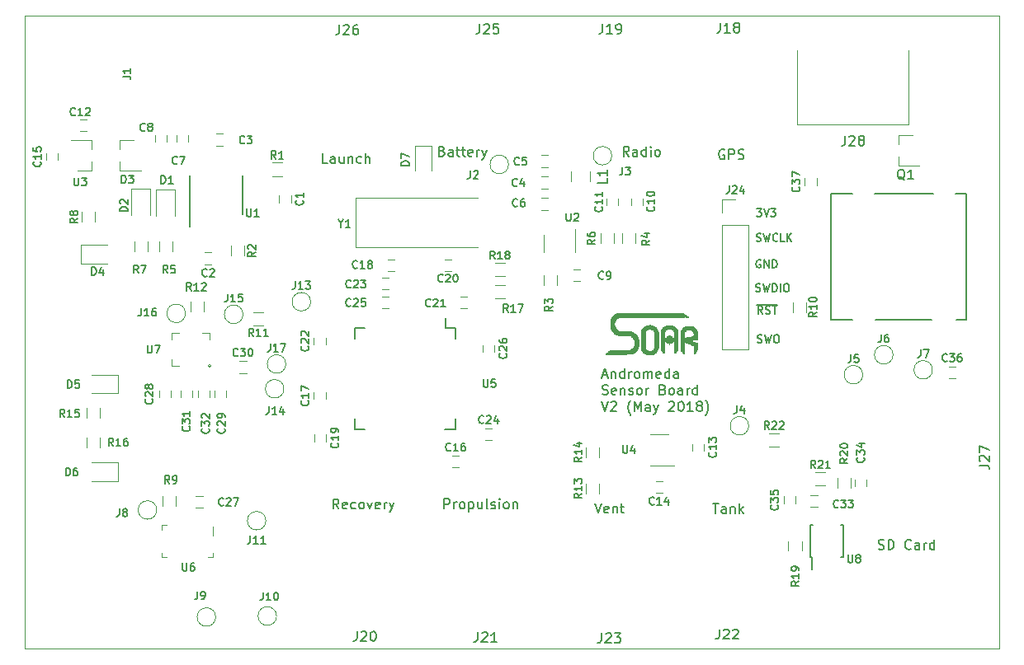
<source format=gbr>
G04 #@! TF.FileFunction,Legend,Top*
%FSLAX46Y46*%
G04 Gerber Fmt 4.6, Leading zero omitted, Abs format (unit mm)*
G04 Created by KiCad (PCBNEW 4.0.7) date 05/14/18 21:23:51*
%MOMM*%
%LPD*%
G01*
G04 APERTURE LIST*
%ADD10C,0.100000*%
%ADD11C,0.200000*%
%ADD12C,0.120000*%
%ADD13C,0.150000*%
%ADD14C,0.010000*%
G04 APERTURE END LIST*
D10*
D11*
X157385715Y-81500000D02*
X157290477Y-81452381D01*
X157147620Y-81452381D01*
X157004762Y-81500000D01*
X156909524Y-81595238D01*
X156861905Y-81690476D01*
X156814286Y-81880952D01*
X156814286Y-82023810D01*
X156861905Y-82214286D01*
X156909524Y-82309524D01*
X157004762Y-82404762D01*
X157147620Y-82452381D01*
X157242858Y-82452381D01*
X157385715Y-82404762D01*
X157433334Y-82357143D01*
X157433334Y-82023810D01*
X157242858Y-82023810D01*
X157861905Y-82452381D02*
X157861905Y-81452381D01*
X158242858Y-81452381D01*
X158338096Y-81500000D01*
X158385715Y-81547619D01*
X158433334Y-81642857D01*
X158433334Y-81785714D01*
X158385715Y-81880952D01*
X158338096Y-81928571D01*
X158242858Y-81976190D01*
X157861905Y-81976190D01*
X158814286Y-82404762D02*
X158957143Y-82452381D01*
X159195239Y-82452381D01*
X159290477Y-82404762D01*
X159338096Y-82357143D01*
X159385715Y-82261905D01*
X159385715Y-82166667D01*
X159338096Y-82071429D01*
X159290477Y-82023810D01*
X159195239Y-81976190D01*
X159004762Y-81928571D01*
X158909524Y-81880952D01*
X158861905Y-81833333D01*
X158814286Y-81738095D01*
X158814286Y-81642857D01*
X158861905Y-81547619D01*
X158909524Y-81500000D01*
X159004762Y-81452381D01*
X159242858Y-81452381D01*
X159385715Y-81500000D01*
X147614286Y-82152381D02*
X147280952Y-81676190D01*
X147042857Y-82152381D02*
X147042857Y-81152381D01*
X147423810Y-81152381D01*
X147519048Y-81200000D01*
X147566667Y-81247619D01*
X147614286Y-81342857D01*
X147614286Y-81485714D01*
X147566667Y-81580952D01*
X147519048Y-81628571D01*
X147423810Y-81676190D01*
X147042857Y-81676190D01*
X148471429Y-82152381D02*
X148471429Y-81628571D01*
X148423810Y-81533333D01*
X148328572Y-81485714D01*
X148138095Y-81485714D01*
X148042857Y-81533333D01*
X148471429Y-82104762D02*
X148376191Y-82152381D01*
X148138095Y-82152381D01*
X148042857Y-82104762D01*
X147995238Y-82009524D01*
X147995238Y-81914286D01*
X148042857Y-81819048D01*
X148138095Y-81771429D01*
X148376191Y-81771429D01*
X148471429Y-81723810D01*
X149376191Y-82152381D02*
X149376191Y-81152381D01*
X149376191Y-82104762D02*
X149280953Y-82152381D01*
X149090476Y-82152381D01*
X148995238Y-82104762D01*
X148947619Y-82057143D01*
X148900000Y-81961905D01*
X148900000Y-81676190D01*
X148947619Y-81580952D01*
X148995238Y-81533333D01*
X149090476Y-81485714D01*
X149280953Y-81485714D01*
X149376191Y-81533333D01*
X149852381Y-82152381D02*
X149852381Y-81485714D01*
X149852381Y-81152381D02*
X149804762Y-81200000D01*
X149852381Y-81247619D01*
X149900000Y-81200000D01*
X149852381Y-81152381D01*
X149852381Y-81247619D01*
X150471428Y-82152381D02*
X150376190Y-82104762D01*
X150328571Y-82057143D01*
X150280952Y-81961905D01*
X150280952Y-81676190D01*
X150328571Y-81580952D01*
X150376190Y-81533333D01*
X150471428Y-81485714D01*
X150614286Y-81485714D01*
X150709524Y-81533333D01*
X150757143Y-81580952D01*
X150804762Y-81676190D01*
X150804762Y-81961905D01*
X150757143Y-82057143D01*
X150709524Y-82104762D01*
X150614286Y-82152381D01*
X150471428Y-82152381D01*
X128428571Y-81628571D02*
X128571428Y-81676190D01*
X128619047Y-81723810D01*
X128666666Y-81819048D01*
X128666666Y-81961905D01*
X128619047Y-82057143D01*
X128571428Y-82104762D01*
X128476190Y-82152381D01*
X128095237Y-82152381D01*
X128095237Y-81152381D01*
X128428571Y-81152381D01*
X128523809Y-81200000D01*
X128571428Y-81247619D01*
X128619047Y-81342857D01*
X128619047Y-81438095D01*
X128571428Y-81533333D01*
X128523809Y-81580952D01*
X128428571Y-81628571D01*
X128095237Y-81628571D01*
X129523809Y-82152381D02*
X129523809Y-81628571D01*
X129476190Y-81533333D01*
X129380952Y-81485714D01*
X129190475Y-81485714D01*
X129095237Y-81533333D01*
X129523809Y-82104762D02*
X129428571Y-82152381D01*
X129190475Y-82152381D01*
X129095237Y-82104762D01*
X129047618Y-82009524D01*
X129047618Y-81914286D01*
X129095237Y-81819048D01*
X129190475Y-81771429D01*
X129428571Y-81771429D01*
X129523809Y-81723810D01*
X129857142Y-81485714D02*
X130238094Y-81485714D01*
X129999999Y-81152381D02*
X129999999Y-82009524D01*
X130047618Y-82104762D01*
X130142856Y-82152381D01*
X130238094Y-82152381D01*
X130428571Y-81485714D02*
X130809523Y-81485714D01*
X130571428Y-81152381D02*
X130571428Y-82009524D01*
X130619047Y-82104762D01*
X130714285Y-82152381D01*
X130809523Y-82152381D01*
X131523810Y-82104762D02*
X131428572Y-82152381D01*
X131238095Y-82152381D01*
X131142857Y-82104762D01*
X131095238Y-82009524D01*
X131095238Y-81628571D01*
X131142857Y-81533333D01*
X131238095Y-81485714D01*
X131428572Y-81485714D01*
X131523810Y-81533333D01*
X131571429Y-81628571D01*
X131571429Y-81723810D01*
X131095238Y-81819048D01*
X132000000Y-82152381D02*
X132000000Y-81485714D01*
X132000000Y-81676190D02*
X132047619Y-81580952D01*
X132095238Y-81533333D01*
X132190476Y-81485714D01*
X132285715Y-81485714D01*
X132523810Y-81485714D02*
X132761905Y-82152381D01*
X133000001Y-81485714D02*
X132761905Y-82152381D01*
X132666667Y-82390476D01*
X132619048Y-82438095D01*
X132523810Y-82485714D01*
X116671429Y-82852381D02*
X116195238Y-82852381D01*
X116195238Y-81852381D01*
X117433334Y-82852381D02*
X117433334Y-82328571D01*
X117385715Y-82233333D01*
X117290477Y-82185714D01*
X117100000Y-82185714D01*
X117004762Y-82233333D01*
X117433334Y-82804762D02*
X117338096Y-82852381D01*
X117100000Y-82852381D01*
X117004762Y-82804762D01*
X116957143Y-82709524D01*
X116957143Y-82614286D01*
X117004762Y-82519048D01*
X117100000Y-82471429D01*
X117338096Y-82471429D01*
X117433334Y-82423810D01*
X118338096Y-82185714D02*
X118338096Y-82852381D01*
X117909524Y-82185714D02*
X117909524Y-82709524D01*
X117957143Y-82804762D01*
X118052381Y-82852381D01*
X118195239Y-82852381D01*
X118290477Y-82804762D01*
X118338096Y-82757143D01*
X118814286Y-82185714D02*
X118814286Y-82852381D01*
X118814286Y-82280952D02*
X118861905Y-82233333D01*
X118957143Y-82185714D01*
X119100001Y-82185714D01*
X119195239Y-82233333D01*
X119242858Y-82328571D01*
X119242858Y-82852381D01*
X120147620Y-82804762D02*
X120052382Y-82852381D01*
X119861905Y-82852381D01*
X119766667Y-82804762D01*
X119719048Y-82757143D01*
X119671429Y-82661905D01*
X119671429Y-82376190D01*
X119719048Y-82280952D01*
X119766667Y-82233333D01*
X119861905Y-82185714D01*
X120052382Y-82185714D01*
X120147620Y-82233333D01*
X120576191Y-82852381D02*
X120576191Y-81852381D01*
X121004763Y-82852381D02*
X121004763Y-82328571D01*
X120957144Y-82233333D01*
X120861906Y-82185714D01*
X120719048Y-82185714D01*
X120623810Y-82233333D01*
X120576191Y-82280952D01*
X144890476Y-104666667D02*
X145366667Y-104666667D01*
X144795238Y-104952381D02*
X145128571Y-103952381D01*
X145461905Y-104952381D01*
X145795238Y-104285714D02*
X145795238Y-104952381D01*
X145795238Y-104380952D02*
X145842857Y-104333333D01*
X145938095Y-104285714D01*
X146080953Y-104285714D01*
X146176191Y-104333333D01*
X146223810Y-104428571D01*
X146223810Y-104952381D01*
X147128572Y-104952381D02*
X147128572Y-103952381D01*
X147128572Y-104904762D02*
X147033334Y-104952381D01*
X146842857Y-104952381D01*
X146747619Y-104904762D01*
X146700000Y-104857143D01*
X146652381Y-104761905D01*
X146652381Y-104476190D01*
X146700000Y-104380952D01*
X146747619Y-104333333D01*
X146842857Y-104285714D01*
X147033334Y-104285714D01*
X147128572Y-104333333D01*
X147604762Y-104952381D02*
X147604762Y-104285714D01*
X147604762Y-104476190D02*
X147652381Y-104380952D01*
X147700000Y-104333333D01*
X147795238Y-104285714D01*
X147890477Y-104285714D01*
X148366667Y-104952381D02*
X148271429Y-104904762D01*
X148223810Y-104857143D01*
X148176191Y-104761905D01*
X148176191Y-104476190D01*
X148223810Y-104380952D01*
X148271429Y-104333333D01*
X148366667Y-104285714D01*
X148509525Y-104285714D01*
X148604763Y-104333333D01*
X148652382Y-104380952D01*
X148700001Y-104476190D01*
X148700001Y-104761905D01*
X148652382Y-104857143D01*
X148604763Y-104904762D01*
X148509525Y-104952381D01*
X148366667Y-104952381D01*
X149128572Y-104952381D02*
X149128572Y-104285714D01*
X149128572Y-104380952D02*
X149176191Y-104333333D01*
X149271429Y-104285714D01*
X149414287Y-104285714D01*
X149509525Y-104333333D01*
X149557144Y-104428571D01*
X149557144Y-104952381D01*
X149557144Y-104428571D02*
X149604763Y-104333333D01*
X149700001Y-104285714D01*
X149842858Y-104285714D01*
X149938096Y-104333333D01*
X149985715Y-104428571D01*
X149985715Y-104952381D01*
X150842858Y-104904762D02*
X150747620Y-104952381D01*
X150557143Y-104952381D01*
X150461905Y-104904762D01*
X150414286Y-104809524D01*
X150414286Y-104428571D01*
X150461905Y-104333333D01*
X150557143Y-104285714D01*
X150747620Y-104285714D01*
X150842858Y-104333333D01*
X150890477Y-104428571D01*
X150890477Y-104523810D01*
X150414286Y-104619048D01*
X151747620Y-104952381D02*
X151747620Y-103952381D01*
X151747620Y-104904762D02*
X151652382Y-104952381D01*
X151461905Y-104952381D01*
X151366667Y-104904762D01*
X151319048Y-104857143D01*
X151271429Y-104761905D01*
X151271429Y-104476190D01*
X151319048Y-104380952D01*
X151366667Y-104333333D01*
X151461905Y-104285714D01*
X151652382Y-104285714D01*
X151747620Y-104333333D01*
X152652382Y-104952381D02*
X152652382Y-104428571D01*
X152604763Y-104333333D01*
X152509525Y-104285714D01*
X152319048Y-104285714D01*
X152223810Y-104333333D01*
X152652382Y-104904762D02*
X152557144Y-104952381D01*
X152319048Y-104952381D01*
X152223810Y-104904762D01*
X152176191Y-104809524D01*
X152176191Y-104714286D01*
X152223810Y-104619048D01*
X152319048Y-104571429D01*
X152557144Y-104571429D01*
X152652382Y-104523810D01*
X144890476Y-106604762D02*
X145033333Y-106652381D01*
X145271429Y-106652381D01*
X145366667Y-106604762D01*
X145414286Y-106557143D01*
X145461905Y-106461905D01*
X145461905Y-106366667D01*
X145414286Y-106271429D01*
X145366667Y-106223810D01*
X145271429Y-106176190D01*
X145080952Y-106128571D01*
X144985714Y-106080952D01*
X144938095Y-106033333D01*
X144890476Y-105938095D01*
X144890476Y-105842857D01*
X144938095Y-105747619D01*
X144985714Y-105700000D01*
X145080952Y-105652381D01*
X145319048Y-105652381D01*
X145461905Y-105700000D01*
X146271429Y-106604762D02*
X146176191Y-106652381D01*
X145985714Y-106652381D01*
X145890476Y-106604762D01*
X145842857Y-106509524D01*
X145842857Y-106128571D01*
X145890476Y-106033333D01*
X145985714Y-105985714D01*
X146176191Y-105985714D01*
X146271429Y-106033333D01*
X146319048Y-106128571D01*
X146319048Y-106223810D01*
X145842857Y-106319048D01*
X146747619Y-105985714D02*
X146747619Y-106652381D01*
X146747619Y-106080952D02*
X146795238Y-106033333D01*
X146890476Y-105985714D01*
X147033334Y-105985714D01*
X147128572Y-106033333D01*
X147176191Y-106128571D01*
X147176191Y-106652381D01*
X147604762Y-106604762D02*
X147700000Y-106652381D01*
X147890476Y-106652381D01*
X147985715Y-106604762D01*
X148033334Y-106509524D01*
X148033334Y-106461905D01*
X147985715Y-106366667D01*
X147890476Y-106319048D01*
X147747619Y-106319048D01*
X147652381Y-106271429D01*
X147604762Y-106176190D01*
X147604762Y-106128571D01*
X147652381Y-106033333D01*
X147747619Y-105985714D01*
X147890476Y-105985714D01*
X147985715Y-106033333D01*
X148604762Y-106652381D02*
X148509524Y-106604762D01*
X148461905Y-106557143D01*
X148414286Y-106461905D01*
X148414286Y-106176190D01*
X148461905Y-106080952D01*
X148509524Y-106033333D01*
X148604762Y-105985714D01*
X148747620Y-105985714D01*
X148842858Y-106033333D01*
X148890477Y-106080952D01*
X148938096Y-106176190D01*
X148938096Y-106461905D01*
X148890477Y-106557143D01*
X148842858Y-106604762D01*
X148747620Y-106652381D01*
X148604762Y-106652381D01*
X149366667Y-106652381D02*
X149366667Y-105985714D01*
X149366667Y-106176190D02*
X149414286Y-106080952D01*
X149461905Y-106033333D01*
X149557143Y-105985714D01*
X149652382Y-105985714D01*
X151080954Y-106128571D02*
X151223811Y-106176190D01*
X151271430Y-106223810D01*
X151319049Y-106319048D01*
X151319049Y-106461905D01*
X151271430Y-106557143D01*
X151223811Y-106604762D01*
X151128573Y-106652381D01*
X150747620Y-106652381D01*
X150747620Y-105652381D01*
X151080954Y-105652381D01*
X151176192Y-105700000D01*
X151223811Y-105747619D01*
X151271430Y-105842857D01*
X151271430Y-105938095D01*
X151223811Y-106033333D01*
X151176192Y-106080952D01*
X151080954Y-106128571D01*
X150747620Y-106128571D01*
X151890477Y-106652381D02*
X151795239Y-106604762D01*
X151747620Y-106557143D01*
X151700001Y-106461905D01*
X151700001Y-106176190D01*
X151747620Y-106080952D01*
X151795239Y-106033333D01*
X151890477Y-105985714D01*
X152033335Y-105985714D01*
X152128573Y-106033333D01*
X152176192Y-106080952D01*
X152223811Y-106176190D01*
X152223811Y-106461905D01*
X152176192Y-106557143D01*
X152128573Y-106604762D01*
X152033335Y-106652381D01*
X151890477Y-106652381D01*
X153080954Y-106652381D02*
X153080954Y-106128571D01*
X153033335Y-106033333D01*
X152938097Y-105985714D01*
X152747620Y-105985714D01*
X152652382Y-106033333D01*
X153080954Y-106604762D02*
X152985716Y-106652381D01*
X152747620Y-106652381D01*
X152652382Y-106604762D01*
X152604763Y-106509524D01*
X152604763Y-106414286D01*
X152652382Y-106319048D01*
X152747620Y-106271429D01*
X152985716Y-106271429D01*
X153080954Y-106223810D01*
X153557144Y-106652381D02*
X153557144Y-105985714D01*
X153557144Y-106176190D02*
X153604763Y-106080952D01*
X153652382Y-106033333D01*
X153747620Y-105985714D01*
X153842859Y-105985714D01*
X154604764Y-106652381D02*
X154604764Y-105652381D01*
X154604764Y-106604762D02*
X154509526Y-106652381D01*
X154319049Y-106652381D01*
X154223811Y-106604762D01*
X154176192Y-106557143D01*
X154128573Y-106461905D01*
X154128573Y-106176190D01*
X154176192Y-106080952D01*
X154223811Y-106033333D01*
X154319049Y-105985714D01*
X154509526Y-105985714D01*
X154604764Y-106033333D01*
X144795238Y-107352381D02*
X145128571Y-108352381D01*
X145461905Y-107352381D01*
X145747619Y-107447619D02*
X145795238Y-107400000D01*
X145890476Y-107352381D01*
X146128572Y-107352381D01*
X146223810Y-107400000D01*
X146271429Y-107447619D01*
X146319048Y-107542857D01*
X146319048Y-107638095D01*
X146271429Y-107780952D01*
X145700000Y-108352381D01*
X146319048Y-108352381D01*
X147795239Y-108733333D02*
X147747619Y-108685714D01*
X147652381Y-108542857D01*
X147604762Y-108447619D01*
X147557143Y-108304762D01*
X147509524Y-108066667D01*
X147509524Y-107876190D01*
X147557143Y-107638095D01*
X147604762Y-107495238D01*
X147652381Y-107400000D01*
X147747619Y-107257143D01*
X147795239Y-107209524D01*
X148176191Y-108352381D02*
X148176191Y-107352381D01*
X148509525Y-108066667D01*
X148842858Y-107352381D01*
X148842858Y-108352381D01*
X149747620Y-108352381D02*
X149747620Y-107828571D01*
X149700001Y-107733333D01*
X149604763Y-107685714D01*
X149414286Y-107685714D01*
X149319048Y-107733333D01*
X149747620Y-108304762D02*
X149652382Y-108352381D01*
X149414286Y-108352381D01*
X149319048Y-108304762D01*
X149271429Y-108209524D01*
X149271429Y-108114286D01*
X149319048Y-108019048D01*
X149414286Y-107971429D01*
X149652382Y-107971429D01*
X149747620Y-107923810D01*
X150128572Y-107685714D02*
X150366667Y-108352381D01*
X150604763Y-107685714D02*
X150366667Y-108352381D01*
X150271429Y-108590476D01*
X150223810Y-108638095D01*
X150128572Y-108685714D01*
X151700001Y-107447619D02*
X151747620Y-107400000D01*
X151842858Y-107352381D01*
X152080954Y-107352381D01*
X152176192Y-107400000D01*
X152223811Y-107447619D01*
X152271430Y-107542857D01*
X152271430Y-107638095D01*
X152223811Y-107780952D01*
X151652382Y-108352381D01*
X152271430Y-108352381D01*
X152890477Y-107352381D02*
X152985716Y-107352381D01*
X153080954Y-107400000D01*
X153128573Y-107447619D01*
X153176192Y-107542857D01*
X153223811Y-107733333D01*
X153223811Y-107971429D01*
X153176192Y-108161905D01*
X153128573Y-108257143D01*
X153080954Y-108304762D01*
X152985716Y-108352381D01*
X152890477Y-108352381D01*
X152795239Y-108304762D01*
X152747620Y-108257143D01*
X152700001Y-108161905D01*
X152652382Y-107971429D01*
X152652382Y-107733333D01*
X152700001Y-107542857D01*
X152747620Y-107447619D01*
X152795239Y-107400000D01*
X152890477Y-107352381D01*
X154176192Y-108352381D02*
X153604763Y-108352381D01*
X153890477Y-108352381D02*
X153890477Y-107352381D01*
X153795239Y-107495238D01*
X153700001Y-107590476D01*
X153604763Y-107638095D01*
X154747620Y-107780952D02*
X154652382Y-107733333D01*
X154604763Y-107685714D01*
X154557144Y-107590476D01*
X154557144Y-107542857D01*
X154604763Y-107447619D01*
X154652382Y-107400000D01*
X154747620Y-107352381D01*
X154938097Y-107352381D01*
X155033335Y-107400000D01*
X155080954Y-107447619D01*
X155128573Y-107542857D01*
X155128573Y-107590476D01*
X155080954Y-107685714D01*
X155033335Y-107733333D01*
X154938097Y-107780952D01*
X154747620Y-107780952D01*
X154652382Y-107828571D01*
X154604763Y-107876190D01*
X154557144Y-107971429D01*
X154557144Y-108161905D01*
X154604763Y-108257143D01*
X154652382Y-108304762D01*
X154747620Y-108352381D01*
X154938097Y-108352381D01*
X155033335Y-108304762D01*
X155080954Y-108257143D01*
X155128573Y-108161905D01*
X155128573Y-107971429D01*
X155080954Y-107876190D01*
X155033335Y-107828571D01*
X154938097Y-107780952D01*
X155461906Y-108733333D02*
X155509525Y-108685714D01*
X155604763Y-108542857D01*
X155652382Y-108447619D01*
X155700001Y-108304762D01*
X155747620Y-108066667D01*
X155747620Y-107876190D01*
X155700001Y-107638095D01*
X155652382Y-107495238D01*
X155604763Y-107400000D01*
X155509525Y-107257143D01*
X155461906Y-107209524D01*
X160795238Y-101273810D02*
X160909524Y-101311905D01*
X161100000Y-101311905D01*
X161176190Y-101273810D01*
X161214286Y-101235714D01*
X161252381Y-101159524D01*
X161252381Y-101083333D01*
X161214286Y-101007143D01*
X161176190Y-100969048D01*
X161100000Y-100930952D01*
X160947619Y-100892857D01*
X160871428Y-100854762D01*
X160833333Y-100816667D01*
X160795238Y-100740476D01*
X160795238Y-100664286D01*
X160833333Y-100588095D01*
X160871428Y-100550000D01*
X160947619Y-100511905D01*
X161138095Y-100511905D01*
X161252381Y-100550000D01*
X161519048Y-100511905D02*
X161709524Y-101311905D01*
X161861905Y-100740476D01*
X162014286Y-101311905D01*
X162204762Y-100511905D01*
X162661905Y-100511905D02*
X162814286Y-100511905D01*
X162890477Y-100550000D01*
X162966667Y-100626190D01*
X163004762Y-100778571D01*
X163004762Y-101045238D01*
X162966667Y-101197619D01*
X162890477Y-101273810D01*
X162814286Y-101311905D01*
X162661905Y-101311905D01*
X162585715Y-101273810D01*
X162509524Y-101197619D01*
X162471429Y-101045238D01*
X162471429Y-100778571D01*
X162509524Y-100626190D01*
X162585715Y-100550000D01*
X162661905Y-100511905D01*
X161336905Y-98336905D02*
X161070238Y-97955952D01*
X160879762Y-98336905D02*
X160879762Y-97536905D01*
X161184524Y-97536905D01*
X161260715Y-97575000D01*
X161298810Y-97613095D01*
X161336905Y-97689286D01*
X161336905Y-97803571D01*
X161298810Y-97879762D01*
X161260715Y-97917857D01*
X161184524Y-97955952D01*
X160879762Y-97955952D01*
X161641667Y-98298810D02*
X161755953Y-98336905D01*
X161946429Y-98336905D01*
X162022619Y-98298810D01*
X162060715Y-98260714D01*
X162098810Y-98184524D01*
X162098810Y-98108333D01*
X162060715Y-98032143D01*
X162022619Y-97994048D01*
X161946429Y-97955952D01*
X161794048Y-97917857D01*
X161717857Y-97879762D01*
X161679762Y-97841667D01*
X161641667Y-97765476D01*
X161641667Y-97689286D01*
X161679762Y-97613095D01*
X161717857Y-97575000D01*
X161794048Y-97536905D01*
X161984524Y-97536905D01*
X162098810Y-97575000D01*
X162327381Y-97536905D02*
X162784524Y-97536905D01*
X162555953Y-98336905D02*
X162555953Y-97536905D01*
X160689286Y-97399000D02*
X162860715Y-97399000D01*
X160629762Y-96023810D02*
X160744048Y-96061905D01*
X160934524Y-96061905D01*
X161010714Y-96023810D01*
X161048810Y-95985714D01*
X161086905Y-95909524D01*
X161086905Y-95833333D01*
X161048810Y-95757143D01*
X161010714Y-95719048D01*
X160934524Y-95680952D01*
X160782143Y-95642857D01*
X160705952Y-95604762D01*
X160667857Y-95566667D01*
X160629762Y-95490476D01*
X160629762Y-95414286D01*
X160667857Y-95338095D01*
X160705952Y-95300000D01*
X160782143Y-95261905D01*
X160972619Y-95261905D01*
X161086905Y-95300000D01*
X161353572Y-95261905D02*
X161544048Y-96061905D01*
X161696429Y-95490476D01*
X161848810Y-96061905D01*
X162039286Y-95261905D01*
X162344048Y-96061905D02*
X162344048Y-95261905D01*
X162534524Y-95261905D01*
X162648810Y-95300000D01*
X162725001Y-95376190D01*
X162763096Y-95452381D01*
X162801191Y-95604762D01*
X162801191Y-95719048D01*
X162763096Y-95871429D01*
X162725001Y-95947619D01*
X162648810Y-96023810D01*
X162534524Y-96061905D01*
X162344048Y-96061905D01*
X163144048Y-96061905D02*
X163144048Y-95261905D01*
X163677381Y-95261905D02*
X163829762Y-95261905D01*
X163905953Y-95300000D01*
X163982143Y-95376190D01*
X164020238Y-95528571D01*
X164020238Y-95795238D01*
X163982143Y-95947619D01*
X163905953Y-96023810D01*
X163829762Y-96061905D01*
X163677381Y-96061905D01*
X163601191Y-96023810D01*
X163525000Y-95947619D01*
X163486905Y-95795238D01*
X163486905Y-95528571D01*
X163525000Y-95376190D01*
X163601191Y-95300000D01*
X163677381Y-95261905D01*
X161115477Y-92850000D02*
X161039286Y-92811905D01*
X160925001Y-92811905D01*
X160810715Y-92850000D01*
X160734524Y-92926190D01*
X160696429Y-93002381D01*
X160658334Y-93154762D01*
X160658334Y-93269048D01*
X160696429Y-93421429D01*
X160734524Y-93497619D01*
X160810715Y-93573810D01*
X160925001Y-93611905D01*
X161001191Y-93611905D01*
X161115477Y-93573810D01*
X161153572Y-93535714D01*
X161153572Y-93269048D01*
X161001191Y-93269048D01*
X161496429Y-93611905D02*
X161496429Y-92811905D01*
X161953572Y-93611905D01*
X161953572Y-92811905D01*
X162334524Y-93611905D02*
X162334524Y-92811905D01*
X162525000Y-92811905D01*
X162639286Y-92850000D01*
X162715477Y-92926190D01*
X162753572Y-93002381D01*
X162791667Y-93154762D01*
X162791667Y-93269048D01*
X162753572Y-93421429D01*
X162715477Y-93497619D01*
X162639286Y-93573810D01*
X162525000Y-93611905D01*
X162334524Y-93611905D01*
X160690476Y-90848810D02*
X160804762Y-90886905D01*
X160995238Y-90886905D01*
X161071428Y-90848810D01*
X161109524Y-90810714D01*
X161147619Y-90734524D01*
X161147619Y-90658333D01*
X161109524Y-90582143D01*
X161071428Y-90544048D01*
X160995238Y-90505952D01*
X160842857Y-90467857D01*
X160766666Y-90429762D01*
X160728571Y-90391667D01*
X160690476Y-90315476D01*
X160690476Y-90239286D01*
X160728571Y-90163095D01*
X160766666Y-90125000D01*
X160842857Y-90086905D01*
X161033333Y-90086905D01*
X161147619Y-90125000D01*
X161414286Y-90086905D02*
X161604762Y-90886905D01*
X161757143Y-90315476D01*
X161909524Y-90886905D01*
X162100000Y-90086905D01*
X162861905Y-90810714D02*
X162823810Y-90848810D01*
X162709524Y-90886905D01*
X162633334Y-90886905D01*
X162519048Y-90848810D01*
X162442857Y-90772619D01*
X162404762Y-90696429D01*
X162366667Y-90544048D01*
X162366667Y-90429762D01*
X162404762Y-90277381D01*
X162442857Y-90201190D01*
X162519048Y-90125000D01*
X162633334Y-90086905D01*
X162709524Y-90086905D01*
X162823810Y-90125000D01*
X162861905Y-90163095D01*
X163585715Y-90886905D02*
X163204762Y-90886905D01*
X163204762Y-90086905D01*
X163852381Y-90886905D02*
X163852381Y-90086905D01*
X164309524Y-90886905D02*
X163966667Y-90429762D01*
X164309524Y-90086905D02*
X163852381Y-90544048D01*
X160709524Y-87536905D02*
X161204762Y-87536905D01*
X160938095Y-87841667D01*
X161052381Y-87841667D01*
X161128571Y-87879762D01*
X161166667Y-87917857D01*
X161204762Y-87994048D01*
X161204762Y-88184524D01*
X161166667Y-88260714D01*
X161128571Y-88298810D01*
X161052381Y-88336905D01*
X160823809Y-88336905D01*
X160747619Y-88298810D01*
X160709524Y-88260714D01*
X161433333Y-87536905D02*
X161700000Y-88336905D01*
X161966667Y-87536905D01*
X162157143Y-87536905D02*
X162652381Y-87536905D01*
X162385714Y-87841667D01*
X162500000Y-87841667D01*
X162576190Y-87879762D01*
X162614286Y-87917857D01*
X162652381Y-87994048D01*
X162652381Y-88184524D01*
X162614286Y-88260714D01*
X162576190Y-88298810D01*
X162500000Y-88336905D01*
X162271428Y-88336905D01*
X162195238Y-88298810D01*
X162157143Y-88260714D01*
X173219047Y-122504762D02*
X173361904Y-122552381D01*
X173600000Y-122552381D01*
X173695238Y-122504762D01*
X173742857Y-122457143D01*
X173790476Y-122361905D01*
X173790476Y-122266667D01*
X173742857Y-122171429D01*
X173695238Y-122123810D01*
X173600000Y-122076190D01*
X173409523Y-122028571D01*
X173314285Y-121980952D01*
X173266666Y-121933333D01*
X173219047Y-121838095D01*
X173219047Y-121742857D01*
X173266666Y-121647619D01*
X173314285Y-121600000D01*
X173409523Y-121552381D01*
X173647619Y-121552381D01*
X173790476Y-121600000D01*
X174219047Y-122552381D02*
X174219047Y-121552381D01*
X174457142Y-121552381D01*
X174600000Y-121600000D01*
X174695238Y-121695238D01*
X174742857Y-121790476D01*
X174790476Y-121980952D01*
X174790476Y-122123810D01*
X174742857Y-122314286D01*
X174695238Y-122409524D01*
X174600000Y-122504762D01*
X174457142Y-122552381D01*
X174219047Y-122552381D01*
X176552381Y-122457143D02*
X176504762Y-122504762D01*
X176361905Y-122552381D01*
X176266667Y-122552381D01*
X176123809Y-122504762D01*
X176028571Y-122409524D01*
X175980952Y-122314286D01*
X175933333Y-122123810D01*
X175933333Y-121980952D01*
X175980952Y-121790476D01*
X176028571Y-121695238D01*
X176123809Y-121600000D01*
X176266667Y-121552381D01*
X176361905Y-121552381D01*
X176504762Y-121600000D01*
X176552381Y-121647619D01*
X177409524Y-122552381D02*
X177409524Y-122028571D01*
X177361905Y-121933333D01*
X177266667Y-121885714D01*
X177076190Y-121885714D01*
X176980952Y-121933333D01*
X177409524Y-122504762D02*
X177314286Y-122552381D01*
X177076190Y-122552381D01*
X176980952Y-122504762D01*
X176933333Y-122409524D01*
X176933333Y-122314286D01*
X176980952Y-122219048D01*
X177076190Y-122171429D01*
X177314286Y-122171429D01*
X177409524Y-122123810D01*
X177885714Y-122552381D02*
X177885714Y-121885714D01*
X177885714Y-122076190D02*
X177933333Y-121980952D01*
X177980952Y-121933333D01*
X178076190Y-121885714D01*
X178171429Y-121885714D01*
X178933334Y-122552381D02*
X178933334Y-121552381D01*
X178933334Y-122504762D02*
X178838096Y-122552381D01*
X178647619Y-122552381D01*
X178552381Y-122504762D01*
X178504762Y-122457143D01*
X178457143Y-122361905D01*
X178457143Y-122076190D01*
X178504762Y-121980952D01*
X178552381Y-121933333D01*
X178647619Y-121885714D01*
X178838096Y-121885714D01*
X178933334Y-121933333D01*
X156229762Y-117827381D02*
X156801191Y-117827381D01*
X156515476Y-118827381D02*
X156515476Y-117827381D01*
X157563096Y-118827381D02*
X157563096Y-118303571D01*
X157515477Y-118208333D01*
X157420239Y-118160714D01*
X157229762Y-118160714D01*
X157134524Y-118208333D01*
X157563096Y-118779762D02*
X157467858Y-118827381D01*
X157229762Y-118827381D01*
X157134524Y-118779762D01*
X157086905Y-118684524D01*
X157086905Y-118589286D01*
X157134524Y-118494048D01*
X157229762Y-118446429D01*
X157467858Y-118446429D01*
X157563096Y-118398810D01*
X158039286Y-118160714D02*
X158039286Y-118827381D01*
X158039286Y-118255952D02*
X158086905Y-118208333D01*
X158182143Y-118160714D01*
X158325001Y-118160714D01*
X158420239Y-118208333D01*
X158467858Y-118303571D01*
X158467858Y-118827381D01*
X158944048Y-118827381D02*
X158944048Y-117827381D01*
X159039286Y-118446429D02*
X159325001Y-118827381D01*
X159325001Y-118160714D02*
X158944048Y-118541667D01*
X144100000Y-117802381D02*
X144433333Y-118802381D01*
X144766667Y-117802381D01*
X145480953Y-118754762D02*
X145385715Y-118802381D01*
X145195238Y-118802381D01*
X145100000Y-118754762D01*
X145052381Y-118659524D01*
X145052381Y-118278571D01*
X145100000Y-118183333D01*
X145195238Y-118135714D01*
X145385715Y-118135714D01*
X145480953Y-118183333D01*
X145528572Y-118278571D01*
X145528572Y-118373810D01*
X145052381Y-118469048D01*
X145957143Y-118135714D02*
X145957143Y-118802381D01*
X145957143Y-118230952D02*
X146004762Y-118183333D01*
X146100000Y-118135714D01*
X146242858Y-118135714D01*
X146338096Y-118183333D01*
X146385715Y-118278571D01*
X146385715Y-118802381D01*
X146719048Y-118135714D02*
X147100000Y-118135714D01*
X146861905Y-117802381D02*
X146861905Y-118659524D01*
X146909524Y-118754762D01*
X147004762Y-118802381D01*
X147100000Y-118802381D01*
X128661904Y-118352381D02*
X128661904Y-117352381D01*
X129042857Y-117352381D01*
X129138095Y-117400000D01*
X129185714Y-117447619D01*
X129233333Y-117542857D01*
X129233333Y-117685714D01*
X129185714Y-117780952D01*
X129138095Y-117828571D01*
X129042857Y-117876190D01*
X128661904Y-117876190D01*
X129661904Y-118352381D02*
X129661904Y-117685714D01*
X129661904Y-117876190D02*
X129709523Y-117780952D01*
X129757142Y-117733333D01*
X129852380Y-117685714D01*
X129947619Y-117685714D01*
X130423809Y-118352381D02*
X130328571Y-118304762D01*
X130280952Y-118257143D01*
X130233333Y-118161905D01*
X130233333Y-117876190D01*
X130280952Y-117780952D01*
X130328571Y-117733333D01*
X130423809Y-117685714D01*
X130566667Y-117685714D01*
X130661905Y-117733333D01*
X130709524Y-117780952D01*
X130757143Y-117876190D01*
X130757143Y-118161905D01*
X130709524Y-118257143D01*
X130661905Y-118304762D01*
X130566667Y-118352381D01*
X130423809Y-118352381D01*
X131185714Y-117685714D02*
X131185714Y-118685714D01*
X131185714Y-117733333D02*
X131280952Y-117685714D01*
X131471429Y-117685714D01*
X131566667Y-117733333D01*
X131614286Y-117780952D01*
X131661905Y-117876190D01*
X131661905Y-118161905D01*
X131614286Y-118257143D01*
X131566667Y-118304762D01*
X131471429Y-118352381D01*
X131280952Y-118352381D01*
X131185714Y-118304762D01*
X132519048Y-117685714D02*
X132519048Y-118352381D01*
X132090476Y-117685714D02*
X132090476Y-118209524D01*
X132138095Y-118304762D01*
X132233333Y-118352381D01*
X132376191Y-118352381D01*
X132471429Y-118304762D01*
X132519048Y-118257143D01*
X133138095Y-118352381D02*
X133042857Y-118304762D01*
X132995238Y-118209524D01*
X132995238Y-117352381D01*
X133471429Y-118304762D02*
X133566667Y-118352381D01*
X133757143Y-118352381D01*
X133852382Y-118304762D01*
X133900001Y-118209524D01*
X133900001Y-118161905D01*
X133852382Y-118066667D01*
X133757143Y-118019048D01*
X133614286Y-118019048D01*
X133519048Y-117971429D01*
X133471429Y-117876190D01*
X133471429Y-117828571D01*
X133519048Y-117733333D01*
X133614286Y-117685714D01*
X133757143Y-117685714D01*
X133852382Y-117733333D01*
X134328572Y-118352381D02*
X134328572Y-117685714D01*
X134328572Y-117352381D02*
X134280953Y-117400000D01*
X134328572Y-117447619D01*
X134376191Y-117400000D01*
X134328572Y-117352381D01*
X134328572Y-117447619D01*
X134947619Y-118352381D02*
X134852381Y-118304762D01*
X134804762Y-118257143D01*
X134757143Y-118161905D01*
X134757143Y-117876190D01*
X134804762Y-117780952D01*
X134852381Y-117733333D01*
X134947619Y-117685714D01*
X135090477Y-117685714D01*
X135185715Y-117733333D01*
X135233334Y-117780952D01*
X135280953Y-117876190D01*
X135280953Y-118161905D01*
X135233334Y-118257143D01*
X135185715Y-118304762D01*
X135090477Y-118352381D01*
X134947619Y-118352381D01*
X135709524Y-117685714D02*
X135709524Y-118352381D01*
X135709524Y-117780952D02*
X135757143Y-117733333D01*
X135852381Y-117685714D01*
X135995239Y-117685714D01*
X136090477Y-117733333D01*
X136138096Y-117828571D01*
X136138096Y-118352381D01*
X117825000Y-118377381D02*
X117491666Y-117901190D01*
X117253571Y-118377381D02*
X117253571Y-117377381D01*
X117634524Y-117377381D01*
X117729762Y-117425000D01*
X117777381Y-117472619D01*
X117825000Y-117567857D01*
X117825000Y-117710714D01*
X117777381Y-117805952D01*
X117729762Y-117853571D01*
X117634524Y-117901190D01*
X117253571Y-117901190D01*
X118634524Y-118329762D02*
X118539286Y-118377381D01*
X118348809Y-118377381D01*
X118253571Y-118329762D01*
X118205952Y-118234524D01*
X118205952Y-117853571D01*
X118253571Y-117758333D01*
X118348809Y-117710714D01*
X118539286Y-117710714D01*
X118634524Y-117758333D01*
X118682143Y-117853571D01*
X118682143Y-117948810D01*
X118205952Y-118044048D01*
X119539286Y-118329762D02*
X119444048Y-118377381D01*
X119253571Y-118377381D01*
X119158333Y-118329762D01*
X119110714Y-118282143D01*
X119063095Y-118186905D01*
X119063095Y-117901190D01*
X119110714Y-117805952D01*
X119158333Y-117758333D01*
X119253571Y-117710714D01*
X119444048Y-117710714D01*
X119539286Y-117758333D01*
X120110714Y-118377381D02*
X120015476Y-118329762D01*
X119967857Y-118282143D01*
X119920238Y-118186905D01*
X119920238Y-117901190D01*
X119967857Y-117805952D01*
X120015476Y-117758333D01*
X120110714Y-117710714D01*
X120253572Y-117710714D01*
X120348810Y-117758333D01*
X120396429Y-117805952D01*
X120444048Y-117901190D01*
X120444048Y-118186905D01*
X120396429Y-118282143D01*
X120348810Y-118329762D01*
X120253572Y-118377381D01*
X120110714Y-118377381D01*
X120777381Y-117710714D02*
X121015476Y-118377381D01*
X121253572Y-117710714D01*
X122015477Y-118329762D02*
X121920239Y-118377381D01*
X121729762Y-118377381D01*
X121634524Y-118329762D01*
X121586905Y-118234524D01*
X121586905Y-117853571D01*
X121634524Y-117758333D01*
X121729762Y-117710714D01*
X121920239Y-117710714D01*
X122015477Y-117758333D01*
X122063096Y-117853571D01*
X122063096Y-117948810D01*
X121586905Y-118044048D01*
X122491667Y-118377381D02*
X122491667Y-117710714D01*
X122491667Y-117901190D02*
X122539286Y-117805952D01*
X122586905Y-117758333D01*
X122682143Y-117710714D01*
X122777382Y-117710714D01*
X123015477Y-117710714D02*
X123253572Y-118377381D01*
X123491668Y-117710714D02*
X123253572Y-118377381D01*
X123158334Y-118615476D01*
X123110715Y-118663095D01*
X123015477Y-118710714D01*
D10*
X85625000Y-132750000D02*
X85625000Y-67750000D01*
X185625000Y-132750000D02*
X85625000Y-132750000D01*
X185625000Y-67750000D02*
X185625000Y-132750000D01*
X85625000Y-67750000D02*
X185625000Y-67750000D01*
D12*
X101035000Y-88270000D02*
X101035000Y-85570000D01*
X101035000Y-85570000D02*
X99115000Y-85570000D01*
X99115000Y-85570000D02*
X99115000Y-88270000D01*
X98485000Y-88230000D02*
X98485000Y-85530000D01*
X98485000Y-85530000D02*
X96565000Y-85530000D01*
X96565000Y-85530000D02*
X96565000Y-88230000D01*
X95365000Y-80470000D02*
X95365000Y-81400000D01*
X95365000Y-83630000D02*
X95365000Y-82700000D01*
X95365000Y-83630000D02*
X97525000Y-83630000D01*
X95365000Y-80470000D02*
X96825000Y-80470000D01*
X94045000Y-91240000D02*
X91345000Y-91240000D01*
X91345000Y-91240000D02*
X91345000Y-93160000D01*
X91345000Y-93160000D02*
X94045000Y-93160000D01*
X92505000Y-106510000D02*
X95205000Y-106510000D01*
X95205000Y-106510000D02*
X95205000Y-104590000D01*
X95205000Y-104590000D02*
X92505000Y-104590000D01*
X92505000Y-115510000D02*
X95205000Y-115510000D01*
X95205000Y-115510000D02*
X95205000Y-113590000D01*
X95205000Y-113590000D02*
X92505000Y-113590000D01*
X157195000Y-101980000D02*
X159855000Y-101980000D01*
X157195000Y-89220000D02*
X157195000Y-101980000D01*
X159855000Y-89220000D02*
X159855000Y-101980000D01*
X157195000Y-89220000D02*
X159855000Y-89220000D01*
X157195000Y-87950000D02*
X157195000Y-86620000D01*
X157195000Y-86620000D02*
X158525000Y-86620000D01*
D13*
X107927500Y-88100000D02*
X107927500Y-84100000D01*
X102527500Y-89375000D02*
X102527500Y-84100000D01*
D12*
X138865000Y-90250000D02*
X138865000Y-92050000D01*
X142085000Y-92050000D02*
X142085000Y-89600000D01*
X92485000Y-83630000D02*
X92485000Y-82700000D01*
X92485000Y-80470000D02*
X92485000Y-81400000D01*
X92485000Y-80470000D02*
X90325000Y-80470000D01*
X92485000Y-83630000D02*
X91025000Y-83630000D01*
X151625000Y-110690000D02*
X149825000Y-110690000D01*
X149825000Y-113910000D02*
X152275000Y-113910000D01*
D13*
X129800000Y-99825000D02*
X128800000Y-99825000D01*
X129800000Y-110175000D02*
X128725000Y-110175000D01*
X119450000Y-110175000D02*
X120525000Y-110175000D01*
X119450000Y-99825000D02*
X120525000Y-99825000D01*
X129800000Y-99825000D02*
X129800000Y-100900000D01*
X119450000Y-99825000D02*
X119450000Y-100900000D01*
X119450000Y-110175000D02*
X119450000Y-109100000D01*
X129800000Y-110175000D02*
X129800000Y-109100000D01*
X128800000Y-99825000D02*
X128800000Y-98800000D01*
D12*
X104900000Y-122875000D02*
X104900000Y-123375000D01*
X104900000Y-123375000D02*
X104400000Y-123375000D01*
X100200000Y-123375000D02*
X99700000Y-123375000D01*
X99700000Y-123375000D02*
X99700000Y-122875000D01*
X99700000Y-120575000D02*
X99700000Y-120075000D01*
X99700000Y-120075000D02*
X100200000Y-120075000D01*
X104900000Y-120175000D02*
X104900000Y-121125000D01*
X104635000Y-103700000D02*
G75*
G03X104635000Y-103700000I-60000J0D01*
G01*
X104725000Y-103700000D02*
G75*
G03X104725000Y-103700000I-150000J0D01*
G01*
X104575000Y-100300000D02*
X104575000Y-101000000D01*
X100675000Y-100300000D02*
X101425000Y-100300000D01*
X100675000Y-103700000D02*
X100675000Y-103000000D01*
X101425000Y-103700000D02*
X100675000Y-103700000D01*
X100675000Y-101000000D02*
X100675000Y-100300000D01*
X103825000Y-100300000D02*
X104575000Y-100300000D01*
X132125000Y-86400000D02*
X119525000Y-86400000D01*
X119525000Y-86400000D02*
X119525000Y-91500000D01*
X119525000Y-91500000D02*
X132125000Y-91500000D01*
X112025000Y-84180000D02*
X111025000Y-84180000D01*
X111025000Y-82820000D02*
X112025000Y-82820000D01*
X106795000Y-92350000D02*
X106795000Y-91350000D01*
X108155000Y-91350000D02*
X108155000Y-92350000D01*
X140205000Y-94400000D02*
X140205000Y-95400000D01*
X138845000Y-95400000D02*
X138845000Y-94400000D01*
X148280000Y-90075000D02*
X148280000Y-91075000D01*
X146920000Y-91075000D02*
X146920000Y-90075000D01*
X100805000Y-90950000D02*
X100805000Y-91950000D01*
X99445000Y-91950000D02*
X99445000Y-90950000D01*
X144695000Y-91100000D02*
X144695000Y-90100000D01*
X146055000Y-90100000D02*
X146055000Y-91100000D01*
X96845000Y-91950000D02*
X96845000Y-90950000D01*
X98205000Y-90950000D02*
X98205000Y-91950000D01*
X92805000Y-87900000D02*
X92805000Y-88900000D01*
X91445000Y-88900000D02*
X91445000Y-87900000D01*
X99745000Y-118050000D02*
X99745000Y-117050000D01*
X101105000Y-117050000D02*
X101105000Y-118050000D01*
X164395000Y-98150000D02*
X164395000Y-97150000D01*
X165755000Y-97150000D02*
X165755000Y-98150000D01*
X109075000Y-98170000D02*
X110075000Y-98170000D01*
X110075000Y-99530000D02*
X109075000Y-99530000D01*
X102595000Y-98075000D02*
X102595000Y-97075000D01*
X103955000Y-97075000D02*
X103955000Y-98075000D01*
X144555000Y-115800000D02*
X144555000Y-116800000D01*
X143195000Y-116800000D02*
X143195000Y-115800000D01*
X144555000Y-112050000D02*
X144555000Y-113050000D01*
X143195000Y-113050000D02*
X143195000Y-112050000D01*
X93305000Y-108000000D02*
X93305000Y-109000000D01*
X91945000Y-109000000D02*
X91945000Y-108000000D01*
X91945000Y-112050000D02*
X91945000Y-111050000D01*
X93305000Y-111050000D02*
X93305000Y-112050000D01*
X133875000Y-95370000D02*
X134875000Y-95370000D01*
X134875000Y-96730000D02*
X133875000Y-96730000D01*
X134875000Y-94480000D02*
X133875000Y-94480000D01*
X133875000Y-93120000D02*
X134875000Y-93120000D01*
X135250000Y-83000000D02*
G75*
G03X135250000Y-83000000I-950000J0D01*
G01*
X145850000Y-82100000D02*
G75*
G03X145850000Y-82100000I-950000J0D01*
G01*
X159900000Y-109850000D02*
G75*
G03X159900000Y-109850000I-950000J0D01*
G01*
X171600000Y-104600000D02*
G75*
G03X171600000Y-104600000I-950000J0D01*
G01*
X174700000Y-102550000D02*
G75*
G03X174700000Y-102550000I-950000J0D01*
G01*
X178750000Y-104100000D02*
G75*
G03X178750000Y-104100000I-950000J0D01*
G01*
X99150000Y-118500000D02*
G75*
G03X99150000Y-118500000I-950000J0D01*
G01*
X105200000Y-129500000D02*
G75*
G03X105200000Y-129500000I-950000J0D01*
G01*
X111450000Y-129400000D02*
G75*
G03X111450000Y-129400000I-950000J0D01*
G01*
X110350000Y-119600000D02*
G75*
G03X110350000Y-119600000I-950000J0D01*
G01*
X114950000Y-97100000D02*
G75*
G03X114950000Y-97100000I-950000J0D01*
G01*
X112200000Y-106050000D02*
G75*
G03X112200000Y-106050000I-950000J0D01*
G01*
X108000000Y-98400000D02*
G75*
G03X108000000Y-98400000I-950000J0D01*
G01*
X102100000Y-98300000D02*
G75*
G03X102100000Y-98300000I-950000J0D01*
G01*
X112400000Y-103500000D02*
G75*
G03X112400000Y-103500000I-950000J0D01*
G01*
X166950000Y-118150000D02*
X166250000Y-118150000D01*
X166250000Y-116950000D02*
X166950000Y-116950000D01*
X171950000Y-115350000D02*
X171950000Y-116050000D01*
X170750000Y-116050000D02*
X170750000Y-115350000D01*
X163500000Y-117800000D02*
X163500000Y-117100000D01*
X164700000Y-117100000D02*
X164700000Y-117800000D01*
X165330000Y-121700000D02*
X165330000Y-122700000D01*
X163970000Y-122700000D02*
X163970000Y-121700000D01*
X170330000Y-115250000D02*
X170330000Y-116250000D01*
X168970000Y-116250000D02*
X168970000Y-115250000D01*
X167750000Y-115980000D02*
X166750000Y-115980000D01*
X166750000Y-114620000D02*
X167750000Y-114620000D01*
D13*
X166225000Y-123375000D02*
X166400000Y-123375000D01*
X166225000Y-120025000D02*
X166475000Y-120025000D01*
X169575000Y-120025000D02*
X169325000Y-120025000D01*
X169575000Y-123375000D02*
X169325000Y-123375000D01*
X166225000Y-123375000D02*
X166225000Y-120025000D01*
X169575000Y-123375000D02*
X169575000Y-120025000D01*
X166400000Y-123375000D02*
X166400000Y-124625000D01*
D12*
X111725000Y-86900000D02*
X111725000Y-86200000D01*
X112925000Y-86200000D02*
X112925000Y-86900000D01*
X104075000Y-92050000D02*
X104775000Y-92050000D01*
X104775000Y-93250000D02*
X104075000Y-93250000D01*
X105925000Y-81050000D02*
X105225000Y-81050000D01*
X105225000Y-79850000D02*
X105925000Y-79850000D01*
X139275000Y-85450000D02*
X138575000Y-85450000D01*
X138575000Y-84250000D02*
X139275000Y-84250000D01*
X139275000Y-83250000D02*
X138575000Y-83250000D01*
X138575000Y-82050000D02*
X139275000Y-82050000D01*
X139275000Y-87650000D02*
X138575000Y-87650000D01*
X138575000Y-86450000D02*
X139275000Y-86450000D01*
X102375000Y-79950000D02*
X102375000Y-80650000D01*
X101175000Y-80650000D02*
X101175000Y-79950000D01*
X100175000Y-79950000D02*
X100175000Y-80650000D01*
X98975000Y-80650000D02*
X98975000Y-79950000D01*
X142575000Y-95000000D02*
X141875000Y-95000000D01*
X141875000Y-93800000D02*
X142575000Y-93800000D01*
X147825000Y-87200000D02*
X147825000Y-86500000D01*
X149025000Y-86500000D02*
X149025000Y-87200000D01*
X145325000Y-87200000D02*
X145325000Y-86500000D01*
X146525000Y-86500000D02*
X146525000Y-87200000D01*
X91275000Y-78400000D02*
X91975000Y-78400000D01*
X91975000Y-79600000D02*
X91275000Y-79600000D01*
X154100000Y-112400000D02*
X154100000Y-111700000D01*
X155300000Y-111700000D02*
X155300000Y-112400000D01*
X151075000Y-116750000D02*
X150375000Y-116750000D01*
X150375000Y-115550000D02*
X151075000Y-115550000D01*
X89025000Y-81850000D02*
X89025000Y-82550000D01*
X87825000Y-82550000D02*
X87825000Y-81850000D01*
X130175000Y-114150000D02*
X129475000Y-114150000D01*
X129475000Y-112950000D02*
X130175000Y-112950000D01*
X116475000Y-106400000D02*
X116475000Y-107100000D01*
X115275000Y-107100000D02*
X115275000Y-106400000D01*
X122875000Y-92750000D02*
X123575000Y-92750000D01*
X123575000Y-93950000D02*
X122875000Y-93950000D01*
X115350000Y-111450000D02*
X115350000Y-110750000D01*
X116550000Y-110750000D02*
X116550000Y-111450000D01*
X129375000Y-93950000D02*
X128675000Y-93950000D01*
X128675000Y-92750000D02*
X129375000Y-92750000D01*
X131000000Y-97800000D02*
X130300000Y-97800000D01*
X130300000Y-96600000D02*
X131000000Y-96600000D01*
X116475000Y-100800000D02*
X116475000Y-101500000D01*
X115275000Y-101500000D02*
X115275000Y-100800000D01*
X122975000Y-95850000D02*
X122275000Y-95850000D01*
X122275000Y-94650000D02*
X122975000Y-94650000D01*
X133575000Y-111350000D02*
X132875000Y-111350000D01*
X132875000Y-110150000D02*
X133575000Y-110150000D01*
X122975000Y-97800000D02*
X122275000Y-97800000D01*
X122275000Y-96600000D02*
X122975000Y-96600000D01*
X132625000Y-102250000D02*
X132625000Y-101550000D01*
X133825000Y-101550000D02*
X133825000Y-102250000D01*
X103175000Y-117050000D02*
X103875000Y-117050000D01*
X103875000Y-118250000D02*
X103175000Y-118250000D01*
X99425000Y-106950000D02*
X99425000Y-106250000D01*
X100625000Y-106250000D02*
X100625000Y-106950000D01*
X105100000Y-106950000D02*
X105100000Y-106250000D01*
X106300000Y-106250000D02*
X106300000Y-106950000D01*
X108350000Y-104425000D02*
X107650000Y-104425000D01*
X107650000Y-103225000D02*
X108350000Y-103225000D01*
X101600000Y-106950000D02*
X101600000Y-106250000D01*
X102800000Y-106250000D02*
X102800000Y-106950000D01*
X103400000Y-106950000D02*
X103400000Y-106250000D01*
X104600000Y-106250000D02*
X104600000Y-106950000D01*
X181100000Y-104975000D02*
X180400000Y-104975000D01*
X180400000Y-103775000D02*
X181100000Y-103775000D01*
X166850000Y-84425000D02*
X166850000Y-85125000D01*
X165650000Y-85125000D02*
X165650000Y-84425000D01*
X163000000Y-111955000D02*
X162000000Y-111955000D01*
X162000000Y-110595000D02*
X163000000Y-110595000D01*
X127325000Y-81100000D02*
X125625000Y-81100000D01*
X125625000Y-81100000D02*
X125625000Y-83650000D01*
X127325000Y-81100000D02*
X127325000Y-83650000D01*
X176300000Y-71300000D02*
X176300000Y-78900000D01*
X176300000Y-78900000D02*
X164900000Y-78900000D01*
X164900000Y-78900000D02*
X164900000Y-71300000D01*
X175240000Y-79970000D02*
X175240000Y-80900000D01*
X175240000Y-83130000D02*
X175240000Y-82200000D01*
X175240000Y-83130000D02*
X177400000Y-83130000D01*
X175240000Y-79970000D02*
X176700000Y-79970000D01*
D13*
X182195000Y-98990000D02*
X182195000Y-98790000D01*
X170495000Y-98990000D02*
X168295000Y-98990000D01*
X178695000Y-98990000D02*
X172895000Y-98990000D01*
X181095000Y-85990000D02*
X182195000Y-85990000D01*
X182195000Y-85990000D02*
X182195000Y-98890000D01*
X182195000Y-98990000D02*
X181195000Y-98990000D01*
X172795000Y-85990000D02*
X178795000Y-85990000D01*
X168295000Y-98990000D02*
X168295000Y-85990000D01*
X168295000Y-85990000D02*
X170495000Y-85990000D01*
D12*
X143625000Y-83750000D02*
X143625000Y-84750000D01*
X141625000Y-83750000D02*
X141625000Y-84750000D01*
D14*
G36*
X146450000Y-98250000D02*
X146500000Y-98250000D01*
X146500000Y-98300000D01*
X146450000Y-98300000D01*
X146450000Y-98250000D01*
X146450000Y-98250000D01*
G37*
X146450000Y-98250000D02*
X146500000Y-98250000D01*
X146500000Y-98300000D01*
X146450000Y-98300000D01*
X146450000Y-98250000D01*
G36*
X146500000Y-98250000D02*
X146550000Y-98250000D01*
X146550000Y-98300000D01*
X146500000Y-98300000D01*
X146500000Y-98250000D01*
X146500000Y-98250000D01*
G37*
X146500000Y-98250000D02*
X146550000Y-98250000D01*
X146550000Y-98300000D01*
X146500000Y-98300000D01*
X146500000Y-98250000D01*
G36*
X146550000Y-98250000D02*
X146600000Y-98250000D01*
X146600000Y-98300000D01*
X146550000Y-98300000D01*
X146550000Y-98250000D01*
X146550000Y-98250000D01*
G37*
X146550000Y-98250000D02*
X146600000Y-98250000D01*
X146600000Y-98300000D01*
X146550000Y-98300000D01*
X146550000Y-98250000D01*
G36*
X146600000Y-98250000D02*
X146650000Y-98250000D01*
X146650000Y-98300000D01*
X146600000Y-98300000D01*
X146600000Y-98250000D01*
X146600000Y-98250000D01*
G37*
X146600000Y-98250000D02*
X146650000Y-98250000D01*
X146650000Y-98300000D01*
X146600000Y-98300000D01*
X146600000Y-98250000D01*
G36*
X146650000Y-98250000D02*
X146700000Y-98250000D01*
X146700000Y-98300000D01*
X146650000Y-98300000D01*
X146650000Y-98250000D01*
X146650000Y-98250000D01*
G37*
X146650000Y-98250000D02*
X146700000Y-98250000D01*
X146700000Y-98300000D01*
X146650000Y-98300000D01*
X146650000Y-98250000D01*
G36*
X146700000Y-98250000D02*
X146750000Y-98250000D01*
X146750000Y-98300000D01*
X146700000Y-98300000D01*
X146700000Y-98250000D01*
X146700000Y-98250000D01*
G37*
X146700000Y-98250000D02*
X146750000Y-98250000D01*
X146750000Y-98300000D01*
X146700000Y-98300000D01*
X146700000Y-98250000D01*
G36*
X146750000Y-98250000D02*
X146800000Y-98250000D01*
X146800000Y-98300000D01*
X146750000Y-98300000D01*
X146750000Y-98250000D01*
X146750000Y-98250000D01*
G37*
X146750000Y-98250000D02*
X146800000Y-98250000D01*
X146800000Y-98300000D01*
X146750000Y-98300000D01*
X146750000Y-98250000D01*
G36*
X146800000Y-98250000D02*
X146850000Y-98250000D01*
X146850000Y-98300000D01*
X146800000Y-98300000D01*
X146800000Y-98250000D01*
X146800000Y-98250000D01*
G37*
X146800000Y-98250000D02*
X146850000Y-98250000D01*
X146850000Y-98300000D01*
X146800000Y-98300000D01*
X146800000Y-98250000D01*
G36*
X146850000Y-98250000D02*
X146900000Y-98250000D01*
X146900000Y-98300000D01*
X146850000Y-98300000D01*
X146850000Y-98250000D01*
X146850000Y-98250000D01*
G37*
X146850000Y-98250000D02*
X146900000Y-98250000D01*
X146900000Y-98300000D01*
X146850000Y-98300000D01*
X146850000Y-98250000D01*
G36*
X146900000Y-98250000D02*
X146950000Y-98250000D01*
X146950000Y-98300000D01*
X146900000Y-98300000D01*
X146900000Y-98250000D01*
X146900000Y-98250000D01*
G37*
X146900000Y-98250000D02*
X146950000Y-98250000D01*
X146950000Y-98300000D01*
X146900000Y-98300000D01*
X146900000Y-98250000D01*
G36*
X146950000Y-98250000D02*
X147000000Y-98250000D01*
X147000000Y-98300000D01*
X146950000Y-98300000D01*
X146950000Y-98250000D01*
X146950000Y-98250000D01*
G37*
X146950000Y-98250000D02*
X147000000Y-98250000D01*
X147000000Y-98300000D01*
X146950000Y-98300000D01*
X146950000Y-98250000D01*
G36*
X147000000Y-98250000D02*
X147050000Y-98250000D01*
X147050000Y-98300000D01*
X147000000Y-98300000D01*
X147000000Y-98250000D01*
X147000000Y-98250000D01*
G37*
X147000000Y-98250000D02*
X147050000Y-98250000D01*
X147050000Y-98300000D01*
X147000000Y-98300000D01*
X147000000Y-98250000D01*
G36*
X147050000Y-98250000D02*
X147100000Y-98250000D01*
X147100000Y-98300000D01*
X147050000Y-98300000D01*
X147050000Y-98250000D01*
X147050000Y-98250000D01*
G37*
X147050000Y-98250000D02*
X147100000Y-98250000D01*
X147100000Y-98300000D01*
X147050000Y-98300000D01*
X147050000Y-98250000D01*
G36*
X147100000Y-98250000D02*
X147150000Y-98250000D01*
X147150000Y-98300000D01*
X147100000Y-98300000D01*
X147100000Y-98250000D01*
X147100000Y-98250000D01*
G37*
X147100000Y-98250000D02*
X147150000Y-98250000D01*
X147150000Y-98300000D01*
X147100000Y-98300000D01*
X147100000Y-98250000D01*
G36*
X147150000Y-98250000D02*
X147200000Y-98250000D01*
X147200000Y-98300000D01*
X147150000Y-98300000D01*
X147150000Y-98250000D01*
X147150000Y-98250000D01*
G37*
X147150000Y-98250000D02*
X147200000Y-98250000D01*
X147200000Y-98300000D01*
X147150000Y-98300000D01*
X147150000Y-98250000D01*
G36*
X147200000Y-98250000D02*
X147250000Y-98250000D01*
X147250000Y-98300000D01*
X147200000Y-98300000D01*
X147200000Y-98250000D01*
X147200000Y-98250000D01*
G37*
X147200000Y-98250000D02*
X147250000Y-98250000D01*
X147250000Y-98300000D01*
X147200000Y-98300000D01*
X147200000Y-98250000D01*
G36*
X147250000Y-98250000D02*
X147300000Y-98250000D01*
X147300000Y-98300000D01*
X147250000Y-98300000D01*
X147250000Y-98250000D01*
X147250000Y-98250000D01*
G37*
X147250000Y-98250000D02*
X147300000Y-98250000D01*
X147300000Y-98300000D01*
X147250000Y-98300000D01*
X147250000Y-98250000D01*
G36*
X147300000Y-98250000D02*
X147350000Y-98250000D01*
X147350000Y-98300000D01*
X147300000Y-98300000D01*
X147300000Y-98250000D01*
X147300000Y-98250000D01*
G37*
X147300000Y-98250000D02*
X147350000Y-98250000D01*
X147350000Y-98300000D01*
X147300000Y-98300000D01*
X147300000Y-98250000D01*
G36*
X147350000Y-98250000D02*
X147400000Y-98250000D01*
X147400000Y-98300000D01*
X147350000Y-98300000D01*
X147350000Y-98250000D01*
X147350000Y-98250000D01*
G37*
X147350000Y-98250000D02*
X147400000Y-98250000D01*
X147400000Y-98300000D01*
X147350000Y-98300000D01*
X147350000Y-98250000D01*
G36*
X147400000Y-98250000D02*
X147450000Y-98250000D01*
X147450000Y-98300000D01*
X147400000Y-98300000D01*
X147400000Y-98250000D01*
X147400000Y-98250000D01*
G37*
X147400000Y-98250000D02*
X147450000Y-98250000D01*
X147450000Y-98300000D01*
X147400000Y-98300000D01*
X147400000Y-98250000D01*
G36*
X147450000Y-98250000D02*
X147500000Y-98250000D01*
X147500000Y-98300000D01*
X147450000Y-98300000D01*
X147450000Y-98250000D01*
X147450000Y-98250000D01*
G37*
X147450000Y-98250000D02*
X147500000Y-98250000D01*
X147500000Y-98300000D01*
X147450000Y-98300000D01*
X147450000Y-98250000D01*
G36*
X147500000Y-98250000D02*
X147550000Y-98250000D01*
X147550000Y-98300000D01*
X147500000Y-98300000D01*
X147500000Y-98250000D01*
X147500000Y-98250000D01*
G37*
X147500000Y-98250000D02*
X147550000Y-98250000D01*
X147550000Y-98300000D01*
X147500000Y-98300000D01*
X147500000Y-98250000D01*
G36*
X147550000Y-98250000D02*
X147600000Y-98250000D01*
X147600000Y-98300000D01*
X147550000Y-98300000D01*
X147550000Y-98250000D01*
X147550000Y-98250000D01*
G37*
X147550000Y-98250000D02*
X147600000Y-98250000D01*
X147600000Y-98300000D01*
X147550000Y-98300000D01*
X147550000Y-98250000D01*
G36*
X147600000Y-98250000D02*
X147650000Y-98250000D01*
X147650000Y-98300000D01*
X147600000Y-98300000D01*
X147600000Y-98250000D01*
X147600000Y-98250000D01*
G37*
X147600000Y-98250000D02*
X147650000Y-98250000D01*
X147650000Y-98300000D01*
X147600000Y-98300000D01*
X147600000Y-98250000D01*
G36*
X147650000Y-98250000D02*
X147700000Y-98250000D01*
X147700000Y-98300000D01*
X147650000Y-98300000D01*
X147650000Y-98250000D01*
X147650000Y-98250000D01*
G37*
X147650000Y-98250000D02*
X147700000Y-98250000D01*
X147700000Y-98300000D01*
X147650000Y-98300000D01*
X147650000Y-98250000D01*
G36*
X147700000Y-98250000D02*
X147750000Y-98250000D01*
X147750000Y-98300000D01*
X147700000Y-98300000D01*
X147700000Y-98250000D01*
X147700000Y-98250000D01*
G37*
X147700000Y-98250000D02*
X147750000Y-98250000D01*
X147750000Y-98300000D01*
X147700000Y-98300000D01*
X147700000Y-98250000D01*
G36*
X147750000Y-98250000D02*
X147800000Y-98250000D01*
X147800000Y-98300000D01*
X147750000Y-98300000D01*
X147750000Y-98250000D01*
X147750000Y-98250000D01*
G37*
X147750000Y-98250000D02*
X147800000Y-98250000D01*
X147800000Y-98300000D01*
X147750000Y-98300000D01*
X147750000Y-98250000D01*
G36*
X147800000Y-98250000D02*
X147850000Y-98250000D01*
X147850000Y-98300000D01*
X147800000Y-98300000D01*
X147800000Y-98250000D01*
X147800000Y-98250000D01*
G37*
X147800000Y-98250000D02*
X147850000Y-98250000D01*
X147850000Y-98300000D01*
X147800000Y-98300000D01*
X147800000Y-98250000D01*
G36*
X147850000Y-98250000D02*
X147900000Y-98250000D01*
X147900000Y-98300000D01*
X147850000Y-98300000D01*
X147850000Y-98250000D01*
X147850000Y-98250000D01*
G37*
X147850000Y-98250000D02*
X147900000Y-98250000D01*
X147900000Y-98300000D01*
X147850000Y-98300000D01*
X147850000Y-98250000D01*
G36*
X147900000Y-98250000D02*
X147950000Y-98250000D01*
X147950000Y-98300000D01*
X147900000Y-98300000D01*
X147900000Y-98250000D01*
X147900000Y-98250000D01*
G37*
X147900000Y-98250000D02*
X147950000Y-98250000D01*
X147950000Y-98300000D01*
X147900000Y-98300000D01*
X147900000Y-98250000D01*
G36*
X147950000Y-98250000D02*
X148000000Y-98250000D01*
X148000000Y-98300000D01*
X147950000Y-98300000D01*
X147950000Y-98250000D01*
X147950000Y-98250000D01*
G37*
X147950000Y-98250000D02*
X148000000Y-98250000D01*
X148000000Y-98300000D01*
X147950000Y-98300000D01*
X147950000Y-98250000D01*
G36*
X148000000Y-98250000D02*
X148050000Y-98250000D01*
X148050000Y-98300000D01*
X148000000Y-98300000D01*
X148000000Y-98250000D01*
X148000000Y-98250000D01*
G37*
X148000000Y-98250000D02*
X148050000Y-98250000D01*
X148050000Y-98300000D01*
X148000000Y-98300000D01*
X148000000Y-98250000D01*
G36*
X148050000Y-98250000D02*
X148100000Y-98250000D01*
X148100000Y-98300000D01*
X148050000Y-98300000D01*
X148050000Y-98250000D01*
X148050000Y-98250000D01*
G37*
X148050000Y-98250000D02*
X148100000Y-98250000D01*
X148100000Y-98300000D01*
X148050000Y-98300000D01*
X148050000Y-98250000D01*
G36*
X148100000Y-98250000D02*
X148150000Y-98250000D01*
X148150000Y-98300000D01*
X148100000Y-98300000D01*
X148100000Y-98250000D01*
X148100000Y-98250000D01*
G37*
X148100000Y-98250000D02*
X148150000Y-98250000D01*
X148150000Y-98300000D01*
X148100000Y-98300000D01*
X148100000Y-98250000D01*
G36*
X148150000Y-98250000D02*
X148200000Y-98250000D01*
X148200000Y-98300000D01*
X148150000Y-98300000D01*
X148150000Y-98250000D01*
X148150000Y-98250000D01*
G37*
X148150000Y-98250000D02*
X148200000Y-98250000D01*
X148200000Y-98300000D01*
X148150000Y-98300000D01*
X148150000Y-98250000D01*
G36*
X148200000Y-98250000D02*
X148250000Y-98250000D01*
X148250000Y-98300000D01*
X148200000Y-98300000D01*
X148200000Y-98250000D01*
X148200000Y-98250000D01*
G37*
X148200000Y-98250000D02*
X148250000Y-98250000D01*
X148250000Y-98300000D01*
X148200000Y-98300000D01*
X148200000Y-98250000D01*
G36*
X148250000Y-98250000D02*
X148300000Y-98250000D01*
X148300000Y-98300000D01*
X148250000Y-98300000D01*
X148250000Y-98250000D01*
X148250000Y-98250000D01*
G37*
X148250000Y-98250000D02*
X148300000Y-98250000D01*
X148300000Y-98300000D01*
X148250000Y-98300000D01*
X148250000Y-98250000D01*
G36*
X148300000Y-98250000D02*
X148350000Y-98250000D01*
X148350000Y-98300000D01*
X148300000Y-98300000D01*
X148300000Y-98250000D01*
X148300000Y-98250000D01*
G37*
X148300000Y-98250000D02*
X148350000Y-98250000D01*
X148350000Y-98300000D01*
X148300000Y-98300000D01*
X148300000Y-98250000D01*
G36*
X148350000Y-98250000D02*
X148400000Y-98250000D01*
X148400000Y-98300000D01*
X148350000Y-98300000D01*
X148350000Y-98250000D01*
X148350000Y-98250000D01*
G37*
X148350000Y-98250000D02*
X148400000Y-98250000D01*
X148400000Y-98300000D01*
X148350000Y-98300000D01*
X148350000Y-98250000D01*
G36*
X148400000Y-98250000D02*
X148450000Y-98250000D01*
X148450000Y-98300000D01*
X148400000Y-98300000D01*
X148400000Y-98250000D01*
X148400000Y-98250000D01*
G37*
X148400000Y-98250000D02*
X148450000Y-98250000D01*
X148450000Y-98300000D01*
X148400000Y-98300000D01*
X148400000Y-98250000D01*
G36*
X148450000Y-98250000D02*
X148500000Y-98250000D01*
X148500000Y-98300000D01*
X148450000Y-98300000D01*
X148450000Y-98250000D01*
X148450000Y-98250000D01*
G37*
X148450000Y-98250000D02*
X148500000Y-98250000D01*
X148500000Y-98300000D01*
X148450000Y-98300000D01*
X148450000Y-98250000D01*
G36*
X148500000Y-98250000D02*
X148550000Y-98250000D01*
X148550000Y-98300000D01*
X148500000Y-98300000D01*
X148500000Y-98250000D01*
X148500000Y-98250000D01*
G37*
X148500000Y-98250000D02*
X148550000Y-98250000D01*
X148550000Y-98300000D01*
X148500000Y-98300000D01*
X148500000Y-98250000D01*
G36*
X148550000Y-98250000D02*
X148600000Y-98250000D01*
X148600000Y-98300000D01*
X148550000Y-98300000D01*
X148550000Y-98250000D01*
X148550000Y-98250000D01*
G37*
X148550000Y-98250000D02*
X148600000Y-98250000D01*
X148600000Y-98300000D01*
X148550000Y-98300000D01*
X148550000Y-98250000D01*
G36*
X148600000Y-98250000D02*
X148650000Y-98250000D01*
X148650000Y-98300000D01*
X148600000Y-98300000D01*
X148600000Y-98250000D01*
X148600000Y-98250000D01*
G37*
X148600000Y-98250000D02*
X148650000Y-98250000D01*
X148650000Y-98300000D01*
X148600000Y-98300000D01*
X148600000Y-98250000D01*
G36*
X148650000Y-98250000D02*
X148700000Y-98250000D01*
X148700000Y-98300000D01*
X148650000Y-98300000D01*
X148650000Y-98250000D01*
X148650000Y-98250000D01*
G37*
X148650000Y-98250000D02*
X148700000Y-98250000D01*
X148700000Y-98300000D01*
X148650000Y-98300000D01*
X148650000Y-98250000D01*
G36*
X148700000Y-98250000D02*
X148750000Y-98250000D01*
X148750000Y-98300000D01*
X148700000Y-98300000D01*
X148700000Y-98250000D01*
X148700000Y-98250000D01*
G37*
X148700000Y-98250000D02*
X148750000Y-98250000D01*
X148750000Y-98300000D01*
X148700000Y-98300000D01*
X148700000Y-98250000D01*
G36*
X148750000Y-98250000D02*
X148800000Y-98250000D01*
X148800000Y-98300000D01*
X148750000Y-98300000D01*
X148750000Y-98250000D01*
X148750000Y-98250000D01*
G37*
X148750000Y-98250000D02*
X148800000Y-98250000D01*
X148800000Y-98300000D01*
X148750000Y-98300000D01*
X148750000Y-98250000D01*
G36*
X148800000Y-98250000D02*
X148850000Y-98250000D01*
X148850000Y-98300000D01*
X148800000Y-98300000D01*
X148800000Y-98250000D01*
X148800000Y-98250000D01*
G37*
X148800000Y-98250000D02*
X148850000Y-98250000D01*
X148850000Y-98300000D01*
X148800000Y-98300000D01*
X148800000Y-98250000D01*
G36*
X148850000Y-98250000D02*
X148900000Y-98250000D01*
X148900000Y-98300000D01*
X148850000Y-98300000D01*
X148850000Y-98250000D01*
X148850000Y-98250000D01*
G37*
X148850000Y-98250000D02*
X148900000Y-98250000D01*
X148900000Y-98300000D01*
X148850000Y-98300000D01*
X148850000Y-98250000D01*
G36*
X148900000Y-98250000D02*
X148950000Y-98250000D01*
X148950000Y-98300000D01*
X148900000Y-98300000D01*
X148900000Y-98250000D01*
X148900000Y-98250000D01*
G37*
X148900000Y-98250000D02*
X148950000Y-98250000D01*
X148950000Y-98300000D01*
X148900000Y-98300000D01*
X148900000Y-98250000D01*
G36*
X148950000Y-98250000D02*
X149000000Y-98250000D01*
X149000000Y-98300000D01*
X148950000Y-98300000D01*
X148950000Y-98250000D01*
X148950000Y-98250000D01*
G37*
X148950000Y-98250000D02*
X149000000Y-98250000D01*
X149000000Y-98300000D01*
X148950000Y-98300000D01*
X148950000Y-98250000D01*
G36*
X149000000Y-98250000D02*
X149050000Y-98250000D01*
X149050000Y-98300000D01*
X149000000Y-98300000D01*
X149000000Y-98250000D01*
X149000000Y-98250000D01*
G37*
X149000000Y-98250000D02*
X149050000Y-98250000D01*
X149050000Y-98300000D01*
X149000000Y-98300000D01*
X149000000Y-98250000D01*
G36*
X149050000Y-98250000D02*
X149100000Y-98250000D01*
X149100000Y-98300000D01*
X149050000Y-98300000D01*
X149050000Y-98250000D01*
X149050000Y-98250000D01*
G37*
X149050000Y-98250000D02*
X149100000Y-98250000D01*
X149100000Y-98300000D01*
X149050000Y-98300000D01*
X149050000Y-98250000D01*
G36*
X149100000Y-98250000D02*
X149150000Y-98250000D01*
X149150000Y-98300000D01*
X149100000Y-98300000D01*
X149100000Y-98250000D01*
X149100000Y-98250000D01*
G37*
X149100000Y-98250000D02*
X149150000Y-98250000D01*
X149150000Y-98300000D01*
X149100000Y-98300000D01*
X149100000Y-98250000D01*
G36*
X149150000Y-98250000D02*
X149200000Y-98250000D01*
X149200000Y-98300000D01*
X149150000Y-98300000D01*
X149150000Y-98250000D01*
X149150000Y-98250000D01*
G37*
X149150000Y-98250000D02*
X149200000Y-98250000D01*
X149200000Y-98300000D01*
X149150000Y-98300000D01*
X149150000Y-98250000D01*
G36*
X149200000Y-98250000D02*
X149250000Y-98250000D01*
X149250000Y-98300000D01*
X149200000Y-98300000D01*
X149200000Y-98250000D01*
X149200000Y-98250000D01*
G37*
X149200000Y-98250000D02*
X149250000Y-98250000D01*
X149250000Y-98300000D01*
X149200000Y-98300000D01*
X149200000Y-98250000D01*
G36*
X149250000Y-98250000D02*
X149300000Y-98250000D01*
X149300000Y-98300000D01*
X149250000Y-98300000D01*
X149250000Y-98250000D01*
X149250000Y-98250000D01*
G37*
X149250000Y-98250000D02*
X149300000Y-98250000D01*
X149300000Y-98300000D01*
X149250000Y-98300000D01*
X149250000Y-98250000D01*
G36*
X149300000Y-98250000D02*
X149350000Y-98250000D01*
X149350000Y-98300000D01*
X149300000Y-98300000D01*
X149300000Y-98250000D01*
X149300000Y-98250000D01*
G37*
X149300000Y-98250000D02*
X149350000Y-98250000D01*
X149350000Y-98300000D01*
X149300000Y-98300000D01*
X149300000Y-98250000D01*
G36*
X149350000Y-98250000D02*
X149400000Y-98250000D01*
X149400000Y-98300000D01*
X149350000Y-98300000D01*
X149350000Y-98250000D01*
X149350000Y-98250000D01*
G37*
X149350000Y-98250000D02*
X149400000Y-98250000D01*
X149400000Y-98300000D01*
X149350000Y-98300000D01*
X149350000Y-98250000D01*
G36*
X149400000Y-98250000D02*
X149450000Y-98250000D01*
X149450000Y-98300000D01*
X149400000Y-98300000D01*
X149400000Y-98250000D01*
X149400000Y-98250000D01*
G37*
X149400000Y-98250000D02*
X149450000Y-98250000D01*
X149450000Y-98300000D01*
X149400000Y-98300000D01*
X149400000Y-98250000D01*
G36*
X149450000Y-98250000D02*
X149500000Y-98250000D01*
X149500000Y-98300000D01*
X149450000Y-98300000D01*
X149450000Y-98250000D01*
X149450000Y-98250000D01*
G37*
X149450000Y-98250000D02*
X149500000Y-98250000D01*
X149500000Y-98300000D01*
X149450000Y-98300000D01*
X149450000Y-98250000D01*
G36*
X149500000Y-98250000D02*
X149550000Y-98250000D01*
X149550000Y-98300000D01*
X149500000Y-98300000D01*
X149500000Y-98250000D01*
X149500000Y-98250000D01*
G37*
X149500000Y-98250000D02*
X149550000Y-98250000D01*
X149550000Y-98300000D01*
X149500000Y-98300000D01*
X149500000Y-98250000D01*
G36*
X149550000Y-98250000D02*
X149600000Y-98250000D01*
X149600000Y-98300000D01*
X149550000Y-98300000D01*
X149550000Y-98250000D01*
X149550000Y-98250000D01*
G37*
X149550000Y-98250000D02*
X149600000Y-98250000D01*
X149600000Y-98300000D01*
X149550000Y-98300000D01*
X149550000Y-98250000D01*
G36*
X149600000Y-98250000D02*
X149650000Y-98250000D01*
X149650000Y-98300000D01*
X149600000Y-98300000D01*
X149600000Y-98250000D01*
X149600000Y-98250000D01*
G37*
X149600000Y-98250000D02*
X149650000Y-98250000D01*
X149650000Y-98300000D01*
X149600000Y-98300000D01*
X149600000Y-98250000D01*
G36*
X149650000Y-98250000D02*
X149700000Y-98250000D01*
X149700000Y-98300000D01*
X149650000Y-98300000D01*
X149650000Y-98250000D01*
X149650000Y-98250000D01*
G37*
X149650000Y-98250000D02*
X149700000Y-98250000D01*
X149700000Y-98300000D01*
X149650000Y-98300000D01*
X149650000Y-98250000D01*
G36*
X149700000Y-98250000D02*
X149750000Y-98250000D01*
X149750000Y-98300000D01*
X149700000Y-98300000D01*
X149700000Y-98250000D01*
X149700000Y-98250000D01*
G37*
X149700000Y-98250000D02*
X149750000Y-98250000D01*
X149750000Y-98300000D01*
X149700000Y-98300000D01*
X149700000Y-98250000D01*
G36*
X149750000Y-98250000D02*
X149800000Y-98250000D01*
X149800000Y-98300000D01*
X149750000Y-98300000D01*
X149750000Y-98250000D01*
X149750000Y-98250000D01*
G37*
X149750000Y-98250000D02*
X149800000Y-98250000D01*
X149800000Y-98300000D01*
X149750000Y-98300000D01*
X149750000Y-98250000D01*
G36*
X149800000Y-98250000D02*
X149850000Y-98250000D01*
X149850000Y-98300000D01*
X149800000Y-98300000D01*
X149800000Y-98250000D01*
X149800000Y-98250000D01*
G37*
X149800000Y-98250000D02*
X149850000Y-98250000D01*
X149850000Y-98300000D01*
X149800000Y-98300000D01*
X149800000Y-98250000D01*
G36*
X149850000Y-98250000D02*
X149900000Y-98250000D01*
X149900000Y-98300000D01*
X149850000Y-98300000D01*
X149850000Y-98250000D01*
X149850000Y-98250000D01*
G37*
X149850000Y-98250000D02*
X149900000Y-98250000D01*
X149900000Y-98300000D01*
X149850000Y-98300000D01*
X149850000Y-98250000D01*
G36*
X149900000Y-98250000D02*
X149950000Y-98250000D01*
X149950000Y-98300000D01*
X149900000Y-98300000D01*
X149900000Y-98250000D01*
X149900000Y-98250000D01*
G37*
X149900000Y-98250000D02*
X149950000Y-98250000D01*
X149950000Y-98300000D01*
X149900000Y-98300000D01*
X149900000Y-98250000D01*
G36*
X149950000Y-98250000D02*
X150000000Y-98250000D01*
X150000000Y-98300000D01*
X149950000Y-98300000D01*
X149950000Y-98250000D01*
X149950000Y-98250000D01*
G37*
X149950000Y-98250000D02*
X150000000Y-98250000D01*
X150000000Y-98300000D01*
X149950000Y-98300000D01*
X149950000Y-98250000D01*
G36*
X150000000Y-98250000D02*
X150050000Y-98250000D01*
X150050000Y-98300000D01*
X150000000Y-98300000D01*
X150000000Y-98250000D01*
X150000000Y-98250000D01*
G37*
X150000000Y-98250000D02*
X150050000Y-98250000D01*
X150050000Y-98300000D01*
X150000000Y-98300000D01*
X150000000Y-98250000D01*
G36*
X150050000Y-98250000D02*
X150100000Y-98250000D01*
X150100000Y-98300000D01*
X150050000Y-98300000D01*
X150050000Y-98250000D01*
X150050000Y-98250000D01*
G37*
X150050000Y-98250000D02*
X150100000Y-98250000D01*
X150100000Y-98300000D01*
X150050000Y-98300000D01*
X150050000Y-98250000D01*
G36*
X150100000Y-98250000D02*
X150150000Y-98250000D01*
X150150000Y-98300000D01*
X150100000Y-98300000D01*
X150100000Y-98250000D01*
X150100000Y-98250000D01*
G37*
X150100000Y-98250000D02*
X150150000Y-98250000D01*
X150150000Y-98300000D01*
X150100000Y-98300000D01*
X150100000Y-98250000D01*
G36*
X150150000Y-98250000D02*
X150200000Y-98250000D01*
X150200000Y-98300000D01*
X150150000Y-98300000D01*
X150150000Y-98250000D01*
X150150000Y-98250000D01*
G37*
X150150000Y-98250000D02*
X150200000Y-98250000D01*
X150200000Y-98300000D01*
X150150000Y-98300000D01*
X150150000Y-98250000D01*
G36*
X150200000Y-98250000D02*
X150250000Y-98250000D01*
X150250000Y-98300000D01*
X150200000Y-98300000D01*
X150200000Y-98250000D01*
X150200000Y-98250000D01*
G37*
X150200000Y-98250000D02*
X150250000Y-98250000D01*
X150250000Y-98300000D01*
X150200000Y-98300000D01*
X150200000Y-98250000D01*
G36*
X150250000Y-98250000D02*
X150300000Y-98250000D01*
X150300000Y-98300000D01*
X150250000Y-98300000D01*
X150250000Y-98250000D01*
X150250000Y-98250000D01*
G37*
X150250000Y-98250000D02*
X150300000Y-98250000D01*
X150300000Y-98300000D01*
X150250000Y-98300000D01*
X150250000Y-98250000D01*
G36*
X150300000Y-98250000D02*
X150350000Y-98250000D01*
X150350000Y-98300000D01*
X150300000Y-98300000D01*
X150300000Y-98250000D01*
X150300000Y-98250000D01*
G37*
X150300000Y-98250000D02*
X150350000Y-98250000D01*
X150350000Y-98300000D01*
X150300000Y-98300000D01*
X150300000Y-98250000D01*
G36*
X150350000Y-98250000D02*
X150400000Y-98250000D01*
X150400000Y-98300000D01*
X150350000Y-98300000D01*
X150350000Y-98250000D01*
X150350000Y-98250000D01*
G37*
X150350000Y-98250000D02*
X150400000Y-98250000D01*
X150400000Y-98300000D01*
X150350000Y-98300000D01*
X150350000Y-98250000D01*
G36*
X150400000Y-98250000D02*
X150450000Y-98250000D01*
X150450000Y-98300000D01*
X150400000Y-98300000D01*
X150400000Y-98250000D01*
X150400000Y-98250000D01*
G37*
X150400000Y-98250000D02*
X150450000Y-98250000D01*
X150450000Y-98300000D01*
X150400000Y-98300000D01*
X150400000Y-98250000D01*
G36*
X150450000Y-98250000D02*
X150500000Y-98250000D01*
X150500000Y-98300000D01*
X150450000Y-98300000D01*
X150450000Y-98250000D01*
X150450000Y-98250000D01*
G37*
X150450000Y-98250000D02*
X150500000Y-98250000D01*
X150500000Y-98300000D01*
X150450000Y-98300000D01*
X150450000Y-98250000D01*
G36*
X150500000Y-98250000D02*
X150550000Y-98250000D01*
X150550000Y-98300000D01*
X150500000Y-98300000D01*
X150500000Y-98250000D01*
X150500000Y-98250000D01*
G37*
X150500000Y-98250000D02*
X150550000Y-98250000D01*
X150550000Y-98300000D01*
X150500000Y-98300000D01*
X150500000Y-98250000D01*
G36*
X150550000Y-98250000D02*
X150600000Y-98250000D01*
X150600000Y-98300000D01*
X150550000Y-98300000D01*
X150550000Y-98250000D01*
X150550000Y-98250000D01*
G37*
X150550000Y-98250000D02*
X150600000Y-98250000D01*
X150600000Y-98300000D01*
X150550000Y-98300000D01*
X150550000Y-98250000D01*
G36*
X150600000Y-98250000D02*
X150650000Y-98250000D01*
X150650000Y-98300000D01*
X150600000Y-98300000D01*
X150600000Y-98250000D01*
X150600000Y-98250000D01*
G37*
X150600000Y-98250000D02*
X150650000Y-98250000D01*
X150650000Y-98300000D01*
X150600000Y-98300000D01*
X150600000Y-98250000D01*
G36*
X150650000Y-98250000D02*
X150700000Y-98250000D01*
X150700000Y-98300000D01*
X150650000Y-98300000D01*
X150650000Y-98250000D01*
X150650000Y-98250000D01*
G37*
X150650000Y-98250000D02*
X150700000Y-98250000D01*
X150700000Y-98300000D01*
X150650000Y-98300000D01*
X150650000Y-98250000D01*
G36*
X150700000Y-98250000D02*
X150750000Y-98250000D01*
X150750000Y-98300000D01*
X150700000Y-98300000D01*
X150700000Y-98250000D01*
X150700000Y-98250000D01*
G37*
X150700000Y-98250000D02*
X150750000Y-98250000D01*
X150750000Y-98300000D01*
X150700000Y-98300000D01*
X150700000Y-98250000D01*
G36*
X150750000Y-98250000D02*
X150800000Y-98250000D01*
X150800000Y-98300000D01*
X150750000Y-98300000D01*
X150750000Y-98250000D01*
X150750000Y-98250000D01*
G37*
X150750000Y-98250000D02*
X150800000Y-98250000D01*
X150800000Y-98300000D01*
X150750000Y-98300000D01*
X150750000Y-98250000D01*
G36*
X150800000Y-98250000D02*
X150850000Y-98250000D01*
X150850000Y-98300000D01*
X150800000Y-98300000D01*
X150800000Y-98250000D01*
X150800000Y-98250000D01*
G37*
X150800000Y-98250000D02*
X150850000Y-98250000D01*
X150850000Y-98300000D01*
X150800000Y-98300000D01*
X150800000Y-98250000D01*
G36*
X150850000Y-98250000D02*
X150900000Y-98250000D01*
X150900000Y-98300000D01*
X150850000Y-98300000D01*
X150850000Y-98250000D01*
X150850000Y-98250000D01*
G37*
X150850000Y-98250000D02*
X150900000Y-98250000D01*
X150900000Y-98300000D01*
X150850000Y-98300000D01*
X150850000Y-98250000D01*
G36*
X150900000Y-98250000D02*
X150950000Y-98250000D01*
X150950000Y-98300000D01*
X150900000Y-98300000D01*
X150900000Y-98250000D01*
X150900000Y-98250000D01*
G37*
X150900000Y-98250000D02*
X150950000Y-98250000D01*
X150950000Y-98300000D01*
X150900000Y-98300000D01*
X150900000Y-98250000D01*
G36*
X150950000Y-98250000D02*
X151000000Y-98250000D01*
X151000000Y-98300000D01*
X150950000Y-98300000D01*
X150950000Y-98250000D01*
X150950000Y-98250000D01*
G37*
X150950000Y-98250000D02*
X151000000Y-98250000D01*
X151000000Y-98300000D01*
X150950000Y-98300000D01*
X150950000Y-98250000D01*
G36*
X151000000Y-98250000D02*
X151050000Y-98250000D01*
X151050000Y-98300000D01*
X151000000Y-98300000D01*
X151000000Y-98250000D01*
X151000000Y-98250000D01*
G37*
X151000000Y-98250000D02*
X151050000Y-98250000D01*
X151050000Y-98300000D01*
X151000000Y-98300000D01*
X151000000Y-98250000D01*
G36*
X151050000Y-98250000D02*
X151100000Y-98250000D01*
X151100000Y-98300000D01*
X151050000Y-98300000D01*
X151050000Y-98250000D01*
X151050000Y-98250000D01*
G37*
X151050000Y-98250000D02*
X151100000Y-98250000D01*
X151100000Y-98300000D01*
X151050000Y-98300000D01*
X151050000Y-98250000D01*
G36*
X151100000Y-98250000D02*
X151150000Y-98250000D01*
X151150000Y-98300000D01*
X151100000Y-98300000D01*
X151100000Y-98250000D01*
X151100000Y-98250000D01*
G37*
X151100000Y-98250000D02*
X151150000Y-98250000D01*
X151150000Y-98300000D01*
X151100000Y-98300000D01*
X151100000Y-98250000D01*
G36*
X151150000Y-98250000D02*
X151200000Y-98250000D01*
X151200000Y-98300000D01*
X151150000Y-98300000D01*
X151150000Y-98250000D01*
X151150000Y-98250000D01*
G37*
X151150000Y-98250000D02*
X151200000Y-98250000D01*
X151200000Y-98300000D01*
X151150000Y-98300000D01*
X151150000Y-98250000D01*
G36*
X151200000Y-98250000D02*
X151250000Y-98250000D01*
X151250000Y-98300000D01*
X151200000Y-98300000D01*
X151200000Y-98250000D01*
X151200000Y-98250000D01*
G37*
X151200000Y-98250000D02*
X151250000Y-98250000D01*
X151250000Y-98300000D01*
X151200000Y-98300000D01*
X151200000Y-98250000D01*
G36*
X151250000Y-98250000D02*
X151300000Y-98250000D01*
X151300000Y-98300000D01*
X151250000Y-98300000D01*
X151250000Y-98250000D01*
X151250000Y-98250000D01*
G37*
X151250000Y-98250000D02*
X151300000Y-98250000D01*
X151300000Y-98300000D01*
X151250000Y-98300000D01*
X151250000Y-98250000D01*
G36*
X151300000Y-98250000D02*
X151350000Y-98250000D01*
X151350000Y-98300000D01*
X151300000Y-98300000D01*
X151300000Y-98250000D01*
X151300000Y-98250000D01*
G37*
X151300000Y-98250000D02*
X151350000Y-98250000D01*
X151350000Y-98300000D01*
X151300000Y-98300000D01*
X151300000Y-98250000D01*
G36*
X151350000Y-98250000D02*
X151400000Y-98250000D01*
X151400000Y-98300000D01*
X151350000Y-98300000D01*
X151350000Y-98250000D01*
X151350000Y-98250000D01*
G37*
X151350000Y-98250000D02*
X151400000Y-98250000D01*
X151400000Y-98300000D01*
X151350000Y-98300000D01*
X151350000Y-98250000D01*
G36*
X151400000Y-98250000D02*
X151450000Y-98250000D01*
X151450000Y-98300000D01*
X151400000Y-98300000D01*
X151400000Y-98250000D01*
X151400000Y-98250000D01*
G37*
X151400000Y-98250000D02*
X151450000Y-98250000D01*
X151450000Y-98300000D01*
X151400000Y-98300000D01*
X151400000Y-98250000D01*
G36*
X151450000Y-98250000D02*
X151500000Y-98250000D01*
X151500000Y-98300000D01*
X151450000Y-98300000D01*
X151450000Y-98250000D01*
X151450000Y-98250000D01*
G37*
X151450000Y-98250000D02*
X151500000Y-98250000D01*
X151500000Y-98300000D01*
X151450000Y-98300000D01*
X151450000Y-98250000D01*
G36*
X151500000Y-98250000D02*
X151550000Y-98250000D01*
X151550000Y-98300000D01*
X151500000Y-98300000D01*
X151500000Y-98250000D01*
X151500000Y-98250000D01*
G37*
X151500000Y-98250000D02*
X151550000Y-98250000D01*
X151550000Y-98300000D01*
X151500000Y-98300000D01*
X151500000Y-98250000D01*
G36*
X151550000Y-98250000D02*
X151600000Y-98250000D01*
X151600000Y-98300000D01*
X151550000Y-98300000D01*
X151550000Y-98250000D01*
X151550000Y-98250000D01*
G37*
X151550000Y-98250000D02*
X151600000Y-98250000D01*
X151600000Y-98300000D01*
X151550000Y-98300000D01*
X151550000Y-98250000D01*
G36*
X151600000Y-98250000D02*
X151650000Y-98250000D01*
X151650000Y-98300000D01*
X151600000Y-98300000D01*
X151600000Y-98250000D01*
X151600000Y-98250000D01*
G37*
X151600000Y-98250000D02*
X151650000Y-98250000D01*
X151650000Y-98300000D01*
X151600000Y-98300000D01*
X151600000Y-98250000D01*
G36*
X151650000Y-98250000D02*
X151700000Y-98250000D01*
X151700000Y-98300000D01*
X151650000Y-98300000D01*
X151650000Y-98250000D01*
X151650000Y-98250000D01*
G37*
X151650000Y-98250000D02*
X151700000Y-98250000D01*
X151700000Y-98300000D01*
X151650000Y-98300000D01*
X151650000Y-98250000D01*
G36*
X151700000Y-98250000D02*
X151750000Y-98250000D01*
X151750000Y-98300000D01*
X151700000Y-98300000D01*
X151700000Y-98250000D01*
X151700000Y-98250000D01*
G37*
X151700000Y-98250000D02*
X151750000Y-98250000D01*
X151750000Y-98300000D01*
X151700000Y-98300000D01*
X151700000Y-98250000D01*
G36*
X151750000Y-98250000D02*
X151800000Y-98250000D01*
X151800000Y-98300000D01*
X151750000Y-98300000D01*
X151750000Y-98250000D01*
X151750000Y-98250000D01*
G37*
X151750000Y-98250000D02*
X151800000Y-98250000D01*
X151800000Y-98300000D01*
X151750000Y-98300000D01*
X151750000Y-98250000D01*
G36*
X151800000Y-98250000D02*
X151850000Y-98250000D01*
X151850000Y-98300000D01*
X151800000Y-98300000D01*
X151800000Y-98250000D01*
X151800000Y-98250000D01*
G37*
X151800000Y-98250000D02*
X151850000Y-98250000D01*
X151850000Y-98300000D01*
X151800000Y-98300000D01*
X151800000Y-98250000D01*
G36*
X151850000Y-98250000D02*
X151900000Y-98250000D01*
X151900000Y-98300000D01*
X151850000Y-98300000D01*
X151850000Y-98250000D01*
X151850000Y-98250000D01*
G37*
X151850000Y-98250000D02*
X151900000Y-98250000D01*
X151900000Y-98300000D01*
X151850000Y-98300000D01*
X151850000Y-98250000D01*
G36*
X151900000Y-98250000D02*
X151950000Y-98250000D01*
X151950000Y-98300000D01*
X151900000Y-98300000D01*
X151900000Y-98250000D01*
X151900000Y-98250000D01*
G37*
X151900000Y-98250000D02*
X151950000Y-98250000D01*
X151950000Y-98300000D01*
X151900000Y-98300000D01*
X151900000Y-98250000D01*
G36*
X151950000Y-98250000D02*
X152000000Y-98250000D01*
X152000000Y-98300000D01*
X151950000Y-98300000D01*
X151950000Y-98250000D01*
X151950000Y-98250000D01*
G37*
X151950000Y-98250000D02*
X152000000Y-98250000D01*
X152000000Y-98300000D01*
X151950000Y-98300000D01*
X151950000Y-98250000D01*
G36*
X152000000Y-98250000D02*
X152050000Y-98250000D01*
X152050000Y-98300000D01*
X152000000Y-98300000D01*
X152000000Y-98250000D01*
X152000000Y-98250000D01*
G37*
X152000000Y-98250000D02*
X152050000Y-98250000D01*
X152050000Y-98300000D01*
X152000000Y-98300000D01*
X152000000Y-98250000D01*
G36*
X152050000Y-98250000D02*
X152100000Y-98250000D01*
X152100000Y-98300000D01*
X152050000Y-98300000D01*
X152050000Y-98250000D01*
X152050000Y-98250000D01*
G37*
X152050000Y-98250000D02*
X152100000Y-98250000D01*
X152100000Y-98300000D01*
X152050000Y-98300000D01*
X152050000Y-98250000D01*
G36*
X152100000Y-98250000D02*
X152150000Y-98250000D01*
X152150000Y-98300000D01*
X152100000Y-98300000D01*
X152100000Y-98250000D01*
X152100000Y-98250000D01*
G37*
X152100000Y-98250000D02*
X152150000Y-98250000D01*
X152150000Y-98300000D01*
X152100000Y-98300000D01*
X152100000Y-98250000D01*
G36*
X152150000Y-98250000D02*
X152200000Y-98250000D01*
X152200000Y-98300000D01*
X152150000Y-98300000D01*
X152150000Y-98250000D01*
X152150000Y-98250000D01*
G37*
X152150000Y-98250000D02*
X152200000Y-98250000D01*
X152200000Y-98300000D01*
X152150000Y-98300000D01*
X152150000Y-98250000D01*
G36*
X152200000Y-98250000D02*
X152250000Y-98250000D01*
X152250000Y-98300000D01*
X152200000Y-98300000D01*
X152200000Y-98250000D01*
X152200000Y-98250000D01*
G37*
X152200000Y-98250000D02*
X152250000Y-98250000D01*
X152250000Y-98300000D01*
X152200000Y-98300000D01*
X152200000Y-98250000D01*
G36*
X152250000Y-98250000D02*
X152300000Y-98250000D01*
X152300000Y-98300000D01*
X152250000Y-98300000D01*
X152250000Y-98250000D01*
X152250000Y-98250000D01*
G37*
X152250000Y-98250000D02*
X152300000Y-98250000D01*
X152300000Y-98300000D01*
X152250000Y-98300000D01*
X152250000Y-98250000D01*
G36*
X152300000Y-98250000D02*
X152350000Y-98250000D01*
X152350000Y-98300000D01*
X152300000Y-98300000D01*
X152300000Y-98250000D01*
X152300000Y-98250000D01*
G37*
X152300000Y-98250000D02*
X152350000Y-98250000D01*
X152350000Y-98300000D01*
X152300000Y-98300000D01*
X152300000Y-98250000D01*
G36*
X152350000Y-98250000D02*
X152400000Y-98250000D01*
X152400000Y-98300000D01*
X152350000Y-98300000D01*
X152350000Y-98250000D01*
X152350000Y-98250000D01*
G37*
X152350000Y-98250000D02*
X152400000Y-98250000D01*
X152400000Y-98300000D01*
X152350000Y-98300000D01*
X152350000Y-98250000D01*
G36*
X152400000Y-98250000D02*
X152450000Y-98250000D01*
X152450000Y-98300000D01*
X152400000Y-98300000D01*
X152400000Y-98250000D01*
X152400000Y-98250000D01*
G37*
X152400000Y-98250000D02*
X152450000Y-98250000D01*
X152450000Y-98300000D01*
X152400000Y-98300000D01*
X152400000Y-98250000D01*
G36*
X152450000Y-98250000D02*
X152500000Y-98250000D01*
X152500000Y-98300000D01*
X152450000Y-98300000D01*
X152450000Y-98250000D01*
X152450000Y-98250000D01*
G37*
X152450000Y-98250000D02*
X152500000Y-98250000D01*
X152500000Y-98300000D01*
X152450000Y-98300000D01*
X152450000Y-98250000D01*
G36*
X152500000Y-98250000D02*
X152550000Y-98250000D01*
X152550000Y-98300000D01*
X152500000Y-98300000D01*
X152500000Y-98250000D01*
X152500000Y-98250000D01*
G37*
X152500000Y-98250000D02*
X152550000Y-98250000D01*
X152550000Y-98300000D01*
X152500000Y-98300000D01*
X152500000Y-98250000D01*
G36*
X152550000Y-98250000D02*
X152600000Y-98250000D01*
X152600000Y-98300000D01*
X152550000Y-98300000D01*
X152550000Y-98250000D01*
X152550000Y-98250000D01*
G37*
X152550000Y-98250000D02*
X152600000Y-98250000D01*
X152600000Y-98300000D01*
X152550000Y-98300000D01*
X152550000Y-98250000D01*
G36*
X152600000Y-98250000D02*
X152650000Y-98250000D01*
X152650000Y-98300000D01*
X152600000Y-98300000D01*
X152600000Y-98250000D01*
X152600000Y-98250000D01*
G37*
X152600000Y-98250000D02*
X152650000Y-98250000D01*
X152650000Y-98300000D01*
X152600000Y-98300000D01*
X152600000Y-98250000D01*
G36*
X152650000Y-98250000D02*
X152700000Y-98250000D01*
X152700000Y-98300000D01*
X152650000Y-98300000D01*
X152650000Y-98250000D01*
X152650000Y-98250000D01*
G37*
X152650000Y-98250000D02*
X152700000Y-98250000D01*
X152700000Y-98300000D01*
X152650000Y-98300000D01*
X152650000Y-98250000D01*
G36*
X152700000Y-98250000D02*
X152750000Y-98250000D01*
X152750000Y-98300000D01*
X152700000Y-98300000D01*
X152700000Y-98250000D01*
X152700000Y-98250000D01*
G37*
X152700000Y-98250000D02*
X152750000Y-98250000D01*
X152750000Y-98300000D01*
X152700000Y-98300000D01*
X152700000Y-98250000D01*
G36*
X152750000Y-98250000D02*
X152800000Y-98250000D01*
X152800000Y-98300000D01*
X152750000Y-98300000D01*
X152750000Y-98250000D01*
X152750000Y-98250000D01*
G37*
X152750000Y-98250000D02*
X152800000Y-98250000D01*
X152800000Y-98300000D01*
X152750000Y-98300000D01*
X152750000Y-98250000D01*
G36*
X152800000Y-98250000D02*
X152850000Y-98250000D01*
X152850000Y-98300000D01*
X152800000Y-98300000D01*
X152800000Y-98250000D01*
X152800000Y-98250000D01*
G37*
X152800000Y-98250000D02*
X152850000Y-98250000D01*
X152850000Y-98300000D01*
X152800000Y-98300000D01*
X152800000Y-98250000D01*
G36*
X152850000Y-98250000D02*
X152900000Y-98250000D01*
X152900000Y-98300000D01*
X152850000Y-98300000D01*
X152850000Y-98250000D01*
X152850000Y-98250000D01*
G37*
X152850000Y-98250000D02*
X152900000Y-98250000D01*
X152900000Y-98300000D01*
X152850000Y-98300000D01*
X152850000Y-98250000D01*
G36*
X152900000Y-98250000D02*
X152950000Y-98250000D01*
X152950000Y-98300000D01*
X152900000Y-98300000D01*
X152900000Y-98250000D01*
X152900000Y-98250000D01*
G37*
X152900000Y-98250000D02*
X152950000Y-98250000D01*
X152950000Y-98300000D01*
X152900000Y-98300000D01*
X152900000Y-98250000D01*
G36*
X152950000Y-98250000D02*
X153000000Y-98250000D01*
X153000000Y-98300000D01*
X152950000Y-98300000D01*
X152950000Y-98250000D01*
X152950000Y-98250000D01*
G37*
X152950000Y-98250000D02*
X153000000Y-98250000D01*
X153000000Y-98300000D01*
X152950000Y-98300000D01*
X152950000Y-98250000D01*
G36*
X153000000Y-98250000D02*
X153050000Y-98250000D01*
X153050000Y-98300000D01*
X153000000Y-98300000D01*
X153000000Y-98250000D01*
X153000000Y-98250000D01*
G37*
X153000000Y-98250000D02*
X153050000Y-98250000D01*
X153050000Y-98300000D01*
X153000000Y-98300000D01*
X153000000Y-98250000D01*
G36*
X153050000Y-98250000D02*
X153100000Y-98250000D01*
X153100000Y-98300000D01*
X153050000Y-98300000D01*
X153050000Y-98250000D01*
X153050000Y-98250000D01*
G37*
X153050000Y-98250000D02*
X153100000Y-98250000D01*
X153100000Y-98300000D01*
X153050000Y-98300000D01*
X153050000Y-98250000D01*
G36*
X146350000Y-98300000D02*
X146400000Y-98300000D01*
X146400000Y-98350000D01*
X146350000Y-98350000D01*
X146350000Y-98300000D01*
X146350000Y-98300000D01*
G37*
X146350000Y-98300000D02*
X146400000Y-98300000D01*
X146400000Y-98350000D01*
X146350000Y-98350000D01*
X146350000Y-98300000D01*
G36*
X146400000Y-98300000D02*
X146450000Y-98300000D01*
X146450000Y-98350000D01*
X146400000Y-98350000D01*
X146400000Y-98300000D01*
X146400000Y-98300000D01*
G37*
X146400000Y-98300000D02*
X146450000Y-98300000D01*
X146450000Y-98350000D01*
X146400000Y-98350000D01*
X146400000Y-98300000D01*
G36*
X146450000Y-98300000D02*
X146500000Y-98300000D01*
X146500000Y-98350000D01*
X146450000Y-98350000D01*
X146450000Y-98300000D01*
X146450000Y-98300000D01*
G37*
X146450000Y-98300000D02*
X146500000Y-98300000D01*
X146500000Y-98350000D01*
X146450000Y-98350000D01*
X146450000Y-98300000D01*
G36*
X146500000Y-98300000D02*
X146550000Y-98300000D01*
X146550000Y-98350000D01*
X146500000Y-98350000D01*
X146500000Y-98300000D01*
X146500000Y-98300000D01*
G37*
X146500000Y-98300000D02*
X146550000Y-98300000D01*
X146550000Y-98350000D01*
X146500000Y-98350000D01*
X146500000Y-98300000D01*
G36*
X146550000Y-98300000D02*
X146600000Y-98300000D01*
X146600000Y-98350000D01*
X146550000Y-98350000D01*
X146550000Y-98300000D01*
X146550000Y-98300000D01*
G37*
X146550000Y-98300000D02*
X146600000Y-98300000D01*
X146600000Y-98350000D01*
X146550000Y-98350000D01*
X146550000Y-98300000D01*
G36*
X146600000Y-98300000D02*
X146650000Y-98300000D01*
X146650000Y-98350000D01*
X146600000Y-98350000D01*
X146600000Y-98300000D01*
X146600000Y-98300000D01*
G37*
X146600000Y-98300000D02*
X146650000Y-98300000D01*
X146650000Y-98350000D01*
X146600000Y-98350000D01*
X146600000Y-98300000D01*
G36*
X146650000Y-98300000D02*
X146700000Y-98300000D01*
X146700000Y-98350000D01*
X146650000Y-98350000D01*
X146650000Y-98300000D01*
X146650000Y-98300000D01*
G37*
X146650000Y-98300000D02*
X146700000Y-98300000D01*
X146700000Y-98350000D01*
X146650000Y-98350000D01*
X146650000Y-98300000D01*
G36*
X146700000Y-98300000D02*
X146750000Y-98300000D01*
X146750000Y-98350000D01*
X146700000Y-98350000D01*
X146700000Y-98300000D01*
X146700000Y-98300000D01*
G37*
X146700000Y-98300000D02*
X146750000Y-98300000D01*
X146750000Y-98350000D01*
X146700000Y-98350000D01*
X146700000Y-98300000D01*
G36*
X146750000Y-98300000D02*
X146800000Y-98300000D01*
X146800000Y-98350000D01*
X146750000Y-98350000D01*
X146750000Y-98300000D01*
X146750000Y-98300000D01*
G37*
X146750000Y-98300000D02*
X146800000Y-98300000D01*
X146800000Y-98350000D01*
X146750000Y-98350000D01*
X146750000Y-98300000D01*
G36*
X146800000Y-98300000D02*
X146850000Y-98300000D01*
X146850000Y-98350000D01*
X146800000Y-98350000D01*
X146800000Y-98300000D01*
X146800000Y-98300000D01*
G37*
X146800000Y-98300000D02*
X146850000Y-98300000D01*
X146850000Y-98350000D01*
X146800000Y-98350000D01*
X146800000Y-98300000D01*
G36*
X146850000Y-98300000D02*
X146900000Y-98300000D01*
X146900000Y-98350000D01*
X146850000Y-98350000D01*
X146850000Y-98300000D01*
X146850000Y-98300000D01*
G37*
X146850000Y-98300000D02*
X146900000Y-98300000D01*
X146900000Y-98350000D01*
X146850000Y-98350000D01*
X146850000Y-98300000D01*
G36*
X146900000Y-98300000D02*
X146950000Y-98300000D01*
X146950000Y-98350000D01*
X146900000Y-98350000D01*
X146900000Y-98300000D01*
X146900000Y-98300000D01*
G37*
X146900000Y-98300000D02*
X146950000Y-98300000D01*
X146950000Y-98350000D01*
X146900000Y-98350000D01*
X146900000Y-98300000D01*
G36*
X146950000Y-98300000D02*
X147000000Y-98300000D01*
X147000000Y-98350000D01*
X146950000Y-98350000D01*
X146950000Y-98300000D01*
X146950000Y-98300000D01*
G37*
X146950000Y-98300000D02*
X147000000Y-98300000D01*
X147000000Y-98350000D01*
X146950000Y-98350000D01*
X146950000Y-98300000D01*
G36*
X147000000Y-98300000D02*
X147050000Y-98300000D01*
X147050000Y-98350000D01*
X147000000Y-98350000D01*
X147000000Y-98300000D01*
X147000000Y-98300000D01*
G37*
X147000000Y-98300000D02*
X147050000Y-98300000D01*
X147050000Y-98350000D01*
X147000000Y-98350000D01*
X147000000Y-98300000D01*
G36*
X147050000Y-98300000D02*
X147100000Y-98300000D01*
X147100000Y-98350000D01*
X147050000Y-98350000D01*
X147050000Y-98300000D01*
X147050000Y-98300000D01*
G37*
X147050000Y-98300000D02*
X147100000Y-98300000D01*
X147100000Y-98350000D01*
X147050000Y-98350000D01*
X147050000Y-98300000D01*
G36*
X147100000Y-98300000D02*
X147150000Y-98300000D01*
X147150000Y-98350000D01*
X147100000Y-98350000D01*
X147100000Y-98300000D01*
X147100000Y-98300000D01*
G37*
X147100000Y-98300000D02*
X147150000Y-98300000D01*
X147150000Y-98350000D01*
X147100000Y-98350000D01*
X147100000Y-98300000D01*
G36*
X147150000Y-98300000D02*
X147200000Y-98300000D01*
X147200000Y-98350000D01*
X147150000Y-98350000D01*
X147150000Y-98300000D01*
X147150000Y-98300000D01*
G37*
X147150000Y-98300000D02*
X147200000Y-98300000D01*
X147200000Y-98350000D01*
X147150000Y-98350000D01*
X147150000Y-98300000D01*
G36*
X147200000Y-98300000D02*
X147250000Y-98300000D01*
X147250000Y-98350000D01*
X147200000Y-98350000D01*
X147200000Y-98300000D01*
X147200000Y-98300000D01*
G37*
X147200000Y-98300000D02*
X147250000Y-98300000D01*
X147250000Y-98350000D01*
X147200000Y-98350000D01*
X147200000Y-98300000D01*
G36*
X147250000Y-98300000D02*
X147300000Y-98300000D01*
X147300000Y-98350000D01*
X147250000Y-98350000D01*
X147250000Y-98300000D01*
X147250000Y-98300000D01*
G37*
X147250000Y-98300000D02*
X147300000Y-98300000D01*
X147300000Y-98350000D01*
X147250000Y-98350000D01*
X147250000Y-98300000D01*
G36*
X147300000Y-98300000D02*
X147350000Y-98300000D01*
X147350000Y-98350000D01*
X147300000Y-98350000D01*
X147300000Y-98300000D01*
X147300000Y-98300000D01*
G37*
X147300000Y-98300000D02*
X147350000Y-98300000D01*
X147350000Y-98350000D01*
X147300000Y-98350000D01*
X147300000Y-98300000D01*
G36*
X147350000Y-98300000D02*
X147400000Y-98300000D01*
X147400000Y-98350000D01*
X147350000Y-98350000D01*
X147350000Y-98300000D01*
X147350000Y-98300000D01*
G37*
X147350000Y-98300000D02*
X147400000Y-98300000D01*
X147400000Y-98350000D01*
X147350000Y-98350000D01*
X147350000Y-98300000D01*
G36*
X147400000Y-98300000D02*
X147450000Y-98300000D01*
X147450000Y-98350000D01*
X147400000Y-98350000D01*
X147400000Y-98300000D01*
X147400000Y-98300000D01*
G37*
X147400000Y-98300000D02*
X147450000Y-98300000D01*
X147450000Y-98350000D01*
X147400000Y-98350000D01*
X147400000Y-98300000D01*
G36*
X147450000Y-98300000D02*
X147500000Y-98300000D01*
X147500000Y-98350000D01*
X147450000Y-98350000D01*
X147450000Y-98300000D01*
X147450000Y-98300000D01*
G37*
X147450000Y-98300000D02*
X147500000Y-98300000D01*
X147500000Y-98350000D01*
X147450000Y-98350000D01*
X147450000Y-98300000D01*
G36*
X147500000Y-98300000D02*
X147550000Y-98300000D01*
X147550000Y-98350000D01*
X147500000Y-98350000D01*
X147500000Y-98300000D01*
X147500000Y-98300000D01*
G37*
X147500000Y-98300000D02*
X147550000Y-98300000D01*
X147550000Y-98350000D01*
X147500000Y-98350000D01*
X147500000Y-98300000D01*
G36*
X147550000Y-98300000D02*
X147600000Y-98300000D01*
X147600000Y-98350000D01*
X147550000Y-98350000D01*
X147550000Y-98300000D01*
X147550000Y-98300000D01*
G37*
X147550000Y-98300000D02*
X147600000Y-98300000D01*
X147600000Y-98350000D01*
X147550000Y-98350000D01*
X147550000Y-98300000D01*
G36*
X147600000Y-98300000D02*
X147650000Y-98300000D01*
X147650000Y-98350000D01*
X147600000Y-98350000D01*
X147600000Y-98300000D01*
X147600000Y-98300000D01*
G37*
X147600000Y-98300000D02*
X147650000Y-98300000D01*
X147650000Y-98350000D01*
X147600000Y-98350000D01*
X147600000Y-98300000D01*
G36*
X147650000Y-98300000D02*
X147700000Y-98300000D01*
X147700000Y-98350000D01*
X147650000Y-98350000D01*
X147650000Y-98300000D01*
X147650000Y-98300000D01*
G37*
X147650000Y-98300000D02*
X147700000Y-98300000D01*
X147700000Y-98350000D01*
X147650000Y-98350000D01*
X147650000Y-98300000D01*
G36*
X147700000Y-98300000D02*
X147750000Y-98300000D01*
X147750000Y-98350000D01*
X147700000Y-98350000D01*
X147700000Y-98300000D01*
X147700000Y-98300000D01*
G37*
X147700000Y-98300000D02*
X147750000Y-98300000D01*
X147750000Y-98350000D01*
X147700000Y-98350000D01*
X147700000Y-98300000D01*
G36*
X147750000Y-98300000D02*
X147800000Y-98300000D01*
X147800000Y-98350000D01*
X147750000Y-98350000D01*
X147750000Y-98300000D01*
X147750000Y-98300000D01*
G37*
X147750000Y-98300000D02*
X147800000Y-98300000D01*
X147800000Y-98350000D01*
X147750000Y-98350000D01*
X147750000Y-98300000D01*
G36*
X147800000Y-98300000D02*
X147850000Y-98300000D01*
X147850000Y-98350000D01*
X147800000Y-98350000D01*
X147800000Y-98300000D01*
X147800000Y-98300000D01*
G37*
X147800000Y-98300000D02*
X147850000Y-98300000D01*
X147850000Y-98350000D01*
X147800000Y-98350000D01*
X147800000Y-98300000D01*
G36*
X147850000Y-98300000D02*
X147900000Y-98300000D01*
X147900000Y-98350000D01*
X147850000Y-98350000D01*
X147850000Y-98300000D01*
X147850000Y-98300000D01*
G37*
X147850000Y-98300000D02*
X147900000Y-98300000D01*
X147900000Y-98350000D01*
X147850000Y-98350000D01*
X147850000Y-98300000D01*
G36*
X147900000Y-98300000D02*
X147950000Y-98300000D01*
X147950000Y-98350000D01*
X147900000Y-98350000D01*
X147900000Y-98300000D01*
X147900000Y-98300000D01*
G37*
X147900000Y-98300000D02*
X147950000Y-98300000D01*
X147950000Y-98350000D01*
X147900000Y-98350000D01*
X147900000Y-98300000D01*
G36*
X147950000Y-98300000D02*
X148000000Y-98300000D01*
X148000000Y-98350000D01*
X147950000Y-98350000D01*
X147950000Y-98300000D01*
X147950000Y-98300000D01*
G37*
X147950000Y-98300000D02*
X148000000Y-98300000D01*
X148000000Y-98350000D01*
X147950000Y-98350000D01*
X147950000Y-98300000D01*
G36*
X148000000Y-98300000D02*
X148050000Y-98300000D01*
X148050000Y-98350000D01*
X148000000Y-98350000D01*
X148000000Y-98300000D01*
X148000000Y-98300000D01*
G37*
X148000000Y-98300000D02*
X148050000Y-98300000D01*
X148050000Y-98350000D01*
X148000000Y-98350000D01*
X148000000Y-98300000D01*
G36*
X148050000Y-98300000D02*
X148100000Y-98300000D01*
X148100000Y-98350000D01*
X148050000Y-98350000D01*
X148050000Y-98300000D01*
X148050000Y-98300000D01*
G37*
X148050000Y-98300000D02*
X148100000Y-98300000D01*
X148100000Y-98350000D01*
X148050000Y-98350000D01*
X148050000Y-98300000D01*
G36*
X148100000Y-98300000D02*
X148150000Y-98300000D01*
X148150000Y-98350000D01*
X148100000Y-98350000D01*
X148100000Y-98300000D01*
X148100000Y-98300000D01*
G37*
X148100000Y-98300000D02*
X148150000Y-98300000D01*
X148150000Y-98350000D01*
X148100000Y-98350000D01*
X148100000Y-98300000D01*
G36*
X148150000Y-98300000D02*
X148200000Y-98300000D01*
X148200000Y-98350000D01*
X148150000Y-98350000D01*
X148150000Y-98300000D01*
X148150000Y-98300000D01*
G37*
X148150000Y-98300000D02*
X148200000Y-98300000D01*
X148200000Y-98350000D01*
X148150000Y-98350000D01*
X148150000Y-98300000D01*
G36*
X148200000Y-98300000D02*
X148250000Y-98300000D01*
X148250000Y-98350000D01*
X148200000Y-98350000D01*
X148200000Y-98300000D01*
X148200000Y-98300000D01*
G37*
X148200000Y-98300000D02*
X148250000Y-98300000D01*
X148250000Y-98350000D01*
X148200000Y-98350000D01*
X148200000Y-98300000D01*
G36*
X148250000Y-98300000D02*
X148300000Y-98300000D01*
X148300000Y-98350000D01*
X148250000Y-98350000D01*
X148250000Y-98300000D01*
X148250000Y-98300000D01*
G37*
X148250000Y-98300000D02*
X148300000Y-98300000D01*
X148300000Y-98350000D01*
X148250000Y-98350000D01*
X148250000Y-98300000D01*
G36*
X148300000Y-98300000D02*
X148350000Y-98300000D01*
X148350000Y-98350000D01*
X148300000Y-98350000D01*
X148300000Y-98300000D01*
X148300000Y-98300000D01*
G37*
X148300000Y-98300000D02*
X148350000Y-98300000D01*
X148350000Y-98350000D01*
X148300000Y-98350000D01*
X148300000Y-98300000D01*
G36*
X148350000Y-98300000D02*
X148400000Y-98300000D01*
X148400000Y-98350000D01*
X148350000Y-98350000D01*
X148350000Y-98300000D01*
X148350000Y-98300000D01*
G37*
X148350000Y-98300000D02*
X148400000Y-98300000D01*
X148400000Y-98350000D01*
X148350000Y-98350000D01*
X148350000Y-98300000D01*
G36*
X148400000Y-98300000D02*
X148450000Y-98300000D01*
X148450000Y-98350000D01*
X148400000Y-98350000D01*
X148400000Y-98300000D01*
X148400000Y-98300000D01*
G37*
X148400000Y-98300000D02*
X148450000Y-98300000D01*
X148450000Y-98350000D01*
X148400000Y-98350000D01*
X148400000Y-98300000D01*
G36*
X148450000Y-98300000D02*
X148500000Y-98300000D01*
X148500000Y-98350000D01*
X148450000Y-98350000D01*
X148450000Y-98300000D01*
X148450000Y-98300000D01*
G37*
X148450000Y-98300000D02*
X148500000Y-98300000D01*
X148500000Y-98350000D01*
X148450000Y-98350000D01*
X148450000Y-98300000D01*
G36*
X148500000Y-98300000D02*
X148550000Y-98300000D01*
X148550000Y-98350000D01*
X148500000Y-98350000D01*
X148500000Y-98300000D01*
X148500000Y-98300000D01*
G37*
X148500000Y-98300000D02*
X148550000Y-98300000D01*
X148550000Y-98350000D01*
X148500000Y-98350000D01*
X148500000Y-98300000D01*
G36*
X148550000Y-98300000D02*
X148600000Y-98300000D01*
X148600000Y-98350000D01*
X148550000Y-98350000D01*
X148550000Y-98300000D01*
X148550000Y-98300000D01*
G37*
X148550000Y-98300000D02*
X148600000Y-98300000D01*
X148600000Y-98350000D01*
X148550000Y-98350000D01*
X148550000Y-98300000D01*
G36*
X148600000Y-98300000D02*
X148650000Y-98300000D01*
X148650000Y-98350000D01*
X148600000Y-98350000D01*
X148600000Y-98300000D01*
X148600000Y-98300000D01*
G37*
X148600000Y-98300000D02*
X148650000Y-98300000D01*
X148650000Y-98350000D01*
X148600000Y-98350000D01*
X148600000Y-98300000D01*
G36*
X148650000Y-98300000D02*
X148700000Y-98300000D01*
X148700000Y-98350000D01*
X148650000Y-98350000D01*
X148650000Y-98300000D01*
X148650000Y-98300000D01*
G37*
X148650000Y-98300000D02*
X148700000Y-98300000D01*
X148700000Y-98350000D01*
X148650000Y-98350000D01*
X148650000Y-98300000D01*
G36*
X148700000Y-98300000D02*
X148750000Y-98300000D01*
X148750000Y-98350000D01*
X148700000Y-98350000D01*
X148700000Y-98300000D01*
X148700000Y-98300000D01*
G37*
X148700000Y-98300000D02*
X148750000Y-98300000D01*
X148750000Y-98350000D01*
X148700000Y-98350000D01*
X148700000Y-98300000D01*
G36*
X148750000Y-98300000D02*
X148800000Y-98300000D01*
X148800000Y-98350000D01*
X148750000Y-98350000D01*
X148750000Y-98300000D01*
X148750000Y-98300000D01*
G37*
X148750000Y-98300000D02*
X148800000Y-98300000D01*
X148800000Y-98350000D01*
X148750000Y-98350000D01*
X148750000Y-98300000D01*
G36*
X148800000Y-98300000D02*
X148850000Y-98300000D01*
X148850000Y-98350000D01*
X148800000Y-98350000D01*
X148800000Y-98300000D01*
X148800000Y-98300000D01*
G37*
X148800000Y-98300000D02*
X148850000Y-98300000D01*
X148850000Y-98350000D01*
X148800000Y-98350000D01*
X148800000Y-98300000D01*
G36*
X148850000Y-98300000D02*
X148900000Y-98300000D01*
X148900000Y-98350000D01*
X148850000Y-98350000D01*
X148850000Y-98300000D01*
X148850000Y-98300000D01*
G37*
X148850000Y-98300000D02*
X148900000Y-98300000D01*
X148900000Y-98350000D01*
X148850000Y-98350000D01*
X148850000Y-98300000D01*
G36*
X148900000Y-98300000D02*
X148950000Y-98300000D01*
X148950000Y-98350000D01*
X148900000Y-98350000D01*
X148900000Y-98300000D01*
X148900000Y-98300000D01*
G37*
X148900000Y-98300000D02*
X148950000Y-98300000D01*
X148950000Y-98350000D01*
X148900000Y-98350000D01*
X148900000Y-98300000D01*
G36*
X148950000Y-98300000D02*
X149000000Y-98300000D01*
X149000000Y-98350000D01*
X148950000Y-98350000D01*
X148950000Y-98300000D01*
X148950000Y-98300000D01*
G37*
X148950000Y-98300000D02*
X149000000Y-98300000D01*
X149000000Y-98350000D01*
X148950000Y-98350000D01*
X148950000Y-98300000D01*
G36*
X149000000Y-98300000D02*
X149050000Y-98300000D01*
X149050000Y-98350000D01*
X149000000Y-98350000D01*
X149000000Y-98300000D01*
X149000000Y-98300000D01*
G37*
X149000000Y-98300000D02*
X149050000Y-98300000D01*
X149050000Y-98350000D01*
X149000000Y-98350000D01*
X149000000Y-98300000D01*
G36*
X149050000Y-98300000D02*
X149100000Y-98300000D01*
X149100000Y-98350000D01*
X149050000Y-98350000D01*
X149050000Y-98300000D01*
X149050000Y-98300000D01*
G37*
X149050000Y-98300000D02*
X149100000Y-98300000D01*
X149100000Y-98350000D01*
X149050000Y-98350000D01*
X149050000Y-98300000D01*
G36*
X149100000Y-98300000D02*
X149150000Y-98300000D01*
X149150000Y-98350000D01*
X149100000Y-98350000D01*
X149100000Y-98300000D01*
X149100000Y-98300000D01*
G37*
X149100000Y-98300000D02*
X149150000Y-98300000D01*
X149150000Y-98350000D01*
X149100000Y-98350000D01*
X149100000Y-98300000D01*
G36*
X149150000Y-98300000D02*
X149200000Y-98300000D01*
X149200000Y-98350000D01*
X149150000Y-98350000D01*
X149150000Y-98300000D01*
X149150000Y-98300000D01*
G37*
X149150000Y-98300000D02*
X149200000Y-98300000D01*
X149200000Y-98350000D01*
X149150000Y-98350000D01*
X149150000Y-98300000D01*
G36*
X149200000Y-98300000D02*
X149250000Y-98300000D01*
X149250000Y-98350000D01*
X149200000Y-98350000D01*
X149200000Y-98300000D01*
X149200000Y-98300000D01*
G37*
X149200000Y-98300000D02*
X149250000Y-98300000D01*
X149250000Y-98350000D01*
X149200000Y-98350000D01*
X149200000Y-98300000D01*
G36*
X149250000Y-98300000D02*
X149300000Y-98300000D01*
X149300000Y-98350000D01*
X149250000Y-98350000D01*
X149250000Y-98300000D01*
X149250000Y-98300000D01*
G37*
X149250000Y-98300000D02*
X149300000Y-98300000D01*
X149300000Y-98350000D01*
X149250000Y-98350000D01*
X149250000Y-98300000D01*
G36*
X149300000Y-98300000D02*
X149350000Y-98300000D01*
X149350000Y-98350000D01*
X149300000Y-98350000D01*
X149300000Y-98300000D01*
X149300000Y-98300000D01*
G37*
X149300000Y-98300000D02*
X149350000Y-98300000D01*
X149350000Y-98350000D01*
X149300000Y-98350000D01*
X149300000Y-98300000D01*
G36*
X149350000Y-98300000D02*
X149400000Y-98300000D01*
X149400000Y-98350000D01*
X149350000Y-98350000D01*
X149350000Y-98300000D01*
X149350000Y-98300000D01*
G37*
X149350000Y-98300000D02*
X149400000Y-98300000D01*
X149400000Y-98350000D01*
X149350000Y-98350000D01*
X149350000Y-98300000D01*
G36*
X149400000Y-98300000D02*
X149450000Y-98300000D01*
X149450000Y-98350000D01*
X149400000Y-98350000D01*
X149400000Y-98300000D01*
X149400000Y-98300000D01*
G37*
X149400000Y-98300000D02*
X149450000Y-98300000D01*
X149450000Y-98350000D01*
X149400000Y-98350000D01*
X149400000Y-98300000D01*
G36*
X149450000Y-98300000D02*
X149500000Y-98300000D01*
X149500000Y-98350000D01*
X149450000Y-98350000D01*
X149450000Y-98300000D01*
X149450000Y-98300000D01*
G37*
X149450000Y-98300000D02*
X149500000Y-98300000D01*
X149500000Y-98350000D01*
X149450000Y-98350000D01*
X149450000Y-98300000D01*
G36*
X149500000Y-98300000D02*
X149550000Y-98300000D01*
X149550000Y-98350000D01*
X149500000Y-98350000D01*
X149500000Y-98300000D01*
X149500000Y-98300000D01*
G37*
X149500000Y-98300000D02*
X149550000Y-98300000D01*
X149550000Y-98350000D01*
X149500000Y-98350000D01*
X149500000Y-98300000D01*
G36*
X149550000Y-98300000D02*
X149600000Y-98300000D01*
X149600000Y-98350000D01*
X149550000Y-98350000D01*
X149550000Y-98300000D01*
X149550000Y-98300000D01*
G37*
X149550000Y-98300000D02*
X149600000Y-98300000D01*
X149600000Y-98350000D01*
X149550000Y-98350000D01*
X149550000Y-98300000D01*
G36*
X149600000Y-98300000D02*
X149650000Y-98300000D01*
X149650000Y-98350000D01*
X149600000Y-98350000D01*
X149600000Y-98300000D01*
X149600000Y-98300000D01*
G37*
X149600000Y-98300000D02*
X149650000Y-98300000D01*
X149650000Y-98350000D01*
X149600000Y-98350000D01*
X149600000Y-98300000D01*
G36*
X149650000Y-98300000D02*
X149700000Y-98300000D01*
X149700000Y-98350000D01*
X149650000Y-98350000D01*
X149650000Y-98300000D01*
X149650000Y-98300000D01*
G37*
X149650000Y-98300000D02*
X149700000Y-98300000D01*
X149700000Y-98350000D01*
X149650000Y-98350000D01*
X149650000Y-98300000D01*
G36*
X149700000Y-98300000D02*
X149750000Y-98300000D01*
X149750000Y-98350000D01*
X149700000Y-98350000D01*
X149700000Y-98300000D01*
X149700000Y-98300000D01*
G37*
X149700000Y-98300000D02*
X149750000Y-98300000D01*
X149750000Y-98350000D01*
X149700000Y-98350000D01*
X149700000Y-98300000D01*
G36*
X149750000Y-98300000D02*
X149800000Y-98300000D01*
X149800000Y-98350000D01*
X149750000Y-98350000D01*
X149750000Y-98300000D01*
X149750000Y-98300000D01*
G37*
X149750000Y-98300000D02*
X149800000Y-98300000D01*
X149800000Y-98350000D01*
X149750000Y-98350000D01*
X149750000Y-98300000D01*
G36*
X149800000Y-98300000D02*
X149850000Y-98300000D01*
X149850000Y-98350000D01*
X149800000Y-98350000D01*
X149800000Y-98300000D01*
X149800000Y-98300000D01*
G37*
X149800000Y-98300000D02*
X149850000Y-98300000D01*
X149850000Y-98350000D01*
X149800000Y-98350000D01*
X149800000Y-98300000D01*
G36*
X149850000Y-98300000D02*
X149900000Y-98300000D01*
X149900000Y-98350000D01*
X149850000Y-98350000D01*
X149850000Y-98300000D01*
X149850000Y-98300000D01*
G37*
X149850000Y-98300000D02*
X149900000Y-98300000D01*
X149900000Y-98350000D01*
X149850000Y-98350000D01*
X149850000Y-98300000D01*
G36*
X149900000Y-98300000D02*
X149950000Y-98300000D01*
X149950000Y-98350000D01*
X149900000Y-98350000D01*
X149900000Y-98300000D01*
X149900000Y-98300000D01*
G37*
X149900000Y-98300000D02*
X149950000Y-98300000D01*
X149950000Y-98350000D01*
X149900000Y-98350000D01*
X149900000Y-98300000D01*
G36*
X149950000Y-98300000D02*
X150000000Y-98300000D01*
X150000000Y-98350000D01*
X149950000Y-98350000D01*
X149950000Y-98300000D01*
X149950000Y-98300000D01*
G37*
X149950000Y-98300000D02*
X150000000Y-98300000D01*
X150000000Y-98350000D01*
X149950000Y-98350000D01*
X149950000Y-98300000D01*
G36*
X150000000Y-98300000D02*
X150050000Y-98300000D01*
X150050000Y-98350000D01*
X150000000Y-98350000D01*
X150000000Y-98300000D01*
X150000000Y-98300000D01*
G37*
X150000000Y-98300000D02*
X150050000Y-98300000D01*
X150050000Y-98350000D01*
X150000000Y-98350000D01*
X150000000Y-98300000D01*
G36*
X150050000Y-98300000D02*
X150100000Y-98300000D01*
X150100000Y-98350000D01*
X150050000Y-98350000D01*
X150050000Y-98300000D01*
X150050000Y-98300000D01*
G37*
X150050000Y-98300000D02*
X150100000Y-98300000D01*
X150100000Y-98350000D01*
X150050000Y-98350000D01*
X150050000Y-98300000D01*
G36*
X150100000Y-98300000D02*
X150150000Y-98300000D01*
X150150000Y-98350000D01*
X150100000Y-98350000D01*
X150100000Y-98300000D01*
X150100000Y-98300000D01*
G37*
X150100000Y-98300000D02*
X150150000Y-98300000D01*
X150150000Y-98350000D01*
X150100000Y-98350000D01*
X150100000Y-98300000D01*
G36*
X150150000Y-98300000D02*
X150200000Y-98300000D01*
X150200000Y-98350000D01*
X150150000Y-98350000D01*
X150150000Y-98300000D01*
X150150000Y-98300000D01*
G37*
X150150000Y-98300000D02*
X150200000Y-98300000D01*
X150200000Y-98350000D01*
X150150000Y-98350000D01*
X150150000Y-98300000D01*
G36*
X150200000Y-98300000D02*
X150250000Y-98300000D01*
X150250000Y-98350000D01*
X150200000Y-98350000D01*
X150200000Y-98300000D01*
X150200000Y-98300000D01*
G37*
X150200000Y-98300000D02*
X150250000Y-98300000D01*
X150250000Y-98350000D01*
X150200000Y-98350000D01*
X150200000Y-98300000D01*
G36*
X150250000Y-98300000D02*
X150300000Y-98300000D01*
X150300000Y-98350000D01*
X150250000Y-98350000D01*
X150250000Y-98300000D01*
X150250000Y-98300000D01*
G37*
X150250000Y-98300000D02*
X150300000Y-98300000D01*
X150300000Y-98350000D01*
X150250000Y-98350000D01*
X150250000Y-98300000D01*
G36*
X150300000Y-98300000D02*
X150350000Y-98300000D01*
X150350000Y-98350000D01*
X150300000Y-98350000D01*
X150300000Y-98300000D01*
X150300000Y-98300000D01*
G37*
X150300000Y-98300000D02*
X150350000Y-98300000D01*
X150350000Y-98350000D01*
X150300000Y-98350000D01*
X150300000Y-98300000D01*
G36*
X150350000Y-98300000D02*
X150400000Y-98300000D01*
X150400000Y-98350000D01*
X150350000Y-98350000D01*
X150350000Y-98300000D01*
X150350000Y-98300000D01*
G37*
X150350000Y-98300000D02*
X150400000Y-98300000D01*
X150400000Y-98350000D01*
X150350000Y-98350000D01*
X150350000Y-98300000D01*
G36*
X150400000Y-98300000D02*
X150450000Y-98300000D01*
X150450000Y-98350000D01*
X150400000Y-98350000D01*
X150400000Y-98300000D01*
X150400000Y-98300000D01*
G37*
X150400000Y-98300000D02*
X150450000Y-98300000D01*
X150450000Y-98350000D01*
X150400000Y-98350000D01*
X150400000Y-98300000D01*
G36*
X150450000Y-98300000D02*
X150500000Y-98300000D01*
X150500000Y-98350000D01*
X150450000Y-98350000D01*
X150450000Y-98300000D01*
X150450000Y-98300000D01*
G37*
X150450000Y-98300000D02*
X150500000Y-98300000D01*
X150500000Y-98350000D01*
X150450000Y-98350000D01*
X150450000Y-98300000D01*
G36*
X150500000Y-98300000D02*
X150550000Y-98300000D01*
X150550000Y-98350000D01*
X150500000Y-98350000D01*
X150500000Y-98300000D01*
X150500000Y-98300000D01*
G37*
X150500000Y-98300000D02*
X150550000Y-98300000D01*
X150550000Y-98350000D01*
X150500000Y-98350000D01*
X150500000Y-98300000D01*
G36*
X150550000Y-98300000D02*
X150600000Y-98300000D01*
X150600000Y-98350000D01*
X150550000Y-98350000D01*
X150550000Y-98300000D01*
X150550000Y-98300000D01*
G37*
X150550000Y-98300000D02*
X150600000Y-98300000D01*
X150600000Y-98350000D01*
X150550000Y-98350000D01*
X150550000Y-98300000D01*
G36*
X150600000Y-98300000D02*
X150650000Y-98300000D01*
X150650000Y-98350000D01*
X150600000Y-98350000D01*
X150600000Y-98300000D01*
X150600000Y-98300000D01*
G37*
X150600000Y-98300000D02*
X150650000Y-98300000D01*
X150650000Y-98350000D01*
X150600000Y-98350000D01*
X150600000Y-98300000D01*
G36*
X150650000Y-98300000D02*
X150700000Y-98300000D01*
X150700000Y-98350000D01*
X150650000Y-98350000D01*
X150650000Y-98300000D01*
X150650000Y-98300000D01*
G37*
X150650000Y-98300000D02*
X150700000Y-98300000D01*
X150700000Y-98350000D01*
X150650000Y-98350000D01*
X150650000Y-98300000D01*
G36*
X150700000Y-98300000D02*
X150750000Y-98300000D01*
X150750000Y-98350000D01*
X150700000Y-98350000D01*
X150700000Y-98300000D01*
X150700000Y-98300000D01*
G37*
X150700000Y-98300000D02*
X150750000Y-98300000D01*
X150750000Y-98350000D01*
X150700000Y-98350000D01*
X150700000Y-98300000D01*
G36*
X150750000Y-98300000D02*
X150800000Y-98300000D01*
X150800000Y-98350000D01*
X150750000Y-98350000D01*
X150750000Y-98300000D01*
X150750000Y-98300000D01*
G37*
X150750000Y-98300000D02*
X150800000Y-98300000D01*
X150800000Y-98350000D01*
X150750000Y-98350000D01*
X150750000Y-98300000D01*
G36*
X150800000Y-98300000D02*
X150850000Y-98300000D01*
X150850000Y-98350000D01*
X150800000Y-98350000D01*
X150800000Y-98300000D01*
X150800000Y-98300000D01*
G37*
X150800000Y-98300000D02*
X150850000Y-98300000D01*
X150850000Y-98350000D01*
X150800000Y-98350000D01*
X150800000Y-98300000D01*
G36*
X150850000Y-98300000D02*
X150900000Y-98300000D01*
X150900000Y-98350000D01*
X150850000Y-98350000D01*
X150850000Y-98300000D01*
X150850000Y-98300000D01*
G37*
X150850000Y-98300000D02*
X150900000Y-98300000D01*
X150900000Y-98350000D01*
X150850000Y-98350000D01*
X150850000Y-98300000D01*
G36*
X150900000Y-98300000D02*
X150950000Y-98300000D01*
X150950000Y-98350000D01*
X150900000Y-98350000D01*
X150900000Y-98300000D01*
X150900000Y-98300000D01*
G37*
X150900000Y-98300000D02*
X150950000Y-98300000D01*
X150950000Y-98350000D01*
X150900000Y-98350000D01*
X150900000Y-98300000D01*
G36*
X150950000Y-98300000D02*
X151000000Y-98300000D01*
X151000000Y-98350000D01*
X150950000Y-98350000D01*
X150950000Y-98300000D01*
X150950000Y-98300000D01*
G37*
X150950000Y-98300000D02*
X151000000Y-98300000D01*
X151000000Y-98350000D01*
X150950000Y-98350000D01*
X150950000Y-98300000D01*
G36*
X151000000Y-98300000D02*
X151050000Y-98300000D01*
X151050000Y-98350000D01*
X151000000Y-98350000D01*
X151000000Y-98300000D01*
X151000000Y-98300000D01*
G37*
X151000000Y-98300000D02*
X151050000Y-98300000D01*
X151050000Y-98350000D01*
X151000000Y-98350000D01*
X151000000Y-98300000D01*
G36*
X151050000Y-98300000D02*
X151100000Y-98300000D01*
X151100000Y-98350000D01*
X151050000Y-98350000D01*
X151050000Y-98300000D01*
X151050000Y-98300000D01*
G37*
X151050000Y-98300000D02*
X151100000Y-98300000D01*
X151100000Y-98350000D01*
X151050000Y-98350000D01*
X151050000Y-98300000D01*
G36*
X151100000Y-98300000D02*
X151150000Y-98300000D01*
X151150000Y-98350000D01*
X151100000Y-98350000D01*
X151100000Y-98300000D01*
X151100000Y-98300000D01*
G37*
X151100000Y-98300000D02*
X151150000Y-98300000D01*
X151150000Y-98350000D01*
X151100000Y-98350000D01*
X151100000Y-98300000D01*
G36*
X151150000Y-98300000D02*
X151200000Y-98300000D01*
X151200000Y-98350000D01*
X151150000Y-98350000D01*
X151150000Y-98300000D01*
X151150000Y-98300000D01*
G37*
X151150000Y-98300000D02*
X151200000Y-98300000D01*
X151200000Y-98350000D01*
X151150000Y-98350000D01*
X151150000Y-98300000D01*
G36*
X151200000Y-98300000D02*
X151250000Y-98300000D01*
X151250000Y-98350000D01*
X151200000Y-98350000D01*
X151200000Y-98300000D01*
X151200000Y-98300000D01*
G37*
X151200000Y-98300000D02*
X151250000Y-98300000D01*
X151250000Y-98350000D01*
X151200000Y-98350000D01*
X151200000Y-98300000D01*
G36*
X151250000Y-98300000D02*
X151300000Y-98300000D01*
X151300000Y-98350000D01*
X151250000Y-98350000D01*
X151250000Y-98300000D01*
X151250000Y-98300000D01*
G37*
X151250000Y-98300000D02*
X151300000Y-98300000D01*
X151300000Y-98350000D01*
X151250000Y-98350000D01*
X151250000Y-98300000D01*
G36*
X151300000Y-98300000D02*
X151350000Y-98300000D01*
X151350000Y-98350000D01*
X151300000Y-98350000D01*
X151300000Y-98300000D01*
X151300000Y-98300000D01*
G37*
X151300000Y-98300000D02*
X151350000Y-98300000D01*
X151350000Y-98350000D01*
X151300000Y-98350000D01*
X151300000Y-98300000D01*
G36*
X151350000Y-98300000D02*
X151400000Y-98300000D01*
X151400000Y-98350000D01*
X151350000Y-98350000D01*
X151350000Y-98300000D01*
X151350000Y-98300000D01*
G37*
X151350000Y-98300000D02*
X151400000Y-98300000D01*
X151400000Y-98350000D01*
X151350000Y-98350000D01*
X151350000Y-98300000D01*
G36*
X151400000Y-98300000D02*
X151450000Y-98300000D01*
X151450000Y-98350000D01*
X151400000Y-98350000D01*
X151400000Y-98300000D01*
X151400000Y-98300000D01*
G37*
X151400000Y-98300000D02*
X151450000Y-98300000D01*
X151450000Y-98350000D01*
X151400000Y-98350000D01*
X151400000Y-98300000D01*
G36*
X151450000Y-98300000D02*
X151500000Y-98300000D01*
X151500000Y-98350000D01*
X151450000Y-98350000D01*
X151450000Y-98300000D01*
X151450000Y-98300000D01*
G37*
X151450000Y-98300000D02*
X151500000Y-98300000D01*
X151500000Y-98350000D01*
X151450000Y-98350000D01*
X151450000Y-98300000D01*
G36*
X151500000Y-98300000D02*
X151550000Y-98300000D01*
X151550000Y-98350000D01*
X151500000Y-98350000D01*
X151500000Y-98300000D01*
X151500000Y-98300000D01*
G37*
X151500000Y-98300000D02*
X151550000Y-98300000D01*
X151550000Y-98350000D01*
X151500000Y-98350000D01*
X151500000Y-98300000D01*
G36*
X151550000Y-98300000D02*
X151600000Y-98300000D01*
X151600000Y-98350000D01*
X151550000Y-98350000D01*
X151550000Y-98300000D01*
X151550000Y-98300000D01*
G37*
X151550000Y-98300000D02*
X151600000Y-98300000D01*
X151600000Y-98350000D01*
X151550000Y-98350000D01*
X151550000Y-98300000D01*
G36*
X151600000Y-98300000D02*
X151650000Y-98300000D01*
X151650000Y-98350000D01*
X151600000Y-98350000D01*
X151600000Y-98300000D01*
X151600000Y-98300000D01*
G37*
X151600000Y-98300000D02*
X151650000Y-98300000D01*
X151650000Y-98350000D01*
X151600000Y-98350000D01*
X151600000Y-98300000D01*
G36*
X151650000Y-98300000D02*
X151700000Y-98300000D01*
X151700000Y-98350000D01*
X151650000Y-98350000D01*
X151650000Y-98300000D01*
X151650000Y-98300000D01*
G37*
X151650000Y-98300000D02*
X151700000Y-98300000D01*
X151700000Y-98350000D01*
X151650000Y-98350000D01*
X151650000Y-98300000D01*
G36*
X151700000Y-98300000D02*
X151750000Y-98300000D01*
X151750000Y-98350000D01*
X151700000Y-98350000D01*
X151700000Y-98300000D01*
X151700000Y-98300000D01*
G37*
X151700000Y-98300000D02*
X151750000Y-98300000D01*
X151750000Y-98350000D01*
X151700000Y-98350000D01*
X151700000Y-98300000D01*
G36*
X151750000Y-98300000D02*
X151800000Y-98300000D01*
X151800000Y-98350000D01*
X151750000Y-98350000D01*
X151750000Y-98300000D01*
X151750000Y-98300000D01*
G37*
X151750000Y-98300000D02*
X151800000Y-98300000D01*
X151800000Y-98350000D01*
X151750000Y-98350000D01*
X151750000Y-98300000D01*
G36*
X151800000Y-98300000D02*
X151850000Y-98300000D01*
X151850000Y-98350000D01*
X151800000Y-98350000D01*
X151800000Y-98300000D01*
X151800000Y-98300000D01*
G37*
X151800000Y-98300000D02*
X151850000Y-98300000D01*
X151850000Y-98350000D01*
X151800000Y-98350000D01*
X151800000Y-98300000D01*
G36*
X151850000Y-98300000D02*
X151900000Y-98300000D01*
X151900000Y-98350000D01*
X151850000Y-98350000D01*
X151850000Y-98300000D01*
X151850000Y-98300000D01*
G37*
X151850000Y-98300000D02*
X151900000Y-98300000D01*
X151900000Y-98350000D01*
X151850000Y-98350000D01*
X151850000Y-98300000D01*
G36*
X151900000Y-98300000D02*
X151950000Y-98300000D01*
X151950000Y-98350000D01*
X151900000Y-98350000D01*
X151900000Y-98300000D01*
X151900000Y-98300000D01*
G37*
X151900000Y-98300000D02*
X151950000Y-98300000D01*
X151950000Y-98350000D01*
X151900000Y-98350000D01*
X151900000Y-98300000D01*
G36*
X151950000Y-98300000D02*
X152000000Y-98300000D01*
X152000000Y-98350000D01*
X151950000Y-98350000D01*
X151950000Y-98300000D01*
X151950000Y-98300000D01*
G37*
X151950000Y-98300000D02*
X152000000Y-98300000D01*
X152000000Y-98350000D01*
X151950000Y-98350000D01*
X151950000Y-98300000D01*
G36*
X152000000Y-98300000D02*
X152050000Y-98300000D01*
X152050000Y-98350000D01*
X152000000Y-98350000D01*
X152000000Y-98300000D01*
X152000000Y-98300000D01*
G37*
X152000000Y-98300000D02*
X152050000Y-98300000D01*
X152050000Y-98350000D01*
X152000000Y-98350000D01*
X152000000Y-98300000D01*
G36*
X152050000Y-98300000D02*
X152100000Y-98300000D01*
X152100000Y-98350000D01*
X152050000Y-98350000D01*
X152050000Y-98300000D01*
X152050000Y-98300000D01*
G37*
X152050000Y-98300000D02*
X152100000Y-98300000D01*
X152100000Y-98350000D01*
X152050000Y-98350000D01*
X152050000Y-98300000D01*
G36*
X152100000Y-98300000D02*
X152150000Y-98300000D01*
X152150000Y-98350000D01*
X152100000Y-98350000D01*
X152100000Y-98300000D01*
X152100000Y-98300000D01*
G37*
X152100000Y-98300000D02*
X152150000Y-98300000D01*
X152150000Y-98350000D01*
X152100000Y-98350000D01*
X152100000Y-98300000D01*
G36*
X152150000Y-98300000D02*
X152200000Y-98300000D01*
X152200000Y-98350000D01*
X152150000Y-98350000D01*
X152150000Y-98300000D01*
X152150000Y-98300000D01*
G37*
X152150000Y-98300000D02*
X152200000Y-98300000D01*
X152200000Y-98350000D01*
X152150000Y-98350000D01*
X152150000Y-98300000D01*
G36*
X152200000Y-98300000D02*
X152250000Y-98300000D01*
X152250000Y-98350000D01*
X152200000Y-98350000D01*
X152200000Y-98300000D01*
X152200000Y-98300000D01*
G37*
X152200000Y-98300000D02*
X152250000Y-98300000D01*
X152250000Y-98350000D01*
X152200000Y-98350000D01*
X152200000Y-98300000D01*
G36*
X152250000Y-98300000D02*
X152300000Y-98300000D01*
X152300000Y-98350000D01*
X152250000Y-98350000D01*
X152250000Y-98300000D01*
X152250000Y-98300000D01*
G37*
X152250000Y-98300000D02*
X152300000Y-98300000D01*
X152300000Y-98350000D01*
X152250000Y-98350000D01*
X152250000Y-98300000D01*
G36*
X152300000Y-98300000D02*
X152350000Y-98300000D01*
X152350000Y-98350000D01*
X152300000Y-98350000D01*
X152300000Y-98300000D01*
X152300000Y-98300000D01*
G37*
X152300000Y-98300000D02*
X152350000Y-98300000D01*
X152350000Y-98350000D01*
X152300000Y-98350000D01*
X152300000Y-98300000D01*
G36*
X152350000Y-98300000D02*
X152400000Y-98300000D01*
X152400000Y-98350000D01*
X152350000Y-98350000D01*
X152350000Y-98300000D01*
X152350000Y-98300000D01*
G37*
X152350000Y-98300000D02*
X152400000Y-98300000D01*
X152400000Y-98350000D01*
X152350000Y-98350000D01*
X152350000Y-98300000D01*
G36*
X152400000Y-98300000D02*
X152450000Y-98300000D01*
X152450000Y-98350000D01*
X152400000Y-98350000D01*
X152400000Y-98300000D01*
X152400000Y-98300000D01*
G37*
X152400000Y-98300000D02*
X152450000Y-98300000D01*
X152450000Y-98350000D01*
X152400000Y-98350000D01*
X152400000Y-98300000D01*
G36*
X152450000Y-98300000D02*
X152500000Y-98300000D01*
X152500000Y-98350000D01*
X152450000Y-98350000D01*
X152450000Y-98300000D01*
X152450000Y-98300000D01*
G37*
X152450000Y-98300000D02*
X152500000Y-98300000D01*
X152500000Y-98350000D01*
X152450000Y-98350000D01*
X152450000Y-98300000D01*
G36*
X152500000Y-98300000D02*
X152550000Y-98300000D01*
X152550000Y-98350000D01*
X152500000Y-98350000D01*
X152500000Y-98300000D01*
X152500000Y-98300000D01*
G37*
X152500000Y-98300000D02*
X152550000Y-98300000D01*
X152550000Y-98350000D01*
X152500000Y-98350000D01*
X152500000Y-98300000D01*
G36*
X152550000Y-98300000D02*
X152600000Y-98300000D01*
X152600000Y-98350000D01*
X152550000Y-98350000D01*
X152550000Y-98300000D01*
X152550000Y-98300000D01*
G37*
X152550000Y-98300000D02*
X152600000Y-98300000D01*
X152600000Y-98350000D01*
X152550000Y-98350000D01*
X152550000Y-98300000D01*
G36*
X152600000Y-98300000D02*
X152650000Y-98300000D01*
X152650000Y-98350000D01*
X152600000Y-98350000D01*
X152600000Y-98300000D01*
X152600000Y-98300000D01*
G37*
X152600000Y-98300000D02*
X152650000Y-98300000D01*
X152650000Y-98350000D01*
X152600000Y-98350000D01*
X152600000Y-98300000D01*
G36*
X152650000Y-98300000D02*
X152700000Y-98300000D01*
X152700000Y-98350000D01*
X152650000Y-98350000D01*
X152650000Y-98300000D01*
X152650000Y-98300000D01*
G37*
X152650000Y-98300000D02*
X152700000Y-98300000D01*
X152700000Y-98350000D01*
X152650000Y-98350000D01*
X152650000Y-98300000D01*
G36*
X152700000Y-98300000D02*
X152750000Y-98300000D01*
X152750000Y-98350000D01*
X152700000Y-98350000D01*
X152700000Y-98300000D01*
X152700000Y-98300000D01*
G37*
X152700000Y-98300000D02*
X152750000Y-98300000D01*
X152750000Y-98350000D01*
X152700000Y-98350000D01*
X152700000Y-98300000D01*
G36*
X152750000Y-98300000D02*
X152800000Y-98300000D01*
X152800000Y-98350000D01*
X152750000Y-98350000D01*
X152750000Y-98300000D01*
X152750000Y-98300000D01*
G37*
X152750000Y-98300000D02*
X152800000Y-98300000D01*
X152800000Y-98350000D01*
X152750000Y-98350000D01*
X152750000Y-98300000D01*
G36*
X152800000Y-98300000D02*
X152850000Y-98300000D01*
X152850000Y-98350000D01*
X152800000Y-98350000D01*
X152800000Y-98300000D01*
X152800000Y-98300000D01*
G37*
X152800000Y-98300000D02*
X152850000Y-98300000D01*
X152850000Y-98350000D01*
X152800000Y-98350000D01*
X152800000Y-98300000D01*
G36*
X152850000Y-98300000D02*
X152900000Y-98300000D01*
X152900000Y-98350000D01*
X152850000Y-98350000D01*
X152850000Y-98300000D01*
X152850000Y-98300000D01*
G37*
X152850000Y-98300000D02*
X152900000Y-98300000D01*
X152900000Y-98350000D01*
X152850000Y-98350000D01*
X152850000Y-98300000D01*
G36*
X152900000Y-98300000D02*
X152950000Y-98300000D01*
X152950000Y-98350000D01*
X152900000Y-98350000D01*
X152900000Y-98300000D01*
X152900000Y-98300000D01*
G37*
X152900000Y-98300000D02*
X152950000Y-98300000D01*
X152950000Y-98350000D01*
X152900000Y-98350000D01*
X152900000Y-98300000D01*
G36*
X152950000Y-98300000D02*
X153000000Y-98300000D01*
X153000000Y-98350000D01*
X152950000Y-98350000D01*
X152950000Y-98300000D01*
X152950000Y-98300000D01*
G37*
X152950000Y-98300000D02*
X153000000Y-98300000D01*
X153000000Y-98350000D01*
X152950000Y-98350000D01*
X152950000Y-98300000D01*
G36*
X153000000Y-98300000D02*
X153050000Y-98300000D01*
X153050000Y-98350000D01*
X153000000Y-98350000D01*
X153000000Y-98300000D01*
X153000000Y-98300000D01*
G37*
X153000000Y-98300000D02*
X153050000Y-98300000D01*
X153050000Y-98350000D01*
X153000000Y-98350000D01*
X153000000Y-98300000D01*
G36*
X153050000Y-98300000D02*
X153100000Y-98300000D01*
X153100000Y-98350000D01*
X153050000Y-98350000D01*
X153050000Y-98300000D01*
X153050000Y-98300000D01*
G37*
X153050000Y-98300000D02*
X153100000Y-98300000D01*
X153100000Y-98350000D01*
X153050000Y-98350000D01*
X153050000Y-98300000D01*
G36*
X153100000Y-98300000D02*
X153150000Y-98300000D01*
X153150000Y-98350000D01*
X153100000Y-98350000D01*
X153100000Y-98300000D01*
X153100000Y-98300000D01*
G37*
X153100000Y-98300000D02*
X153150000Y-98300000D01*
X153150000Y-98350000D01*
X153100000Y-98350000D01*
X153100000Y-98300000D01*
G36*
X146200000Y-98350000D02*
X146250000Y-98350000D01*
X146250000Y-98400000D01*
X146200000Y-98400000D01*
X146200000Y-98350000D01*
X146200000Y-98350000D01*
G37*
X146200000Y-98350000D02*
X146250000Y-98350000D01*
X146250000Y-98400000D01*
X146200000Y-98400000D01*
X146200000Y-98350000D01*
G36*
X146250000Y-98350000D02*
X146300000Y-98350000D01*
X146300000Y-98400000D01*
X146250000Y-98400000D01*
X146250000Y-98350000D01*
X146250000Y-98350000D01*
G37*
X146250000Y-98350000D02*
X146300000Y-98350000D01*
X146300000Y-98400000D01*
X146250000Y-98400000D01*
X146250000Y-98350000D01*
G36*
X146300000Y-98350000D02*
X146350000Y-98350000D01*
X146350000Y-98400000D01*
X146300000Y-98400000D01*
X146300000Y-98350000D01*
X146300000Y-98350000D01*
G37*
X146300000Y-98350000D02*
X146350000Y-98350000D01*
X146350000Y-98400000D01*
X146300000Y-98400000D01*
X146300000Y-98350000D01*
G36*
X146350000Y-98350000D02*
X146400000Y-98350000D01*
X146400000Y-98400000D01*
X146350000Y-98400000D01*
X146350000Y-98350000D01*
X146350000Y-98350000D01*
G37*
X146350000Y-98350000D02*
X146400000Y-98350000D01*
X146400000Y-98400000D01*
X146350000Y-98400000D01*
X146350000Y-98350000D01*
G36*
X146400000Y-98350000D02*
X146450000Y-98350000D01*
X146450000Y-98400000D01*
X146400000Y-98400000D01*
X146400000Y-98350000D01*
X146400000Y-98350000D01*
G37*
X146400000Y-98350000D02*
X146450000Y-98350000D01*
X146450000Y-98400000D01*
X146400000Y-98400000D01*
X146400000Y-98350000D01*
G36*
X146450000Y-98350000D02*
X146500000Y-98350000D01*
X146500000Y-98400000D01*
X146450000Y-98400000D01*
X146450000Y-98350000D01*
X146450000Y-98350000D01*
G37*
X146450000Y-98350000D02*
X146500000Y-98350000D01*
X146500000Y-98400000D01*
X146450000Y-98400000D01*
X146450000Y-98350000D01*
G36*
X146500000Y-98350000D02*
X146550000Y-98350000D01*
X146550000Y-98400000D01*
X146500000Y-98400000D01*
X146500000Y-98350000D01*
X146500000Y-98350000D01*
G37*
X146500000Y-98350000D02*
X146550000Y-98350000D01*
X146550000Y-98400000D01*
X146500000Y-98400000D01*
X146500000Y-98350000D01*
G36*
X146550000Y-98350000D02*
X146600000Y-98350000D01*
X146600000Y-98400000D01*
X146550000Y-98400000D01*
X146550000Y-98350000D01*
X146550000Y-98350000D01*
G37*
X146550000Y-98350000D02*
X146600000Y-98350000D01*
X146600000Y-98400000D01*
X146550000Y-98400000D01*
X146550000Y-98350000D01*
G36*
X146600000Y-98350000D02*
X146650000Y-98350000D01*
X146650000Y-98400000D01*
X146600000Y-98400000D01*
X146600000Y-98350000D01*
X146600000Y-98350000D01*
G37*
X146600000Y-98350000D02*
X146650000Y-98350000D01*
X146650000Y-98400000D01*
X146600000Y-98400000D01*
X146600000Y-98350000D01*
G36*
X146650000Y-98350000D02*
X146700000Y-98350000D01*
X146700000Y-98400000D01*
X146650000Y-98400000D01*
X146650000Y-98350000D01*
X146650000Y-98350000D01*
G37*
X146650000Y-98350000D02*
X146700000Y-98350000D01*
X146700000Y-98400000D01*
X146650000Y-98400000D01*
X146650000Y-98350000D01*
G36*
X146700000Y-98350000D02*
X146750000Y-98350000D01*
X146750000Y-98400000D01*
X146700000Y-98400000D01*
X146700000Y-98350000D01*
X146700000Y-98350000D01*
G37*
X146700000Y-98350000D02*
X146750000Y-98350000D01*
X146750000Y-98400000D01*
X146700000Y-98400000D01*
X146700000Y-98350000D01*
G36*
X146750000Y-98350000D02*
X146800000Y-98350000D01*
X146800000Y-98400000D01*
X146750000Y-98400000D01*
X146750000Y-98350000D01*
X146750000Y-98350000D01*
G37*
X146750000Y-98350000D02*
X146800000Y-98350000D01*
X146800000Y-98400000D01*
X146750000Y-98400000D01*
X146750000Y-98350000D01*
G36*
X146800000Y-98350000D02*
X146850000Y-98350000D01*
X146850000Y-98400000D01*
X146800000Y-98400000D01*
X146800000Y-98350000D01*
X146800000Y-98350000D01*
G37*
X146800000Y-98350000D02*
X146850000Y-98350000D01*
X146850000Y-98400000D01*
X146800000Y-98400000D01*
X146800000Y-98350000D01*
G36*
X146850000Y-98350000D02*
X146900000Y-98350000D01*
X146900000Y-98400000D01*
X146850000Y-98400000D01*
X146850000Y-98350000D01*
X146850000Y-98350000D01*
G37*
X146850000Y-98350000D02*
X146900000Y-98350000D01*
X146900000Y-98400000D01*
X146850000Y-98400000D01*
X146850000Y-98350000D01*
G36*
X146900000Y-98350000D02*
X146950000Y-98350000D01*
X146950000Y-98400000D01*
X146900000Y-98400000D01*
X146900000Y-98350000D01*
X146900000Y-98350000D01*
G37*
X146900000Y-98350000D02*
X146950000Y-98350000D01*
X146950000Y-98400000D01*
X146900000Y-98400000D01*
X146900000Y-98350000D01*
G36*
X146950000Y-98350000D02*
X147000000Y-98350000D01*
X147000000Y-98400000D01*
X146950000Y-98400000D01*
X146950000Y-98350000D01*
X146950000Y-98350000D01*
G37*
X146950000Y-98350000D02*
X147000000Y-98350000D01*
X147000000Y-98400000D01*
X146950000Y-98400000D01*
X146950000Y-98350000D01*
G36*
X147000000Y-98350000D02*
X147050000Y-98350000D01*
X147050000Y-98400000D01*
X147000000Y-98400000D01*
X147000000Y-98350000D01*
X147000000Y-98350000D01*
G37*
X147000000Y-98350000D02*
X147050000Y-98350000D01*
X147050000Y-98400000D01*
X147000000Y-98400000D01*
X147000000Y-98350000D01*
G36*
X147050000Y-98350000D02*
X147100000Y-98350000D01*
X147100000Y-98400000D01*
X147050000Y-98400000D01*
X147050000Y-98350000D01*
X147050000Y-98350000D01*
G37*
X147050000Y-98350000D02*
X147100000Y-98350000D01*
X147100000Y-98400000D01*
X147050000Y-98400000D01*
X147050000Y-98350000D01*
G36*
X147100000Y-98350000D02*
X147150000Y-98350000D01*
X147150000Y-98400000D01*
X147100000Y-98400000D01*
X147100000Y-98350000D01*
X147100000Y-98350000D01*
G37*
X147100000Y-98350000D02*
X147150000Y-98350000D01*
X147150000Y-98400000D01*
X147100000Y-98400000D01*
X147100000Y-98350000D01*
G36*
X147150000Y-98350000D02*
X147200000Y-98350000D01*
X147200000Y-98400000D01*
X147150000Y-98400000D01*
X147150000Y-98350000D01*
X147150000Y-98350000D01*
G37*
X147150000Y-98350000D02*
X147200000Y-98350000D01*
X147200000Y-98400000D01*
X147150000Y-98400000D01*
X147150000Y-98350000D01*
G36*
X147200000Y-98350000D02*
X147250000Y-98350000D01*
X147250000Y-98400000D01*
X147200000Y-98400000D01*
X147200000Y-98350000D01*
X147200000Y-98350000D01*
G37*
X147200000Y-98350000D02*
X147250000Y-98350000D01*
X147250000Y-98400000D01*
X147200000Y-98400000D01*
X147200000Y-98350000D01*
G36*
X147250000Y-98350000D02*
X147300000Y-98350000D01*
X147300000Y-98400000D01*
X147250000Y-98400000D01*
X147250000Y-98350000D01*
X147250000Y-98350000D01*
G37*
X147250000Y-98350000D02*
X147300000Y-98350000D01*
X147300000Y-98400000D01*
X147250000Y-98400000D01*
X147250000Y-98350000D01*
G36*
X147300000Y-98350000D02*
X147350000Y-98350000D01*
X147350000Y-98400000D01*
X147300000Y-98400000D01*
X147300000Y-98350000D01*
X147300000Y-98350000D01*
G37*
X147300000Y-98350000D02*
X147350000Y-98350000D01*
X147350000Y-98400000D01*
X147300000Y-98400000D01*
X147300000Y-98350000D01*
G36*
X147350000Y-98350000D02*
X147400000Y-98350000D01*
X147400000Y-98400000D01*
X147350000Y-98400000D01*
X147350000Y-98350000D01*
X147350000Y-98350000D01*
G37*
X147350000Y-98350000D02*
X147400000Y-98350000D01*
X147400000Y-98400000D01*
X147350000Y-98400000D01*
X147350000Y-98350000D01*
G36*
X147400000Y-98350000D02*
X147450000Y-98350000D01*
X147450000Y-98400000D01*
X147400000Y-98400000D01*
X147400000Y-98350000D01*
X147400000Y-98350000D01*
G37*
X147400000Y-98350000D02*
X147450000Y-98350000D01*
X147450000Y-98400000D01*
X147400000Y-98400000D01*
X147400000Y-98350000D01*
G36*
X147450000Y-98350000D02*
X147500000Y-98350000D01*
X147500000Y-98400000D01*
X147450000Y-98400000D01*
X147450000Y-98350000D01*
X147450000Y-98350000D01*
G37*
X147450000Y-98350000D02*
X147500000Y-98350000D01*
X147500000Y-98400000D01*
X147450000Y-98400000D01*
X147450000Y-98350000D01*
G36*
X147500000Y-98350000D02*
X147550000Y-98350000D01*
X147550000Y-98400000D01*
X147500000Y-98400000D01*
X147500000Y-98350000D01*
X147500000Y-98350000D01*
G37*
X147500000Y-98350000D02*
X147550000Y-98350000D01*
X147550000Y-98400000D01*
X147500000Y-98400000D01*
X147500000Y-98350000D01*
G36*
X147550000Y-98350000D02*
X147600000Y-98350000D01*
X147600000Y-98400000D01*
X147550000Y-98400000D01*
X147550000Y-98350000D01*
X147550000Y-98350000D01*
G37*
X147550000Y-98350000D02*
X147600000Y-98350000D01*
X147600000Y-98400000D01*
X147550000Y-98400000D01*
X147550000Y-98350000D01*
G36*
X147600000Y-98350000D02*
X147650000Y-98350000D01*
X147650000Y-98400000D01*
X147600000Y-98400000D01*
X147600000Y-98350000D01*
X147600000Y-98350000D01*
G37*
X147600000Y-98350000D02*
X147650000Y-98350000D01*
X147650000Y-98400000D01*
X147600000Y-98400000D01*
X147600000Y-98350000D01*
G36*
X147650000Y-98350000D02*
X147700000Y-98350000D01*
X147700000Y-98400000D01*
X147650000Y-98400000D01*
X147650000Y-98350000D01*
X147650000Y-98350000D01*
G37*
X147650000Y-98350000D02*
X147700000Y-98350000D01*
X147700000Y-98400000D01*
X147650000Y-98400000D01*
X147650000Y-98350000D01*
G36*
X147700000Y-98350000D02*
X147750000Y-98350000D01*
X147750000Y-98400000D01*
X147700000Y-98400000D01*
X147700000Y-98350000D01*
X147700000Y-98350000D01*
G37*
X147700000Y-98350000D02*
X147750000Y-98350000D01*
X147750000Y-98400000D01*
X147700000Y-98400000D01*
X147700000Y-98350000D01*
G36*
X147750000Y-98350000D02*
X147800000Y-98350000D01*
X147800000Y-98400000D01*
X147750000Y-98400000D01*
X147750000Y-98350000D01*
X147750000Y-98350000D01*
G37*
X147750000Y-98350000D02*
X147800000Y-98350000D01*
X147800000Y-98400000D01*
X147750000Y-98400000D01*
X147750000Y-98350000D01*
G36*
X147800000Y-98350000D02*
X147850000Y-98350000D01*
X147850000Y-98400000D01*
X147800000Y-98400000D01*
X147800000Y-98350000D01*
X147800000Y-98350000D01*
G37*
X147800000Y-98350000D02*
X147850000Y-98350000D01*
X147850000Y-98400000D01*
X147800000Y-98400000D01*
X147800000Y-98350000D01*
G36*
X147850000Y-98350000D02*
X147900000Y-98350000D01*
X147900000Y-98400000D01*
X147850000Y-98400000D01*
X147850000Y-98350000D01*
X147850000Y-98350000D01*
G37*
X147850000Y-98350000D02*
X147900000Y-98350000D01*
X147900000Y-98400000D01*
X147850000Y-98400000D01*
X147850000Y-98350000D01*
G36*
X147900000Y-98350000D02*
X147950000Y-98350000D01*
X147950000Y-98400000D01*
X147900000Y-98400000D01*
X147900000Y-98350000D01*
X147900000Y-98350000D01*
G37*
X147900000Y-98350000D02*
X147950000Y-98350000D01*
X147950000Y-98400000D01*
X147900000Y-98400000D01*
X147900000Y-98350000D01*
G36*
X147950000Y-98350000D02*
X148000000Y-98350000D01*
X148000000Y-98400000D01*
X147950000Y-98400000D01*
X147950000Y-98350000D01*
X147950000Y-98350000D01*
G37*
X147950000Y-98350000D02*
X148000000Y-98350000D01*
X148000000Y-98400000D01*
X147950000Y-98400000D01*
X147950000Y-98350000D01*
G36*
X148000000Y-98350000D02*
X148050000Y-98350000D01*
X148050000Y-98400000D01*
X148000000Y-98400000D01*
X148000000Y-98350000D01*
X148000000Y-98350000D01*
G37*
X148000000Y-98350000D02*
X148050000Y-98350000D01*
X148050000Y-98400000D01*
X148000000Y-98400000D01*
X148000000Y-98350000D01*
G36*
X148050000Y-98350000D02*
X148100000Y-98350000D01*
X148100000Y-98400000D01*
X148050000Y-98400000D01*
X148050000Y-98350000D01*
X148050000Y-98350000D01*
G37*
X148050000Y-98350000D02*
X148100000Y-98350000D01*
X148100000Y-98400000D01*
X148050000Y-98400000D01*
X148050000Y-98350000D01*
G36*
X148100000Y-98350000D02*
X148150000Y-98350000D01*
X148150000Y-98400000D01*
X148100000Y-98400000D01*
X148100000Y-98350000D01*
X148100000Y-98350000D01*
G37*
X148100000Y-98350000D02*
X148150000Y-98350000D01*
X148150000Y-98400000D01*
X148100000Y-98400000D01*
X148100000Y-98350000D01*
G36*
X148150000Y-98350000D02*
X148200000Y-98350000D01*
X148200000Y-98400000D01*
X148150000Y-98400000D01*
X148150000Y-98350000D01*
X148150000Y-98350000D01*
G37*
X148150000Y-98350000D02*
X148200000Y-98350000D01*
X148200000Y-98400000D01*
X148150000Y-98400000D01*
X148150000Y-98350000D01*
G36*
X148200000Y-98350000D02*
X148250000Y-98350000D01*
X148250000Y-98400000D01*
X148200000Y-98400000D01*
X148200000Y-98350000D01*
X148200000Y-98350000D01*
G37*
X148200000Y-98350000D02*
X148250000Y-98350000D01*
X148250000Y-98400000D01*
X148200000Y-98400000D01*
X148200000Y-98350000D01*
G36*
X148250000Y-98350000D02*
X148300000Y-98350000D01*
X148300000Y-98400000D01*
X148250000Y-98400000D01*
X148250000Y-98350000D01*
X148250000Y-98350000D01*
G37*
X148250000Y-98350000D02*
X148300000Y-98350000D01*
X148300000Y-98400000D01*
X148250000Y-98400000D01*
X148250000Y-98350000D01*
G36*
X148300000Y-98350000D02*
X148350000Y-98350000D01*
X148350000Y-98400000D01*
X148300000Y-98400000D01*
X148300000Y-98350000D01*
X148300000Y-98350000D01*
G37*
X148300000Y-98350000D02*
X148350000Y-98350000D01*
X148350000Y-98400000D01*
X148300000Y-98400000D01*
X148300000Y-98350000D01*
G36*
X148350000Y-98350000D02*
X148400000Y-98350000D01*
X148400000Y-98400000D01*
X148350000Y-98400000D01*
X148350000Y-98350000D01*
X148350000Y-98350000D01*
G37*
X148350000Y-98350000D02*
X148400000Y-98350000D01*
X148400000Y-98400000D01*
X148350000Y-98400000D01*
X148350000Y-98350000D01*
G36*
X148400000Y-98350000D02*
X148450000Y-98350000D01*
X148450000Y-98400000D01*
X148400000Y-98400000D01*
X148400000Y-98350000D01*
X148400000Y-98350000D01*
G37*
X148400000Y-98350000D02*
X148450000Y-98350000D01*
X148450000Y-98400000D01*
X148400000Y-98400000D01*
X148400000Y-98350000D01*
G36*
X148450000Y-98350000D02*
X148500000Y-98350000D01*
X148500000Y-98400000D01*
X148450000Y-98400000D01*
X148450000Y-98350000D01*
X148450000Y-98350000D01*
G37*
X148450000Y-98350000D02*
X148500000Y-98350000D01*
X148500000Y-98400000D01*
X148450000Y-98400000D01*
X148450000Y-98350000D01*
G36*
X148500000Y-98350000D02*
X148550000Y-98350000D01*
X148550000Y-98400000D01*
X148500000Y-98400000D01*
X148500000Y-98350000D01*
X148500000Y-98350000D01*
G37*
X148500000Y-98350000D02*
X148550000Y-98350000D01*
X148550000Y-98400000D01*
X148500000Y-98400000D01*
X148500000Y-98350000D01*
G36*
X148550000Y-98350000D02*
X148600000Y-98350000D01*
X148600000Y-98400000D01*
X148550000Y-98400000D01*
X148550000Y-98350000D01*
X148550000Y-98350000D01*
G37*
X148550000Y-98350000D02*
X148600000Y-98350000D01*
X148600000Y-98400000D01*
X148550000Y-98400000D01*
X148550000Y-98350000D01*
G36*
X148600000Y-98350000D02*
X148650000Y-98350000D01*
X148650000Y-98400000D01*
X148600000Y-98400000D01*
X148600000Y-98350000D01*
X148600000Y-98350000D01*
G37*
X148600000Y-98350000D02*
X148650000Y-98350000D01*
X148650000Y-98400000D01*
X148600000Y-98400000D01*
X148600000Y-98350000D01*
G36*
X148650000Y-98350000D02*
X148700000Y-98350000D01*
X148700000Y-98400000D01*
X148650000Y-98400000D01*
X148650000Y-98350000D01*
X148650000Y-98350000D01*
G37*
X148650000Y-98350000D02*
X148700000Y-98350000D01*
X148700000Y-98400000D01*
X148650000Y-98400000D01*
X148650000Y-98350000D01*
G36*
X148700000Y-98350000D02*
X148750000Y-98350000D01*
X148750000Y-98400000D01*
X148700000Y-98400000D01*
X148700000Y-98350000D01*
X148700000Y-98350000D01*
G37*
X148700000Y-98350000D02*
X148750000Y-98350000D01*
X148750000Y-98400000D01*
X148700000Y-98400000D01*
X148700000Y-98350000D01*
G36*
X148750000Y-98350000D02*
X148800000Y-98350000D01*
X148800000Y-98400000D01*
X148750000Y-98400000D01*
X148750000Y-98350000D01*
X148750000Y-98350000D01*
G37*
X148750000Y-98350000D02*
X148800000Y-98350000D01*
X148800000Y-98400000D01*
X148750000Y-98400000D01*
X148750000Y-98350000D01*
G36*
X148800000Y-98350000D02*
X148850000Y-98350000D01*
X148850000Y-98400000D01*
X148800000Y-98400000D01*
X148800000Y-98350000D01*
X148800000Y-98350000D01*
G37*
X148800000Y-98350000D02*
X148850000Y-98350000D01*
X148850000Y-98400000D01*
X148800000Y-98400000D01*
X148800000Y-98350000D01*
G36*
X148850000Y-98350000D02*
X148900000Y-98350000D01*
X148900000Y-98400000D01*
X148850000Y-98400000D01*
X148850000Y-98350000D01*
X148850000Y-98350000D01*
G37*
X148850000Y-98350000D02*
X148900000Y-98350000D01*
X148900000Y-98400000D01*
X148850000Y-98400000D01*
X148850000Y-98350000D01*
G36*
X148900000Y-98350000D02*
X148950000Y-98350000D01*
X148950000Y-98400000D01*
X148900000Y-98400000D01*
X148900000Y-98350000D01*
X148900000Y-98350000D01*
G37*
X148900000Y-98350000D02*
X148950000Y-98350000D01*
X148950000Y-98400000D01*
X148900000Y-98400000D01*
X148900000Y-98350000D01*
G36*
X148950000Y-98350000D02*
X149000000Y-98350000D01*
X149000000Y-98400000D01*
X148950000Y-98400000D01*
X148950000Y-98350000D01*
X148950000Y-98350000D01*
G37*
X148950000Y-98350000D02*
X149000000Y-98350000D01*
X149000000Y-98400000D01*
X148950000Y-98400000D01*
X148950000Y-98350000D01*
G36*
X149000000Y-98350000D02*
X149050000Y-98350000D01*
X149050000Y-98400000D01*
X149000000Y-98400000D01*
X149000000Y-98350000D01*
X149000000Y-98350000D01*
G37*
X149000000Y-98350000D02*
X149050000Y-98350000D01*
X149050000Y-98400000D01*
X149000000Y-98400000D01*
X149000000Y-98350000D01*
G36*
X149050000Y-98350000D02*
X149100000Y-98350000D01*
X149100000Y-98400000D01*
X149050000Y-98400000D01*
X149050000Y-98350000D01*
X149050000Y-98350000D01*
G37*
X149050000Y-98350000D02*
X149100000Y-98350000D01*
X149100000Y-98400000D01*
X149050000Y-98400000D01*
X149050000Y-98350000D01*
G36*
X149100000Y-98350000D02*
X149150000Y-98350000D01*
X149150000Y-98400000D01*
X149100000Y-98400000D01*
X149100000Y-98350000D01*
X149100000Y-98350000D01*
G37*
X149100000Y-98350000D02*
X149150000Y-98350000D01*
X149150000Y-98400000D01*
X149100000Y-98400000D01*
X149100000Y-98350000D01*
G36*
X149150000Y-98350000D02*
X149200000Y-98350000D01*
X149200000Y-98400000D01*
X149150000Y-98400000D01*
X149150000Y-98350000D01*
X149150000Y-98350000D01*
G37*
X149150000Y-98350000D02*
X149200000Y-98350000D01*
X149200000Y-98400000D01*
X149150000Y-98400000D01*
X149150000Y-98350000D01*
G36*
X149200000Y-98350000D02*
X149250000Y-98350000D01*
X149250000Y-98400000D01*
X149200000Y-98400000D01*
X149200000Y-98350000D01*
X149200000Y-98350000D01*
G37*
X149200000Y-98350000D02*
X149250000Y-98350000D01*
X149250000Y-98400000D01*
X149200000Y-98400000D01*
X149200000Y-98350000D01*
G36*
X149250000Y-98350000D02*
X149300000Y-98350000D01*
X149300000Y-98400000D01*
X149250000Y-98400000D01*
X149250000Y-98350000D01*
X149250000Y-98350000D01*
G37*
X149250000Y-98350000D02*
X149300000Y-98350000D01*
X149300000Y-98400000D01*
X149250000Y-98400000D01*
X149250000Y-98350000D01*
G36*
X149300000Y-98350000D02*
X149350000Y-98350000D01*
X149350000Y-98400000D01*
X149300000Y-98400000D01*
X149300000Y-98350000D01*
X149300000Y-98350000D01*
G37*
X149300000Y-98350000D02*
X149350000Y-98350000D01*
X149350000Y-98400000D01*
X149300000Y-98400000D01*
X149300000Y-98350000D01*
G36*
X149350000Y-98350000D02*
X149400000Y-98350000D01*
X149400000Y-98400000D01*
X149350000Y-98400000D01*
X149350000Y-98350000D01*
X149350000Y-98350000D01*
G37*
X149350000Y-98350000D02*
X149400000Y-98350000D01*
X149400000Y-98400000D01*
X149350000Y-98400000D01*
X149350000Y-98350000D01*
G36*
X149400000Y-98350000D02*
X149450000Y-98350000D01*
X149450000Y-98400000D01*
X149400000Y-98400000D01*
X149400000Y-98350000D01*
X149400000Y-98350000D01*
G37*
X149400000Y-98350000D02*
X149450000Y-98350000D01*
X149450000Y-98400000D01*
X149400000Y-98400000D01*
X149400000Y-98350000D01*
G36*
X149450000Y-98350000D02*
X149500000Y-98350000D01*
X149500000Y-98400000D01*
X149450000Y-98400000D01*
X149450000Y-98350000D01*
X149450000Y-98350000D01*
G37*
X149450000Y-98350000D02*
X149500000Y-98350000D01*
X149500000Y-98400000D01*
X149450000Y-98400000D01*
X149450000Y-98350000D01*
G36*
X149500000Y-98350000D02*
X149550000Y-98350000D01*
X149550000Y-98400000D01*
X149500000Y-98400000D01*
X149500000Y-98350000D01*
X149500000Y-98350000D01*
G37*
X149500000Y-98350000D02*
X149550000Y-98350000D01*
X149550000Y-98400000D01*
X149500000Y-98400000D01*
X149500000Y-98350000D01*
G36*
X149550000Y-98350000D02*
X149600000Y-98350000D01*
X149600000Y-98400000D01*
X149550000Y-98400000D01*
X149550000Y-98350000D01*
X149550000Y-98350000D01*
G37*
X149550000Y-98350000D02*
X149600000Y-98350000D01*
X149600000Y-98400000D01*
X149550000Y-98400000D01*
X149550000Y-98350000D01*
G36*
X149600000Y-98350000D02*
X149650000Y-98350000D01*
X149650000Y-98400000D01*
X149600000Y-98400000D01*
X149600000Y-98350000D01*
X149600000Y-98350000D01*
G37*
X149600000Y-98350000D02*
X149650000Y-98350000D01*
X149650000Y-98400000D01*
X149600000Y-98400000D01*
X149600000Y-98350000D01*
G36*
X149650000Y-98350000D02*
X149700000Y-98350000D01*
X149700000Y-98400000D01*
X149650000Y-98400000D01*
X149650000Y-98350000D01*
X149650000Y-98350000D01*
G37*
X149650000Y-98350000D02*
X149700000Y-98350000D01*
X149700000Y-98400000D01*
X149650000Y-98400000D01*
X149650000Y-98350000D01*
G36*
X149700000Y-98350000D02*
X149750000Y-98350000D01*
X149750000Y-98400000D01*
X149700000Y-98400000D01*
X149700000Y-98350000D01*
X149700000Y-98350000D01*
G37*
X149700000Y-98350000D02*
X149750000Y-98350000D01*
X149750000Y-98400000D01*
X149700000Y-98400000D01*
X149700000Y-98350000D01*
G36*
X149750000Y-98350000D02*
X149800000Y-98350000D01*
X149800000Y-98400000D01*
X149750000Y-98400000D01*
X149750000Y-98350000D01*
X149750000Y-98350000D01*
G37*
X149750000Y-98350000D02*
X149800000Y-98350000D01*
X149800000Y-98400000D01*
X149750000Y-98400000D01*
X149750000Y-98350000D01*
G36*
X149800000Y-98350000D02*
X149850000Y-98350000D01*
X149850000Y-98400000D01*
X149800000Y-98400000D01*
X149800000Y-98350000D01*
X149800000Y-98350000D01*
G37*
X149800000Y-98350000D02*
X149850000Y-98350000D01*
X149850000Y-98400000D01*
X149800000Y-98400000D01*
X149800000Y-98350000D01*
G36*
X149850000Y-98350000D02*
X149900000Y-98350000D01*
X149900000Y-98400000D01*
X149850000Y-98400000D01*
X149850000Y-98350000D01*
X149850000Y-98350000D01*
G37*
X149850000Y-98350000D02*
X149900000Y-98350000D01*
X149900000Y-98400000D01*
X149850000Y-98400000D01*
X149850000Y-98350000D01*
G36*
X149900000Y-98350000D02*
X149950000Y-98350000D01*
X149950000Y-98400000D01*
X149900000Y-98400000D01*
X149900000Y-98350000D01*
X149900000Y-98350000D01*
G37*
X149900000Y-98350000D02*
X149950000Y-98350000D01*
X149950000Y-98400000D01*
X149900000Y-98400000D01*
X149900000Y-98350000D01*
G36*
X149950000Y-98350000D02*
X150000000Y-98350000D01*
X150000000Y-98400000D01*
X149950000Y-98400000D01*
X149950000Y-98350000D01*
X149950000Y-98350000D01*
G37*
X149950000Y-98350000D02*
X150000000Y-98350000D01*
X150000000Y-98400000D01*
X149950000Y-98400000D01*
X149950000Y-98350000D01*
G36*
X150000000Y-98350000D02*
X150050000Y-98350000D01*
X150050000Y-98400000D01*
X150000000Y-98400000D01*
X150000000Y-98350000D01*
X150000000Y-98350000D01*
G37*
X150000000Y-98350000D02*
X150050000Y-98350000D01*
X150050000Y-98400000D01*
X150000000Y-98400000D01*
X150000000Y-98350000D01*
G36*
X150050000Y-98350000D02*
X150100000Y-98350000D01*
X150100000Y-98400000D01*
X150050000Y-98400000D01*
X150050000Y-98350000D01*
X150050000Y-98350000D01*
G37*
X150050000Y-98350000D02*
X150100000Y-98350000D01*
X150100000Y-98400000D01*
X150050000Y-98400000D01*
X150050000Y-98350000D01*
G36*
X150100000Y-98350000D02*
X150150000Y-98350000D01*
X150150000Y-98400000D01*
X150100000Y-98400000D01*
X150100000Y-98350000D01*
X150100000Y-98350000D01*
G37*
X150100000Y-98350000D02*
X150150000Y-98350000D01*
X150150000Y-98400000D01*
X150100000Y-98400000D01*
X150100000Y-98350000D01*
G36*
X150150000Y-98350000D02*
X150200000Y-98350000D01*
X150200000Y-98400000D01*
X150150000Y-98400000D01*
X150150000Y-98350000D01*
X150150000Y-98350000D01*
G37*
X150150000Y-98350000D02*
X150200000Y-98350000D01*
X150200000Y-98400000D01*
X150150000Y-98400000D01*
X150150000Y-98350000D01*
G36*
X150200000Y-98350000D02*
X150250000Y-98350000D01*
X150250000Y-98400000D01*
X150200000Y-98400000D01*
X150200000Y-98350000D01*
X150200000Y-98350000D01*
G37*
X150200000Y-98350000D02*
X150250000Y-98350000D01*
X150250000Y-98400000D01*
X150200000Y-98400000D01*
X150200000Y-98350000D01*
G36*
X150250000Y-98350000D02*
X150300000Y-98350000D01*
X150300000Y-98400000D01*
X150250000Y-98400000D01*
X150250000Y-98350000D01*
X150250000Y-98350000D01*
G37*
X150250000Y-98350000D02*
X150300000Y-98350000D01*
X150300000Y-98400000D01*
X150250000Y-98400000D01*
X150250000Y-98350000D01*
G36*
X150300000Y-98350000D02*
X150350000Y-98350000D01*
X150350000Y-98400000D01*
X150300000Y-98400000D01*
X150300000Y-98350000D01*
X150300000Y-98350000D01*
G37*
X150300000Y-98350000D02*
X150350000Y-98350000D01*
X150350000Y-98400000D01*
X150300000Y-98400000D01*
X150300000Y-98350000D01*
G36*
X150350000Y-98350000D02*
X150400000Y-98350000D01*
X150400000Y-98400000D01*
X150350000Y-98400000D01*
X150350000Y-98350000D01*
X150350000Y-98350000D01*
G37*
X150350000Y-98350000D02*
X150400000Y-98350000D01*
X150400000Y-98400000D01*
X150350000Y-98400000D01*
X150350000Y-98350000D01*
G36*
X150400000Y-98350000D02*
X150450000Y-98350000D01*
X150450000Y-98400000D01*
X150400000Y-98400000D01*
X150400000Y-98350000D01*
X150400000Y-98350000D01*
G37*
X150400000Y-98350000D02*
X150450000Y-98350000D01*
X150450000Y-98400000D01*
X150400000Y-98400000D01*
X150400000Y-98350000D01*
G36*
X150450000Y-98350000D02*
X150500000Y-98350000D01*
X150500000Y-98400000D01*
X150450000Y-98400000D01*
X150450000Y-98350000D01*
X150450000Y-98350000D01*
G37*
X150450000Y-98350000D02*
X150500000Y-98350000D01*
X150500000Y-98400000D01*
X150450000Y-98400000D01*
X150450000Y-98350000D01*
G36*
X150500000Y-98350000D02*
X150550000Y-98350000D01*
X150550000Y-98400000D01*
X150500000Y-98400000D01*
X150500000Y-98350000D01*
X150500000Y-98350000D01*
G37*
X150500000Y-98350000D02*
X150550000Y-98350000D01*
X150550000Y-98400000D01*
X150500000Y-98400000D01*
X150500000Y-98350000D01*
G36*
X150550000Y-98350000D02*
X150600000Y-98350000D01*
X150600000Y-98400000D01*
X150550000Y-98400000D01*
X150550000Y-98350000D01*
X150550000Y-98350000D01*
G37*
X150550000Y-98350000D02*
X150600000Y-98350000D01*
X150600000Y-98400000D01*
X150550000Y-98400000D01*
X150550000Y-98350000D01*
G36*
X150600000Y-98350000D02*
X150650000Y-98350000D01*
X150650000Y-98400000D01*
X150600000Y-98400000D01*
X150600000Y-98350000D01*
X150600000Y-98350000D01*
G37*
X150600000Y-98350000D02*
X150650000Y-98350000D01*
X150650000Y-98400000D01*
X150600000Y-98400000D01*
X150600000Y-98350000D01*
G36*
X150650000Y-98350000D02*
X150700000Y-98350000D01*
X150700000Y-98400000D01*
X150650000Y-98400000D01*
X150650000Y-98350000D01*
X150650000Y-98350000D01*
G37*
X150650000Y-98350000D02*
X150700000Y-98350000D01*
X150700000Y-98400000D01*
X150650000Y-98400000D01*
X150650000Y-98350000D01*
G36*
X150700000Y-98350000D02*
X150750000Y-98350000D01*
X150750000Y-98400000D01*
X150700000Y-98400000D01*
X150700000Y-98350000D01*
X150700000Y-98350000D01*
G37*
X150700000Y-98350000D02*
X150750000Y-98350000D01*
X150750000Y-98400000D01*
X150700000Y-98400000D01*
X150700000Y-98350000D01*
G36*
X150750000Y-98350000D02*
X150800000Y-98350000D01*
X150800000Y-98400000D01*
X150750000Y-98400000D01*
X150750000Y-98350000D01*
X150750000Y-98350000D01*
G37*
X150750000Y-98350000D02*
X150800000Y-98350000D01*
X150800000Y-98400000D01*
X150750000Y-98400000D01*
X150750000Y-98350000D01*
G36*
X150800000Y-98350000D02*
X150850000Y-98350000D01*
X150850000Y-98400000D01*
X150800000Y-98400000D01*
X150800000Y-98350000D01*
X150800000Y-98350000D01*
G37*
X150800000Y-98350000D02*
X150850000Y-98350000D01*
X150850000Y-98400000D01*
X150800000Y-98400000D01*
X150800000Y-98350000D01*
G36*
X150850000Y-98350000D02*
X150900000Y-98350000D01*
X150900000Y-98400000D01*
X150850000Y-98400000D01*
X150850000Y-98350000D01*
X150850000Y-98350000D01*
G37*
X150850000Y-98350000D02*
X150900000Y-98350000D01*
X150900000Y-98400000D01*
X150850000Y-98400000D01*
X150850000Y-98350000D01*
G36*
X150900000Y-98350000D02*
X150950000Y-98350000D01*
X150950000Y-98400000D01*
X150900000Y-98400000D01*
X150900000Y-98350000D01*
X150900000Y-98350000D01*
G37*
X150900000Y-98350000D02*
X150950000Y-98350000D01*
X150950000Y-98400000D01*
X150900000Y-98400000D01*
X150900000Y-98350000D01*
G36*
X150950000Y-98350000D02*
X151000000Y-98350000D01*
X151000000Y-98400000D01*
X150950000Y-98400000D01*
X150950000Y-98350000D01*
X150950000Y-98350000D01*
G37*
X150950000Y-98350000D02*
X151000000Y-98350000D01*
X151000000Y-98400000D01*
X150950000Y-98400000D01*
X150950000Y-98350000D01*
G36*
X151000000Y-98350000D02*
X151050000Y-98350000D01*
X151050000Y-98400000D01*
X151000000Y-98400000D01*
X151000000Y-98350000D01*
X151000000Y-98350000D01*
G37*
X151000000Y-98350000D02*
X151050000Y-98350000D01*
X151050000Y-98400000D01*
X151000000Y-98400000D01*
X151000000Y-98350000D01*
G36*
X151050000Y-98350000D02*
X151100000Y-98350000D01*
X151100000Y-98400000D01*
X151050000Y-98400000D01*
X151050000Y-98350000D01*
X151050000Y-98350000D01*
G37*
X151050000Y-98350000D02*
X151100000Y-98350000D01*
X151100000Y-98400000D01*
X151050000Y-98400000D01*
X151050000Y-98350000D01*
G36*
X151100000Y-98350000D02*
X151150000Y-98350000D01*
X151150000Y-98400000D01*
X151100000Y-98400000D01*
X151100000Y-98350000D01*
X151100000Y-98350000D01*
G37*
X151100000Y-98350000D02*
X151150000Y-98350000D01*
X151150000Y-98400000D01*
X151100000Y-98400000D01*
X151100000Y-98350000D01*
G36*
X151150000Y-98350000D02*
X151200000Y-98350000D01*
X151200000Y-98400000D01*
X151150000Y-98400000D01*
X151150000Y-98350000D01*
X151150000Y-98350000D01*
G37*
X151150000Y-98350000D02*
X151200000Y-98350000D01*
X151200000Y-98400000D01*
X151150000Y-98400000D01*
X151150000Y-98350000D01*
G36*
X151200000Y-98350000D02*
X151250000Y-98350000D01*
X151250000Y-98400000D01*
X151200000Y-98400000D01*
X151200000Y-98350000D01*
X151200000Y-98350000D01*
G37*
X151200000Y-98350000D02*
X151250000Y-98350000D01*
X151250000Y-98400000D01*
X151200000Y-98400000D01*
X151200000Y-98350000D01*
G36*
X151250000Y-98350000D02*
X151300000Y-98350000D01*
X151300000Y-98400000D01*
X151250000Y-98400000D01*
X151250000Y-98350000D01*
X151250000Y-98350000D01*
G37*
X151250000Y-98350000D02*
X151300000Y-98350000D01*
X151300000Y-98400000D01*
X151250000Y-98400000D01*
X151250000Y-98350000D01*
G36*
X151300000Y-98350000D02*
X151350000Y-98350000D01*
X151350000Y-98400000D01*
X151300000Y-98400000D01*
X151300000Y-98350000D01*
X151300000Y-98350000D01*
G37*
X151300000Y-98350000D02*
X151350000Y-98350000D01*
X151350000Y-98400000D01*
X151300000Y-98400000D01*
X151300000Y-98350000D01*
G36*
X151350000Y-98350000D02*
X151400000Y-98350000D01*
X151400000Y-98400000D01*
X151350000Y-98400000D01*
X151350000Y-98350000D01*
X151350000Y-98350000D01*
G37*
X151350000Y-98350000D02*
X151400000Y-98350000D01*
X151400000Y-98400000D01*
X151350000Y-98400000D01*
X151350000Y-98350000D01*
G36*
X151400000Y-98350000D02*
X151450000Y-98350000D01*
X151450000Y-98400000D01*
X151400000Y-98400000D01*
X151400000Y-98350000D01*
X151400000Y-98350000D01*
G37*
X151400000Y-98350000D02*
X151450000Y-98350000D01*
X151450000Y-98400000D01*
X151400000Y-98400000D01*
X151400000Y-98350000D01*
G36*
X151450000Y-98350000D02*
X151500000Y-98350000D01*
X151500000Y-98400000D01*
X151450000Y-98400000D01*
X151450000Y-98350000D01*
X151450000Y-98350000D01*
G37*
X151450000Y-98350000D02*
X151500000Y-98350000D01*
X151500000Y-98400000D01*
X151450000Y-98400000D01*
X151450000Y-98350000D01*
G36*
X151500000Y-98350000D02*
X151550000Y-98350000D01*
X151550000Y-98400000D01*
X151500000Y-98400000D01*
X151500000Y-98350000D01*
X151500000Y-98350000D01*
G37*
X151500000Y-98350000D02*
X151550000Y-98350000D01*
X151550000Y-98400000D01*
X151500000Y-98400000D01*
X151500000Y-98350000D01*
G36*
X151550000Y-98350000D02*
X151600000Y-98350000D01*
X151600000Y-98400000D01*
X151550000Y-98400000D01*
X151550000Y-98350000D01*
X151550000Y-98350000D01*
G37*
X151550000Y-98350000D02*
X151600000Y-98350000D01*
X151600000Y-98400000D01*
X151550000Y-98400000D01*
X151550000Y-98350000D01*
G36*
X151600000Y-98350000D02*
X151650000Y-98350000D01*
X151650000Y-98400000D01*
X151600000Y-98400000D01*
X151600000Y-98350000D01*
X151600000Y-98350000D01*
G37*
X151600000Y-98350000D02*
X151650000Y-98350000D01*
X151650000Y-98400000D01*
X151600000Y-98400000D01*
X151600000Y-98350000D01*
G36*
X151650000Y-98350000D02*
X151700000Y-98350000D01*
X151700000Y-98400000D01*
X151650000Y-98400000D01*
X151650000Y-98350000D01*
X151650000Y-98350000D01*
G37*
X151650000Y-98350000D02*
X151700000Y-98350000D01*
X151700000Y-98400000D01*
X151650000Y-98400000D01*
X151650000Y-98350000D01*
G36*
X151700000Y-98350000D02*
X151750000Y-98350000D01*
X151750000Y-98400000D01*
X151700000Y-98400000D01*
X151700000Y-98350000D01*
X151700000Y-98350000D01*
G37*
X151700000Y-98350000D02*
X151750000Y-98350000D01*
X151750000Y-98400000D01*
X151700000Y-98400000D01*
X151700000Y-98350000D01*
G36*
X151750000Y-98350000D02*
X151800000Y-98350000D01*
X151800000Y-98400000D01*
X151750000Y-98400000D01*
X151750000Y-98350000D01*
X151750000Y-98350000D01*
G37*
X151750000Y-98350000D02*
X151800000Y-98350000D01*
X151800000Y-98400000D01*
X151750000Y-98400000D01*
X151750000Y-98350000D01*
G36*
X151800000Y-98350000D02*
X151850000Y-98350000D01*
X151850000Y-98400000D01*
X151800000Y-98400000D01*
X151800000Y-98350000D01*
X151800000Y-98350000D01*
G37*
X151800000Y-98350000D02*
X151850000Y-98350000D01*
X151850000Y-98400000D01*
X151800000Y-98400000D01*
X151800000Y-98350000D01*
G36*
X151850000Y-98350000D02*
X151900000Y-98350000D01*
X151900000Y-98400000D01*
X151850000Y-98400000D01*
X151850000Y-98350000D01*
X151850000Y-98350000D01*
G37*
X151850000Y-98350000D02*
X151900000Y-98350000D01*
X151900000Y-98400000D01*
X151850000Y-98400000D01*
X151850000Y-98350000D01*
G36*
X151900000Y-98350000D02*
X151950000Y-98350000D01*
X151950000Y-98400000D01*
X151900000Y-98400000D01*
X151900000Y-98350000D01*
X151900000Y-98350000D01*
G37*
X151900000Y-98350000D02*
X151950000Y-98350000D01*
X151950000Y-98400000D01*
X151900000Y-98400000D01*
X151900000Y-98350000D01*
G36*
X151950000Y-98350000D02*
X152000000Y-98350000D01*
X152000000Y-98400000D01*
X151950000Y-98400000D01*
X151950000Y-98350000D01*
X151950000Y-98350000D01*
G37*
X151950000Y-98350000D02*
X152000000Y-98350000D01*
X152000000Y-98400000D01*
X151950000Y-98400000D01*
X151950000Y-98350000D01*
G36*
X152000000Y-98350000D02*
X152050000Y-98350000D01*
X152050000Y-98400000D01*
X152000000Y-98400000D01*
X152000000Y-98350000D01*
X152000000Y-98350000D01*
G37*
X152000000Y-98350000D02*
X152050000Y-98350000D01*
X152050000Y-98400000D01*
X152000000Y-98400000D01*
X152000000Y-98350000D01*
G36*
X152050000Y-98350000D02*
X152100000Y-98350000D01*
X152100000Y-98400000D01*
X152050000Y-98400000D01*
X152050000Y-98350000D01*
X152050000Y-98350000D01*
G37*
X152050000Y-98350000D02*
X152100000Y-98350000D01*
X152100000Y-98400000D01*
X152050000Y-98400000D01*
X152050000Y-98350000D01*
G36*
X152100000Y-98350000D02*
X152150000Y-98350000D01*
X152150000Y-98400000D01*
X152100000Y-98400000D01*
X152100000Y-98350000D01*
X152100000Y-98350000D01*
G37*
X152100000Y-98350000D02*
X152150000Y-98350000D01*
X152150000Y-98400000D01*
X152100000Y-98400000D01*
X152100000Y-98350000D01*
G36*
X152150000Y-98350000D02*
X152200000Y-98350000D01*
X152200000Y-98400000D01*
X152150000Y-98400000D01*
X152150000Y-98350000D01*
X152150000Y-98350000D01*
G37*
X152150000Y-98350000D02*
X152200000Y-98350000D01*
X152200000Y-98400000D01*
X152150000Y-98400000D01*
X152150000Y-98350000D01*
G36*
X152200000Y-98350000D02*
X152250000Y-98350000D01*
X152250000Y-98400000D01*
X152200000Y-98400000D01*
X152200000Y-98350000D01*
X152200000Y-98350000D01*
G37*
X152200000Y-98350000D02*
X152250000Y-98350000D01*
X152250000Y-98400000D01*
X152200000Y-98400000D01*
X152200000Y-98350000D01*
G36*
X152250000Y-98350000D02*
X152300000Y-98350000D01*
X152300000Y-98400000D01*
X152250000Y-98400000D01*
X152250000Y-98350000D01*
X152250000Y-98350000D01*
G37*
X152250000Y-98350000D02*
X152300000Y-98350000D01*
X152300000Y-98400000D01*
X152250000Y-98400000D01*
X152250000Y-98350000D01*
G36*
X152300000Y-98350000D02*
X152350000Y-98350000D01*
X152350000Y-98400000D01*
X152300000Y-98400000D01*
X152300000Y-98350000D01*
X152300000Y-98350000D01*
G37*
X152300000Y-98350000D02*
X152350000Y-98350000D01*
X152350000Y-98400000D01*
X152300000Y-98400000D01*
X152300000Y-98350000D01*
G36*
X152350000Y-98350000D02*
X152400000Y-98350000D01*
X152400000Y-98400000D01*
X152350000Y-98400000D01*
X152350000Y-98350000D01*
X152350000Y-98350000D01*
G37*
X152350000Y-98350000D02*
X152400000Y-98350000D01*
X152400000Y-98400000D01*
X152350000Y-98400000D01*
X152350000Y-98350000D01*
G36*
X152400000Y-98350000D02*
X152450000Y-98350000D01*
X152450000Y-98400000D01*
X152400000Y-98400000D01*
X152400000Y-98350000D01*
X152400000Y-98350000D01*
G37*
X152400000Y-98350000D02*
X152450000Y-98350000D01*
X152450000Y-98400000D01*
X152400000Y-98400000D01*
X152400000Y-98350000D01*
G36*
X152450000Y-98350000D02*
X152500000Y-98350000D01*
X152500000Y-98400000D01*
X152450000Y-98400000D01*
X152450000Y-98350000D01*
X152450000Y-98350000D01*
G37*
X152450000Y-98350000D02*
X152500000Y-98350000D01*
X152500000Y-98400000D01*
X152450000Y-98400000D01*
X152450000Y-98350000D01*
G36*
X152500000Y-98350000D02*
X152550000Y-98350000D01*
X152550000Y-98400000D01*
X152500000Y-98400000D01*
X152500000Y-98350000D01*
X152500000Y-98350000D01*
G37*
X152500000Y-98350000D02*
X152550000Y-98350000D01*
X152550000Y-98400000D01*
X152500000Y-98400000D01*
X152500000Y-98350000D01*
G36*
X152550000Y-98350000D02*
X152600000Y-98350000D01*
X152600000Y-98400000D01*
X152550000Y-98400000D01*
X152550000Y-98350000D01*
X152550000Y-98350000D01*
G37*
X152550000Y-98350000D02*
X152600000Y-98350000D01*
X152600000Y-98400000D01*
X152550000Y-98400000D01*
X152550000Y-98350000D01*
G36*
X152600000Y-98350000D02*
X152650000Y-98350000D01*
X152650000Y-98400000D01*
X152600000Y-98400000D01*
X152600000Y-98350000D01*
X152600000Y-98350000D01*
G37*
X152600000Y-98350000D02*
X152650000Y-98350000D01*
X152650000Y-98400000D01*
X152600000Y-98400000D01*
X152600000Y-98350000D01*
G36*
X152650000Y-98350000D02*
X152700000Y-98350000D01*
X152700000Y-98400000D01*
X152650000Y-98400000D01*
X152650000Y-98350000D01*
X152650000Y-98350000D01*
G37*
X152650000Y-98350000D02*
X152700000Y-98350000D01*
X152700000Y-98400000D01*
X152650000Y-98400000D01*
X152650000Y-98350000D01*
G36*
X152700000Y-98350000D02*
X152750000Y-98350000D01*
X152750000Y-98400000D01*
X152700000Y-98400000D01*
X152700000Y-98350000D01*
X152700000Y-98350000D01*
G37*
X152700000Y-98350000D02*
X152750000Y-98350000D01*
X152750000Y-98400000D01*
X152700000Y-98400000D01*
X152700000Y-98350000D01*
G36*
X152750000Y-98350000D02*
X152800000Y-98350000D01*
X152800000Y-98400000D01*
X152750000Y-98400000D01*
X152750000Y-98350000D01*
X152750000Y-98350000D01*
G37*
X152750000Y-98350000D02*
X152800000Y-98350000D01*
X152800000Y-98400000D01*
X152750000Y-98400000D01*
X152750000Y-98350000D01*
G36*
X152800000Y-98350000D02*
X152850000Y-98350000D01*
X152850000Y-98400000D01*
X152800000Y-98400000D01*
X152800000Y-98350000D01*
X152800000Y-98350000D01*
G37*
X152800000Y-98350000D02*
X152850000Y-98350000D01*
X152850000Y-98400000D01*
X152800000Y-98400000D01*
X152800000Y-98350000D01*
G36*
X152850000Y-98350000D02*
X152900000Y-98350000D01*
X152900000Y-98400000D01*
X152850000Y-98400000D01*
X152850000Y-98350000D01*
X152850000Y-98350000D01*
G37*
X152850000Y-98350000D02*
X152900000Y-98350000D01*
X152900000Y-98400000D01*
X152850000Y-98400000D01*
X152850000Y-98350000D01*
G36*
X152900000Y-98350000D02*
X152950000Y-98350000D01*
X152950000Y-98400000D01*
X152900000Y-98400000D01*
X152900000Y-98350000D01*
X152900000Y-98350000D01*
G37*
X152900000Y-98350000D02*
X152950000Y-98350000D01*
X152950000Y-98400000D01*
X152900000Y-98400000D01*
X152900000Y-98350000D01*
G36*
X152950000Y-98350000D02*
X153000000Y-98350000D01*
X153000000Y-98400000D01*
X152950000Y-98400000D01*
X152950000Y-98350000D01*
X152950000Y-98350000D01*
G37*
X152950000Y-98350000D02*
X153000000Y-98350000D01*
X153000000Y-98400000D01*
X152950000Y-98400000D01*
X152950000Y-98350000D01*
G36*
X153000000Y-98350000D02*
X153050000Y-98350000D01*
X153050000Y-98400000D01*
X153000000Y-98400000D01*
X153000000Y-98350000D01*
X153000000Y-98350000D01*
G37*
X153000000Y-98350000D02*
X153050000Y-98350000D01*
X153050000Y-98400000D01*
X153000000Y-98400000D01*
X153000000Y-98350000D01*
G36*
X153050000Y-98350000D02*
X153100000Y-98350000D01*
X153100000Y-98400000D01*
X153050000Y-98400000D01*
X153050000Y-98350000D01*
X153050000Y-98350000D01*
G37*
X153050000Y-98350000D02*
X153100000Y-98350000D01*
X153100000Y-98400000D01*
X153050000Y-98400000D01*
X153050000Y-98350000D01*
G36*
X153100000Y-98350000D02*
X153150000Y-98350000D01*
X153150000Y-98400000D01*
X153100000Y-98400000D01*
X153100000Y-98350000D01*
X153100000Y-98350000D01*
G37*
X153100000Y-98350000D02*
X153150000Y-98350000D01*
X153150000Y-98400000D01*
X153100000Y-98400000D01*
X153100000Y-98350000D01*
G36*
X153150000Y-98350000D02*
X153200000Y-98350000D01*
X153200000Y-98400000D01*
X153150000Y-98400000D01*
X153150000Y-98350000D01*
X153150000Y-98350000D01*
G37*
X153150000Y-98350000D02*
X153200000Y-98350000D01*
X153200000Y-98400000D01*
X153150000Y-98400000D01*
X153150000Y-98350000D01*
G36*
X153200000Y-98350000D02*
X153250000Y-98350000D01*
X153250000Y-98400000D01*
X153200000Y-98400000D01*
X153200000Y-98350000D01*
X153200000Y-98350000D01*
G37*
X153200000Y-98350000D02*
X153250000Y-98350000D01*
X153250000Y-98400000D01*
X153200000Y-98400000D01*
X153200000Y-98350000D01*
G36*
X146150000Y-98400000D02*
X146200000Y-98400000D01*
X146200000Y-98450000D01*
X146150000Y-98450000D01*
X146150000Y-98400000D01*
X146150000Y-98400000D01*
G37*
X146150000Y-98400000D02*
X146200000Y-98400000D01*
X146200000Y-98450000D01*
X146150000Y-98450000D01*
X146150000Y-98400000D01*
G36*
X146200000Y-98400000D02*
X146250000Y-98400000D01*
X146250000Y-98450000D01*
X146200000Y-98450000D01*
X146200000Y-98400000D01*
X146200000Y-98400000D01*
G37*
X146200000Y-98400000D02*
X146250000Y-98400000D01*
X146250000Y-98450000D01*
X146200000Y-98450000D01*
X146200000Y-98400000D01*
G36*
X146250000Y-98400000D02*
X146300000Y-98400000D01*
X146300000Y-98450000D01*
X146250000Y-98450000D01*
X146250000Y-98400000D01*
X146250000Y-98400000D01*
G37*
X146250000Y-98400000D02*
X146300000Y-98400000D01*
X146300000Y-98450000D01*
X146250000Y-98450000D01*
X146250000Y-98400000D01*
G36*
X146300000Y-98400000D02*
X146350000Y-98400000D01*
X146350000Y-98450000D01*
X146300000Y-98450000D01*
X146300000Y-98400000D01*
X146300000Y-98400000D01*
G37*
X146300000Y-98400000D02*
X146350000Y-98400000D01*
X146350000Y-98450000D01*
X146300000Y-98450000D01*
X146300000Y-98400000D01*
G36*
X146350000Y-98400000D02*
X146400000Y-98400000D01*
X146400000Y-98450000D01*
X146350000Y-98450000D01*
X146350000Y-98400000D01*
X146350000Y-98400000D01*
G37*
X146350000Y-98400000D02*
X146400000Y-98400000D01*
X146400000Y-98450000D01*
X146350000Y-98450000D01*
X146350000Y-98400000D01*
G36*
X146400000Y-98400000D02*
X146450000Y-98400000D01*
X146450000Y-98450000D01*
X146400000Y-98450000D01*
X146400000Y-98400000D01*
X146400000Y-98400000D01*
G37*
X146400000Y-98400000D02*
X146450000Y-98400000D01*
X146450000Y-98450000D01*
X146400000Y-98450000D01*
X146400000Y-98400000D01*
G36*
X146450000Y-98400000D02*
X146500000Y-98400000D01*
X146500000Y-98450000D01*
X146450000Y-98450000D01*
X146450000Y-98400000D01*
X146450000Y-98400000D01*
G37*
X146450000Y-98400000D02*
X146500000Y-98400000D01*
X146500000Y-98450000D01*
X146450000Y-98450000D01*
X146450000Y-98400000D01*
G36*
X146500000Y-98400000D02*
X146550000Y-98400000D01*
X146550000Y-98450000D01*
X146500000Y-98450000D01*
X146500000Y-98400000D01*
X146500000Y-98400000D01*
G37*
X146500000Y-98400000D02*
X146550000Y-98400000D01*
X146550000Y-98450000D01*
X146500000Y-98450000D01*
X146500000Y-98400000D01*
G36*
X146550000Y-98400000D02*
X146600000Y-98400000D01*
X146600000Y-98450000D01*
X146550000Y-98450000D01*
X146550000Y-98400000D01*
X146550000Y-98400000D01*
G37*
X146550000Y-98400000D02*
X146600000Y-98400000D01*
X146600000Y-98450000D01*
X146550000Y-98450000D01*
X146550000Y-98400000D01*
G36*
X146600000Y-98400000D02*
X146650000Y-98400000D01*
X146650000Y-98450000D01*
X146600000Y-98450000D01*
X146600000Y-98400000D01*
X146600000Y-98400000D01*
G37*
X146600000Y-98400000D02*
X146650000Y-98400000D01*
X146650000Y-98450000D01*
X146600000Y-98450000D01*
X146600000Y-98400000D01*
G36*
X146650000Y-98400000D02*
X146700000Y-98400000D01*
X146700000Y-98450000D01*
X146650000Y-98450000D01*
X146650000Y-98400000D01*
X146650000Y-98400000D01*
G37*
X146650000Y-98400000D02*
X146700000Y-98400000D01*
X146700000Y-98450000D01*
X146650000Y-98450000D01*
X146650000Y-98400000D01*
G36*
X146700000Y-98400000D02*
X146750000Y-98400000D01*
X146750000Y-98450000D01*
X146700000Y-98450000D01*
X146700000Y-98400000D01*
X146700000Y-98400000D01*
G37*
X146700000Y-98400000D02*
X146750000Y-98400000D01*
X146750000Y-98450000D01*
X146700000Y-98450000D01*
X146700000Y-98400000D01*
G36*
X146750000Y-98400000D02*
X146800000Y-98400000D01*
X146800000Y-98450000D01*
X146750000Y-98450000D01*
X146750000Y-98400000D01*
X146750000Y-98400000D01*
G37*
X146750000Y-98400000D02*
X146800000Y-98400000D01*
X146800000Y-98450000D01*
X146750000Y-98450000D01*
X146750000Y-98400000D01*
G36*
X146800000Y-98400000D02*
X146850000Y-98400000D01*
X146850000Y-98450000D01*
X146800000Y-98450000D01*
X146800000Y-98400000D01*
X146800000Y-98400000D01*
G37*
X146800000Y-98400000D02*
X146850000Y-98400000D01*
X146850000Y-98450000D01*
X146800000Y-98450000D01*
X146800000Y-98400000D01*
G36*
X146850000Y-98400000D02*
X146900000Y-98400000D01*
X146900000Y-98450000D01*
X146850000Y-98450000D01*
X146850000Y-98400000D01*
X146850000Y-98400000D01*
G37*
X146850000Y-98400000D02*
X146900000Y-98400000D01*
X146900000Y-98450000D01*
X146850000Y-98450000D01*
X146850000Y-98400000D01*
G36*
X146900000Y-98400000D02*
X146950000Y-98400000D01*
X146950000Y-98450000D01*
X146900000Y-98450000D01*
X146900000Y-98400000D01*
X146900000Y-98400000D01*
G37*
X146900000Y-98400000D02*
X146950000Y-98400000D01*
X146950000Y-98450000D01*
X146900000Y-98450000D01*
X146900000Y-98400000D01*
G36*
X146950000Y-98400000D02*
X147000000Y-98400000D01*
X147000000Y-98450000D01*
X146950000Y-98450000D01*
X146950000Y-98400000D01*
X146950000Y-98400000D01*
G37*
X146950000Y-98400000D02*
X147000000Y-98400000D01*
X147000000Y-98450000D01*
X146950000Y-98450000D01*
X146950000Y-98400000D01*
G36*
X147000000Y-98400000D02*
X147050000Y-98400000D01*
X147050000Y-98450000D01*
X147000000Y-98450000D01*
X147000000Y-98400000D01*
X147000000Y-98400000D01*
G37*
X147000000Y-98400000D02*
X147050000Y-98400000D01*
X147050000Y-98450000D01*
X147000000Y-98450000D01*
X147000000Y-98400000D01*
G36*
X147050000Y-98400000D02*
X147100000Y-98400000D01*
X147100000Y-98450000D01*
X147050000Y-98450000D01*
X147050000Y-98400000D01*
X147050000Y-98400000D01*
G37*
X147050000Y-98400000D02*
X147100000Y-98400000D01*
X147100000Y-98450000D01*
X147050000Y-98450000D01*
X147050000Y-98400000D01*
G36*
X147100000Y-98400000D02*
X147150000Y-98400000D01*
X147150000Y-98450000D01*
X147100000Y-98450000D01*
X147100000Y-98400000D01*
X147100000Y-98400000D01*
G37*
X147100000Y-98400000D02*
X147150000Y-98400000D01*
X147150000Y-98450000D01*
X147100000Y-98450000D01*
X147100000Y-98400000D01*
G36*
X147150000Y-98400000D02*
X147200000Y-98400000D01*
X147200000Y-98450000D01*
X147150000Y-98450000D01*
X147150000Y-98400000D01*
X147150000Y-98400000D01*
G37*
X147150000Y-98400000D02*
X147200000Y-98400000D01*
X147200000Y-98450000D01*
X147150000Y-98450000D01*
X147150000Y-98400000D01*
G36*
X147200000Y-98400000D02*
X147250000Y-98400000D01*
X147250000Y-98450000D01*
X147200000Y-98450000D01*
X147200000Y-98400000D01*
X147200000Y-98400000D01*
G37*
X147200000Y-98400000D02*
X147250000Y-98400000D01*
X147250000Y-98450000D01*
X147200000Y-98450000D01*
X147200000Y-98400000D01*
G36*
X147250000Y-98400000D02*
X147300000Y-98400000D01*
X147300000Y-98450000D01*
X147250000Y-98450000D01*
X147250000Y-98400000D01*
X147250000Y-98400000D01*
G37*
X147250000Y-98400000D02*
X147300000Y-98400000D01*
X147300000Y-98450000D01*
X147250000Y-98450000D01*
X147250000Y-98400000D01*
G36*
X147300000Y-98400000D02*
X147350000Y-98400000D01*
X147350000Y-98450000D01*
X147300000Y-98450000D01*
X147300000Y-98400000D01*
X147300000Y-98400000D01*
G37*
X147300000Y-98400000D02*
X147350000Y-98400000D01*
X147350000Y-98450000D01*
X147300000Y-98450000D01*
X147300000Y-98400000D01*
G36*
X147350000Y-98400000D02*
X147400000Y-98400000D01*
X147400000Y-98450000D01*
X147350000Y-98450000D01*
X147350000Y-98400000D01*
X147350000Y-98400000D01*
G37*
X147350000Y-98400000D02*
X147400000Y-98400000D01*
X147400000Y-98450000D01*
X147350000Y-98450000D01*
X147350000Y-98400000D01*
G36*
X147400000Y-98400000D02*
X147450000Y-98400000D01*
X147450000Y-98450000D01*
X147400000Y-98450000D01*
X147400000Y-98400000D01*
X147400000Y-98400000D01*
G37*
X147400000Y-98400000D02*
X147450000Y-98400000D01*
X147450000Y-98450000D01*
X147400000Y-98450000D01*
X147400000Y-98400000D01*
G36*
X147450000Y-98400000D02*
X147500000Y-98400000D01*
X147500000Y-98450000D01*
X147450000Y-98450000D01*
X147450000Y-98400000D01*
X147450000Y-98400000D01*
G37*
X147450000Y-98400000D02*
X147500000Y-98400000D01*
X147500000Y-98450000D01*
X147450000Y-98450000D01*
X147450000Y-98400000D01*
G36*
X147500000Y-98400000D02*
X147550000Y-98400000D01*
X147550000Y-98450000D01*
X147500000Y-98450000D01*
X147500000Y-98400000D01*
X147500000Y-98400000D01*
G37*
X147500000Y-98400000D02*
X147550000Y-98400000D01*
X147550000Y-98450000D01*
X147500000Y-98450000D01*
X147500000Y-98400000D01*
G36*
X147550000Y-98400000D02*
X147600000Y-98400000D01*
X147600000Y-98450000D01*
X147550000Y-98450000D01*
X147550000Y-98400000D01*
X147550000Y-98400000D01*
G37*
X147550000Y-98400000D02*
X147600000Y-98400000D01*
X147600000Y-98450000D01*
X147550000Y-98450000D01*
X147550000Y-98400000D01*
G36*
X147600000Y-98400000D02*
X147650000Y-98400000D01*
X147650000Y-98450000D01*
X147600000Y-98450000D01*
X147600000Y-98400000D01*
X147600000Y-98400000D01*
G37*
X147600000Y-98400000D02*
X147650000Y-98400000D01*
X147650000Y-98450000D01*
X147600000Y-98450000D01*
X147600000Y-98400000D01*
G36*
X147650000Y-98400000D02*
X147700000Y-98400000D01*
X147700000Y-98450000D01*
X147650000Y-98450000D01*
X147650000Y-98400000D01*
X147650000Y-98400000D01*
G37*
X147650000Y-98400000D02*
X147700000Y-98400000D01*
X147700000Y-98450000D01*
X147650000Y-98450000D01*
X147650000Y-98400000D01*
G36*
X147700000Y-98400000D02*
X147750000Y-98400000D01*
X147750000Y-98450000D01*
X147700000Y-98450000D01*
X147700000Y-98400000D01*
X147700000Y-98400000D01*
G37*
X147700000Y-98400000D02*
X147750000Y-98400000D01*
X147750000Y-98450000D01*
X147700000Y-98450000D01*
X147700000Y-98400000D01*
G36*
X147750000Y-98400000D02*
X147800000Y-98400000D01*
X147800000Y-98450000D01*
X147750000Y-98450000D01*
X147750000Y-98400000D01*
X147750000Y-98400000D01*
G37*
X147750000Y-98400000D02*
X147800000Y-98400000D01*
X147800000Y-98450000D01*
X147750000Y-98450000D01*
X147750000Y-98400000D01*
G36*
X147800000Y-98400000D02*
X147850000Y-98400000D01*
X147850000Y-98450000D01*
X147800000Y-98450000D01*
X147800000Y-98400000D01*
X147800000Y-98400000D01*
G37*
X147800000Y-98400000D02*
X147850000Y-98400000D01*
X147850000Y-98450000D01*
X147800000Y-98450000D01*
X147800000Y-98400000D01*
G36*
X147850000Y-98400000D02*
X147900000Y-98400000D01*
X147900000Y-98450000D01*
X147850000Y-98450000D01*
X147850000Y-98400000D01*
X147850000Y-98400000D01*
G37*
X147850000Y-98400000D02*
X147900000Y-98400000D01*
X147900000Y-98450000D01*
X147850000Y-98450000D01*
X147850000Y-98400000D01*
G36*
X147900000Y-98400000D02*
X147950000Y-98400000D01*
X147950000Y-98450000D01*
X147900000Y-98450000D01*
X147900000Y-98400000D01*
X147900000Y-98400000D01*
G37*
X147900000Y-98400000D02*
X147950000Y-98400000D01*
X147950000Y-98450000D01*
X147900000Y-98450000D01*
X147900000Y-98400000D01*
G36*
X147950000Y-98400000D02*
X148000000Y-98400000D01*
X148000000Y-98450000D01*
X147950000Y-98450000D01*
X147950000Y-98400000D01*
X147950000Y-98400000D01*
G37*
X147950000Y-98400000D02*
X148000000Y-98400000D01*
X148000000Y-98450000D01*
X147950000Y-98450000D01*
X147950000Y-98400000D01*
G36*
X148000000Y-98400000D02*
X148050000Y-98400000D01*
X148050000Y-98450000D01*
X148000000Y-98450000D01*
X148000000Y-98400000D01*
X148000000Y-98400000D01*
G37*
X148000000Y-98400000D02*
X148050000Y-98400000D01*
X148050000Y-98450000D01*
X148000000Y-98450000D01*
X148000000Y-98400000D01*
G36*
X148050000Y-98400000D02*
X148100000Y-98400000D01*
X148100000Y-98450000D01*
X148050000Y-98450000D01*
X148050000Y-98400000D01*
X148050000Y-98400000D01*
G37*
X148050000Y-98400000D02*
X148100000Y-98400000D01*
X148100000Y-98450000D01*
X148050000Y-98450000D01*
X148050000Y-98400000D01*
G36*
X148100000Y-98400000D02*
X148150000Y-98400000D01*
X148150000Y-98450000D01*
X148100000Y-98450000D01*
X148100000Y-98400000D01*
X148100000Y-98400000D01*
G37*
X148100000Y-98400000D02*
X148150000Y-98400000D01*
X148150000Y-98450000D01*
X148100000Y-98450000D01*
X148100000Y-98400000D01*
G36*
X148150000Y-98400000D02*
X148200000Y-98400000D01*
X148200000Y-98450000D01*
X148150000Y-98450000D01*
X148150000Y-98400000D01*
X148150000Y-98400000D01*
G37*
X148150000Y-98400000D02*
X148200000Y-98400000D01*
X148200000Y-98450000D01*
X148150000Y-98450000D01*
X148150000Y-98400000D01*
G36*
X148200000Y-98400000D02*
X148250000Y-98400000D01*
X148250000Y-98450000D01*
X148200000Y-98450000D01*
X148200000Y-98400000D01*
X148200000Y-98400000D01*
G37*
X148200000Y-98400000D02*
X148250000Y-98400000D01*
X148250000Y-98450000D01*
X148200000Y-98450000D01*
X148200000Y-98400000D01*
G36*
X148250000Y-98400000D02*
X148300000Y-98400000D01*
X148300000Y-98450000D01*
X148250000Y-98450000D01*
X148250000Y-98400000D01*
X148250000Y-98400000D01*
G37*
X148250000Y-98400000D02*
X148300000Y-98400000D01*
X148300000Y-98450000D01*
X148250000Y-98450000D01*
X148250000Y-98400000D01*
G36*
X148300000Y-98400000D02*
X148350000Y-98400000D01*
X148350000Y-98450000D01*
X148300000Y-98450000D01*
X148300000Y-98400000D01*
X148300000Y-98400000D01*
G37*
X148300000Y-98400000D02*
X148350000Y-98400000D01*
X148350000Y-98450000D01*
X148300000Y-98450000D01*
X148300000Y-98400000D01*
G36*
X148350000Y-98400000D02*
X148400000Y-98400000D01*
X148400000Y-98450000D01*
X148350000Y-98450000D01*
X148350000Y-98400000D01*
X148350000Y-98400000D01*
G37*
X148350000Y-98400000D02*
X148400000Y-98400000D01*
X148400000Y-98450000D01*
X148350000Y-98450000D01*
X148350000Y-98400000D01*
G36*
X148400000Y-98400000D02*
X148450000Y-98400000D01*
X148450000Y-98450000D01*
X148400000Y-98450000D01*
X148400000Y-98400000D01*
X148400000Y-98400000D01*
G37*
X148400000Y-98400000D02*
X148450000Y-98400000D01*
X148450000Y-98450000D01*
X148400000Y-98450000D01*
X148400000Y-98400000D01*
G36*
X148450000Y-98400000D02*
X148500000Y-98400000D01*
X148500000Y-98450000D01*
X148450000Y-98450000D01*
X148450000Y-98400000D01*
X148450000Y-98400000D01*
G37*
X148450000Y-98400000D02*
X148500000Y-98400000D01*
X148500000Y-98450000D01*
X148450000Y-98450000D01*
X148450000Y-98400000D01*
G36*
X148500000Y-98400000D02*
X148550000Y-98400000D01*
X148550000Y-98450000D01*
X148500000Y-98450000D01*
X148500000Y-98400000D01*
X148500000Y-98400000D01*
G37*
X148500000Y-98400000D02*
X148550000Y-98400000D01*
X148550000Y-98450000D01*
X148500000Y-98450000D01*
X148500000Y-98400000D01*
G36*
X148550000Y-98400000D02*
X148600000Y-98400000D01*
X148600000Y-98450000D01*
X148550000Y-98450000D01*
X148550000Y-98400000D01*
X148550000Y-98400000D01*
G37*
X148550000Y-98400000D02*
X148600000Y-98400000D01*
X148600000Y-98450000D01*
X148550000Y-98450000D01*
X148550000Y-98400000D01*
G36*
X148600000Y-98400000D02*
X148650000Y-98400000D01*
X148650000Y-98450000D01*
X148600000Y-98450000D01*
X148600000Y-98400000D01*
X148600000Y-98400000D01*
G37*
X148600000Y-98400000D02*
X148650000Y-98400000D01*
X148650000Y-98450000D01*
X148600000Y-98450000D01*
X148600000Y-98400000D01*
G36*
X148650000Y-98400000D02*
X148700000Y-98400000D01*
X148700000Y-98450000D01*
X148650000Y-98450000D01*
X148650000Y-98400000D01*
X148650000Y-98400000D01*
G37*
X148650000Y-98400000D02*
X148700000Y-98400000D01*
X148700000Y-98450000D01*
X148650000Y-98450000D01*
X148650000Y-98400000D01*
G36*
X148700000Y-98400000D02*
X148750000Y-98400000D01*
X148750000Y-98450000D01*
X148700000Y-98450000D01*
X148700000Y-98400000D01*
X148700000Y-98400000D01*
G37*
X148700000Y-98400000D02*
X148750000Y-98400000D01*
X148750000Y-98450000D01*
X148700000Y-98450000D01*
X148700000Y-98400000D01*
G36*
X148750000Y-98400000D02*
X148800000Y-98400000D01*
X148800000Y-98450000D01*
X148750000Y-98450000D01*
X148750000Y-98400000D01*
X148750000Y-98400000D01*
G37*
X148750000Y-98400000D02*
X148800000Y-98400000D01*
X148800000Y-98450000D01*
X148750000Y-98450000D01*
X148750000Y-98400000D01*
G36*
X148800000Y-98400000D02*
X148850000Y-98400000D01*
X148850000Y-98450000D01*
X148800000Y-98450000D01*
X148800000Y-98400000D01*
X148800000Y-98400000D01*
G37*
X148800000Y-98400000D02*
X148850000Y-98400000D01*
X148850000Y-98450000D01*
X148800000Y-98450000D01*
X148800000Y-98400000D01*
G36*
X148850000Y-98400000D02*
X148900000Y-98400000D01*
X148900000Y-98450000D01*
X148850000Y-98450000D01*
X148850000Y-98400000D01*
X148850000Y-98400000D01*
G37*
X148850000Y-98400000D02*
X148900000Y-98400000D01*
X148900000Y-98450000D01*
X148850000Y-98450000D01*
X148850000Y-98400000D01*
G36*
X148900000Y-98400000D02*
X148950000Y-98400000D01*
X148950000Y-98450000D01*
X148900000Y-98450000D01*
X148900000Y-98400000D01*
X148900000Y-98400000D01*
G37*
X148900000Y-98400000D02*
X148950000Y-98400000D01*
X148950000Y-98450000D01*
X148900000Y-98450000D01*
X148900000Y-98400000D01*
G36*
X148950000Y-98400000D02*
X149000000Y-98400000D01*
X149000000Y-98450000D01*
X148950000Y-98450000D01*
X148950000Y-98400000D01*
X148950000Y-98400000D01*
G37*
X148950000Y-98400000D02*
X149000000Y-98400000D01*
X149000000Y-98450000D01*
X148950000Y-98450000D01*
X148950000Y-98400000D01*
G36*
X149000000Y-98400000D02*
X149050000Y-98400000D01*
X149050000Y-98450000D01*
X149000000Y-98450000D01*
X149000000Y-98400000D01*
X149000000Y-98400000D01*
G37*
X149000000Y-98400000D02*
X149050000Y-98400000D01*
X149050000Y-98450000D01*
X149000000Y-98450000D01*
X149000000Y-98400000D01*
G36*
X149050000Y-98400000D02*
X149100000Y-98400000D01*
X149100000Y-98450000D01*
X149050000Y-98450000D01*
X149050000Y-98400000D01*
X149050000Y-98400000D01*
G37*
X149050000Y-98400000D02*
X149100000Y-98400000D01*
X149100000Y-98450000D01*
X149050000Y-98450000D01*
X149050000Y-98400000D01*
G36*
X149100000Y-98400000D02*
X149150000Y-98400000D01*
X149150000Y-98450000D01*
X149100000Y-98450000D01*
X149100000Y-98400000D01*
X149100000Y-98400000D01*
G37*
X149100000Y-98400000D02*
X149150000Y-98400000D01*
X149150000Y-98450000D01*
X149100000Y-98450000D01*
X149100000Y-98400000D01*
G36*
X149150000Y-98400000D02*
X149200000Y-98400000D01*
X149200000Y-98450000D01*
X149150000Y-98450000D01*
X149150000Y-98400000D01*
X149150000Y-98400000D01*
G37*
X149150000Y-98400000D02*
X149200000Y-98400000D01*
X149200000Y-98450000D01*
X149150000Y-98450000D01*
X149150000Y-98400000D01*
G36*
X149200000Y-98400000D02*
X149250000Y-98400000D01*
X149250000Y-98450000D01*
X149200000Y-98450000D01*
X149200000Y-98400000D01*
X149200000Y-98400000D01*
G37*
X149200000Y-98400000D02*
X149250000Y-98400000D01*
X149250000Y-98450000D01*
X149200000Y-98450000D01*
X149200000Y-98400000D01*
G36*
X149250000Y-98400000D02*
X149300000Y-98400000D01*
X149300000Y-98450000D01*
X149250000Y-98450000D01*
X149250000Y-98400000D01*
X149250000Y-98400000D01*
G37*
X149250000Y-98400000D02*
X149300000Y-98400000D01*
X149300000Y-98450000D01*
X149250000Y-98450000D01*
X149250000Y-98400000D01*
G36*
X149300000Y-98400000D02*
X149350000Y-98400000D01*
X149350000Y-98450000D01*
X149300000Y-98450000D01*
X149300000Y-98400000D01*
X149300000Y-98400000D01*
G37*
X149300000Y-98400000D02*
X149350000Y-98400000D01*
X149350000Y-98450000D01*
X149300000Y-98450000D01*
X149300000Y-98400000D01*
G36*
X149350000Y-98400000D02*
X149400000Y-98400000D01*
X149400000Y-98450000D01*
X149350000Y-98450000D01*
X149350000Y-98400000D01*
X149350000Y-98400000D01*
G37*
X149350000Y-98400000D02*
X149400000Y-98400000D01*
X149400000Y-98450000D01*
X149350000Y-98450000D01*
X149350000Y-98400000D01*
G36*
X149400000Y-98400000D02*
X149450000Y-98400000D01*
X149450000Y-98450000D01*
X149400000Y-98450000D01*
X149400000Y-98400000D01*
X149400000Y-98400000D01*
G37*
X149400000Y-98400000D02*
X149450000Y-98400000D01*
X149450000Y-98450000D01*
X149400000Y-98450000D01*
X149400000Y-98400000D01*
G36*
X149450000Y-98400000D02*
X149500000Y-98400000D01*
X149500000Y-98450000D01*
X149450000Y-98450000D01*
X149450000Y-98400000D01*
X149450000Y-98400000D01*
G37*
X149450000Y-98400000D02*
X149500000Y-98400000D01*
X149500000Y-98450000D01*
X149450000Y-98450000D01*
X149450000Y-98400000D01*
G36*
X149500000Y-98400000D02*
X149550000Y-98400000D01*
X149550000Y-98450000D01*
X149500000Y-98450000D01*
X149500000Y-98400000D01*
X149500000Y-98400000D01*
G37*
X149500000Y-98400000D02*
X149550000Y-98400000D01*
X149550000Y-98450000D01*
X149500000Y-98450000D01*
X149500000Y-98400000D01*
G36*
X149550000Y-98400000D02*
X149600000Y-98400000D01*
X149600000Y-98450000D01*
X149550000Y-98450000D01*
X149550000Y-98400000D01*
X149550000Y-98400000D01*
G37*
X149550000Y-98400000D02*
X149600000Y-98400000D01*
X149600000Y-98450000D01*
X149550000Y-98450000D01*
X149550000Y-98400000D01*
G36*
X149600000Y-98400000D02*
X149650000Y-98400000D01*
X149650000Y-98450000D01*
X149600000Y-98450000D01*
X149600000Y-98400000D01*
X149600000Y-98400000D01*
G37*
X149600000Y-98400000D02*
X149650000Y-98400000D01*
X149650000Y-98450000D01*
X149600000Y-98450000D01*
X149600000Y-98400000D01*
G36*
X149650000Y-98400000D02*
X149700000Y-98400000D01*
X149700000Y-98450000D01*
X149650000Y-98450000D01*
X149650000Y-98400000D01*
X149650000Y-98400000D01*
G37*
X149650000Y-98400000D02*
X149700000Y-98400000D01*
X149700000Y-98450000D01*
X149650000Y-98450000D01*
X149650000Y-98400000D01*
G36*
X149700000Y-98400000D02*
X149750000Y-98400000D01*
X149750000Y-98450000D01*
X149700000Y-98450000D01*
X149700000Y-98400000D01*
X149700000Y-98400000D01*
G37*
X149700000Y-98400000D02*
X149750000Y-98400000D01*
X149750000Y-98450000D01*
X149700000Y-98450000D01*
X149700000Y-98400000D01*
G36*
X149750000Y-98400000D02*
X149800000Y-98400000D01*
X149800000Y-98450000D01*
X149750000Y-98450000D01*
X149750000Y-98400000D01*
X149750000Y-98400000D01*
G37*
X149750000Y-98400000D02*
X149800000Y-98400000D01*
X149800000Y-98450000D01*
X149750000Y-98450000D01*
X149750000Y-98400000D01*
G36*
X149800000Y-98400000D02*
X149850000Y-98400000D01*
X149850000Y-98450000D01*
X149800000Y-98450000D01*
X149800000Y-98400000D01*
X149800000Y-98400000D01*
G37*
X149800000Y-98400000D02*
X149850000Y-98400000D01*
X149850000Y-98450000D01*
X149800000Y-98450000D01*
X149800000Y-98400000D01*
G36*
X149850000Y-98400000D02*
X149900000Y-98400000D01*
X149900000Y-98450000D01*
X149850000Y-98450000D01*
X149850000Y-98400000D01*
X149850000Y-98400000D01*
G37*
X149850000Y-98400000D02*
X149900000Y-98400000D01*
X149900000Y-98450000D01*
X149850000Y-98450000D01*
X149850000Y-98400000D01*
G36*
X149900000Y-98400000D02*
X149950000Y-98400000D01*
X149950000Y-98450000D01*
X149900000Y-98450000D01*
X149900000Y-98400000D01*
X149900000Y-98400000D01*
G37*
X149900000Y-98400000D02*
X149950000Y-98400000D01*
X149950000Y-98450000D01*
X149900000Y-98450000D01*
X149900000Y-98400000D01*
G36*
X149950000Y-98400000D02*
X150000000Y-98400000D01*
X150000000Y-98450000D01*
X149950000Y-98450000D01*
X149950000Y-98400000D01*
X149950000Y-98400000D01*
G37*
X149950000Y-98400000D02*
X150000000Y-98400000D01*
X150000000Y-98450000D01*
X149950000Y-98450000D01*
X149950000Y-98400000D01*
G36*
X150000000Y-98400000D02*
X150050000Y-98400000D01*
X150050000Y-98450000D01*
X150000000Y-98450000D01*
X150000000Y-98400000D01*
X150000000Y-98400000D01*
G37*
X150000000Y-98400000D02*
X150050000Y-98400000D01*
X150050000Y-98450000D01*
X150000000Y-98450000D01*
X150000000Y-98400000D01*
G36*
X150050000Y-98400000D02*
X150100000Y-98400000D01*
X150100000Y-98450000D01*
X150050000Y-98450000D01*
X150050000Y-98400000D01*
X150050000Y-98400000D01*
G37*
X150050000Y-98400000D02*
X150100000Y-98400000D01*
X150100000Y-98450000D01*
X150050000Y-98450000D01*
X150050000Y-98400000D01*
G36*
X150100000Y-98400000D02*
X150150000Y-98400000D01*
X150150000Y-98450000D01*
X150100000Y-98450000D01*
X150100000Y-98400000D01*
X150100000Y-98400000D01*
G37*
X150100000Y-98400000D02*
X150150000Y-98400000D01*
X150150000Y-98450000D01*
X150100000Y-98450000D01*
X150100000Y-98400000D01*
G36*
X150150000Y-98400000D02*
X150200000Y-98400000D01*
X150200000Y-98450000D01*
X150150000Y-98450000D01*
X150150000Y-98400000D01*
X150150000Y-98400000D01*
G37*
X150150000Y-98400000D02*
X150200000Y-98400000D01*
X150200000Y-98450000D01*
X150150000Y-98450000D01*
X150150000Y-98400000D01*
G36*
X150200000Y-98400000D02*
X150250000Y-98400000D01*
X150250000Y-98450000D01*
X150200000Y-98450000D01*
X150200000Y-98400000D01*
X150200000Y-98400000D01*
G37*
X150200000Y-98400000D02*
X150250000Y-98400000D01*
X150250000Y-98450000D01*
X150200000Y-98450000D01*
X150200000Y-98400000D01*
G36*
X150250000Y-98400000D02*
X150300000Y-98400000D01*
X150300000Y-98450000D01*
X150250000Y-98450000D01*
X150250000Y-98400000D01*
X150250000Y-98400000D01*
G37*
X150250000Y-98400000D02*
X150300000Y-98400000D01*
X150300000Y-98450000D01*
X150250000Y-98450000D01*
X150250000Y-98400000D01*
G36*
X150300000Y-98400000D02*
X150350000Y-98400000D01*
X150350000Y-98450000D01*
X150300000Y-98450000D01*
X150300000Y-98400000D01*
X150300000Y-98400000D01*
G37*
X150300000Y-98400000D02*
X150350000Y-98400000D01*
X150350000Y-98450000D01*
X150300000Y-98450000D01*
X150300000Y-98400000D01*
G36*
X150350000Y-98400000D02*
X150400000Y-98400000D01*
X150400000Y-98450000D01*
X150350000Y-98450000D01*
X150350000Y-98400000D01*
X150350000Y-98400000D01*
G37*
X150350000Y-98400000D02*
X150400000Y-98400000D01*
X150400000Y-98450000D01*
X150350000Y-98450000D01*
X150350000Y-98400000D01*
G36*
X150400000Y-98400000D02*
X150450000Y-98400000D01*
X150450000Y-98450000D01*
X150400000Y-98450000D01*
X150400000Y-98400000D01*
X150400000Y-98400000D01*
G37*
X150400000Y-98400000D02*
X150450000Y-98400000D01*
X150450000Y-98450000D01*
X150400000Y-98450000D01*
X150400000Y-98400000D01*
G36*
X150450000Y-98400000D02*
X150500000Y-98400000D01*
X150500000Y-98450000D01*
X150450000Y-98450000D01*
X150450000Y-98400000D01*
X150450000Y-98400000D01*
G37*
X150450000Y-98400000D02*
X150500000Y-98400000D01*
X150500000Y-98450000D01*
X150450000Y-98450000D01*
X150450000Y-98400000D01*
G36*
X150500000Y-98400000D02*
X150550000Y-98400000D01*
X150550000Y-98450000D01*
X150500000Y-98450000D01*
X150500000Y-98400000D01*
X150500000Y-98400000D01*
G37*
X150500000Y-98400000D02*
X150550000Y-98400000D01*
X150550000Y-98450000D01*
X150500000Y-98450000D01*
X150500000Y-98400000D01*
G36*
X150550000Y-98400000D02*
X150600000Y-98400000D01*
X150600000Y-98450000D01*
X150550000Y-98450000D01*
X150550000Y-98400000D01*
X150550000Y-98400000D01*
G37*
X150550000Y-98400000D02*
X150600000Y-98400000D01*
X150600000Y-98450000D01*
X150550000Y-98450000D01*
X150550000Y-98400000D01*
G36*
X150600000Y-98400000D02*
X150650000Y-98400000D01*
X150650000Y-98450000D01*
X150600000Y-98450000D01*
X150600000Y-98400000D01*
X150600000Y-98400000D01*
G37*
X150600000Y-98400000D02*
X150650000Y-98400000D01*
X150650000Y-98450000D01*
X150600000Y-98450000D01*
X150600000Y-98400000D01*
G36*
X150650000Y-98400000D02*
X150700000Y-98400000D01*
X150700000Y-98450000D01*
X150650000Y-98450000D01*
X150650000Y-98400000D01*
X150650000Y-98400000D01*
G37*
X150650000Y-98400000D02*
X150700000Y-98400000D01*
X150700000Y-98450000D01*
X150650000Y-98450000D01*
X150650000Y-98400000D01*
G36*
X150700000Y-98400000D02*
X150750000Y-98400000D01*
X150750000Y-98450000D01*
X150700000Y-98450000D01*
X150700000Y-98400000D01*
X150700000Y-98400000D01*
G37*
X150700000Y-98400000D02*
X150750000Y-98400000D01*
X150750000Y-98450000D01*
X150700000Y-98450000D01*
X150700000Y-98400000D01*
G36*
X150750000Y-98400000D02*
X150800000Y-98400000D01*
X150800000Y-98450000D01*
X150750000Y-98450000D01*
X150750000Y-98400000D01*
X150750000Y-98400000D01*
G37*
X150750000Y-98400000D02*
X150800000Y-98400000D01*
X150800000Y-98450000D01*
X150750000Y-98450000D01*
X150750000Y-98400000D01*
G36*
X150800000Y-98400000D02*
X150850000Y-98400000D01*
X150850000Y-98450000D01*
X150800000Y-98450000D01*
X150800000Y-98400000D01*
X150800000Y-98400000D01*
G37*
X150800000Y-98400000D02*
X150850000Y-98400000D01*
X150850000Y-98450000D01*
X150800000Y-98450000D01*
X150800000Y-98400000D01*
G36*
X150850000Y-98400000D02*
X150900000Y-98400000D01*
X150900000Y-98450000D01*
X150850000Y-98450000D01*
X150850000Y-98400000D01*
X150850000Y-98400000D01*
G37*
X150850000Y-98400000D02*
X150900000Y-98400000D01*
X150900000Y-98450000D01*
X150850000Y-98450000D01*
X150850000Y-98400000D01*
G36*
X150900000Y-98400000D02*
X150950000Y-98400000D01*
X150950000Y-98450000D01*
X150900000Y-98450000D01*
X150900000Y-98400000D01*
X150900000Y-98400000D01*
G37*
X150900000Y-98400000D02*
X150950000Y-98400000D01*
X150950000Y-98450000D01*
X150900000Y-98450000D01*
X150900000Y-98400000D01*
G36*
X150950000Y-98400000D02*
X151000000Y-98400000D01*
X151000000Y-98450000D01*
X150950000Y-98450000D01*
X150950000Y-98400000D01*
X150950000Y-98400000D01*
G37*
X150950000Y-98400000D02*
X151000000Y-98400000D01*
X151000000Y-98450000D01*
X150950000Y-98450000D01*
X150950000Y-98400000D01*
G36*
X151000000Y-98400000D02*
X151050000Y-98400000D01*
X151050000Y-98450000D01*
X151000000Y-98450000D01*
X151000000Y-98400000D01*
X151000000Y-98400000D01*
G37*
X151000000Y-98400000D02*
X151050000Y-98400000D01*
X151050000Y-98450000D01*
X151000000Y-98450000D01*
X151000000Y-98400000D01*
G36*
X151050000Y-98400000D02*
X151100000Y-98400000D01*
X151100000Y-98450000D01*
X151050000Y-98450000D01*
X151050000Y-98400000D01*
X151050000Y-98400000D01*
G37*
X151050000Y-98400000D02*
X151100000Y-98400000D01*
X151100000Y-98450000D01*
X151050000Y-98450000D01*
X151050000Y-98400000D01*
G36*
X151100000Y-98400000D02*
X151150000Y-98400000D01*
X151150000Y-98450000D01*
X151100000Y-98450000D01*
X151100000Y-98400000D01*
X151100000Y-98400000D01*
G37*
X151100000Y-98400000D02*
X151150000Y-98400000D01*
X151150000Y-98450000D01*
X151100000Y-98450000D01*
X151100000Y-98400000D01*
G36*
X151150000Y-98400000D02*
X151200000Y-98400000D01*
X151200000Y-98450000D01*
X151150000Y-98450000D01*
X151150000Y-98400000D01*
X151150000Y-98400000D01*
G37*
X151150000Y-98400000D02*
X151200000Y-98400000D01*
X151200000Y-98450000D01*
X151150000Y-98450000D01*
X151150000Y-98400000D01*
G36*
X151200000Y-98400000D02*
X151250000Y-98400000D01*
X151250000Y-98450000D01*
X151200000Y-98450000D01*
X151200000Y-98400000D01*
X151200000Y-98400000D01*
G37*
X151200000Y-98400000D02*
X151250000Y-98400000D01*
X151250000Y-98450000D01*
X151200000Y-98450000D01*
X151200000Y-98400000D01*
G36*
X151250000Y-98400000D02*
X151300000Y-98400000D01*
X151300000Y-98450000D01*
X151250000Y-98450000D01*
X151250000Y-98400000D01*
X151250000Y-98400000D01*
G37*
X151250000Y-98400000D02*
X151300000Y-98400000D01*
X151300000Y-98450000D01*
X151250000Y-98450000D01*
X151250000Y-98400000D01*
G36*
X151300000Y-98400000D02*
X151350000Y-98400000D01*
X151350000Y-98450000D01*
X151300000Y-98450000D01*
X151300000Y-98400000D01*
X151300000Y-98400000D01*
G37*
X151300000Y-98400000D02*
X151350000Y-98400000D01*
X151350000Y-98450000D01*
X151300000Y-98450000D01*
X151300000Y-98400000D01*
G36*
X151350000Y-98400000D02*
X151400000Y-98400000D01*
X151400000Y-98450000D01*
X151350000Y-98450000D01*
X151350000Y-98400000D01*
X151350000Y-98400000D01*
G37*
X151350000Y-98400000D02*
X151400000Y-98400000D01*
X151400000Y-98450000D01*
X151350000Y-98450000D01*
X151350000Y-98400000D01*
G36*
X151400000Y-98400000D02*
X151450000Y-98400000D01*
X151450000Y-98450000D01*
X151400000Y-98450000D01*
X151400000Y-98400000D01*
X151400000Y-98400000D01*
G37*
X151400000Y-98400000D02*
X151450000Y-98400000D01*
X151450000Y-98450000D01*
X151400000Y-98450000D01*
X151400000Y-98400000D01*
G36*
X151450000Y-98400000D02*
X151500000Y-98400000D01*
X151500000Y-98450000D01*
X151450000Y-98450000D01*
X151450000Y-98400000D01*
X151450000Y-98400000D01*
G37*
X151450000Y-98400000D02*
X151500000Y-98400000D01*
X151500000Y-98450000D01*
X151450000Y-98450000D01*
X151450000Y-98400000D01*
G36*
X151500000Y-98400000D02*
X151550000Y-98400000D01*
X151550000Y-98450000D01*
X151500000Y-98450000D01*
X151500000Y-98400000D01*
X151500000Y-98400000D01*
G37*
X151500000Y-98400000D02*
X151550000Y-98400000D01*
X151550000Y-98450000D01*
X151500000Y-98450000D01*
X151500000Y-98400000D01*
G36*
X151550000Y-98400000D02*
X151600000Y-98400000D01*
X151600000Y-98450000D01*
X151550000Y-98450000D01*
X151550000Y-98400000D01*
X151550000Y-98400000D01*
G37*
X151550000Y-98400000D02*
X151600000Y-98400000D01*
X151600000Y-98450000D01*
X151550000Y-98450000D01*
X151550000Y-98400000D01*
G36*
X151600000Y-98400000D02*
X151650000Y-98400000D01*
X151650000Y-98450000D01*
X151600000Y-98450000D01*
X151600000Y-98400000D01*
X151600000Y-98400000D01*
G37*
X151600000Y-98400000D02*
X151650000Y-98400000D01*
X151650000Y-98450000D01*
X151600000Y-98450000D01*
X151600000Y-98400000D01*
G36*
X151650000Y-98400000D02*
X151700000Y-98400000D01*
X151700000Y-98450000D01*
X151650000Y-98450000D01*
X151650000Y-98400000D01*
X151650000Y-98400000D01*
G37*
X151650000Y-98400000D02*
X151700000Y-98400000D01*
X151700000Y-98450000D01*
X151650000Y-98450000D01*
X151650000Y-98400000D01*
G36*
X151700000Y-98400000D02*
X151750000Y-98400000D01*
X151750000Y-98450000D01*
X151700000Y-98450000D01*
X151700000Y-98400000D01*
X151700000Y-98400000D01*
G37*
X151700000Y-98400000D02*
X151750000Y-98400000D01*
X151750000Y-98450000D01*
X151700000Y-98450000D01*
X151700000Y-98400000D01*
G36*
X151750000Y-98400000D02*
X151800000Y-98400000D01*
X151800000Y-98450000D01*
X151750000Y-98450000D01*
X151750000Y-98400000D01*
X151750000Y-98400000D01*
G37*
X151750000Y-98400000D02*
X151800000Y-98400000D01*
X151800000Y-98450000D01*
X151750000Y-98450000D01*
X151750000Y-98400000D01*
G36*
X151800000Y-98400000D02*
X151850000Y-98400000D01*
X151850000Y-98450000D01*
X151800000Y-98450000D01*
X151800000Y-98400000D01*
X151800000Y-98400000D01*
G37*
X151800000Y-98400000D02*
X151850000Y-98400000D01*
X151850000Y-98450000D01*
X151800000Y-98450000D01*
X151800000Y-98400000D01*
G36*
X151850000Y-98400000D02*
X151900000Y-98400000D01*
X151900000Y-98450000D01*
X151850000Y-98450000D01*
X151850000Y-98400000D01*
X151850000Y-98400000D01*
G37*
X151850000Y-98400000D02*
X151900000Y-98400000D01*
X151900000Y-98450000D01*
X151850000Y-98450000D01*
X151850000Y-98400000D01*
G36*
X151900000Y-98400000D02*
X151950000Y-98400000D01*
X151950000Y-98450000D01*
X151900000Y-98450000D01*
X151900000Y-98400000D01*
X151900000Y-98400000D01*
G37*
X151900000Y-98400000D02*
X151950000Y-98400000D01*
X151950000Y-98450000D01*
X151900000Y-98450000D01*
X151900000Y-98400000D01*
G36*
X151950000Y-98400000D02*
X152000000Y-98400000D01*
X152000000Y-98450000D01*
X151950000Y-98450000D01*
X151950000Y-98400000D01*
X151950000Y-98400000D01*
G37*
X151950000Y-98400000D02*
X152000000Y-98400000D01*
X152000000Y-98450000D01*
X151950000Y-98450000D01*
X151950000Y-98400000D01*
G36*
X152000000Y-98400000D02*
X152050000Y-98400000D01*
X152050000Y-98450000D01*
X152000000Y-98450000D01*
X152000000Y-98400000D01*
X152000000Y-98400000D01*
G37*
X152000000Y-98400000D02*
X152050000Y-98400000D01*
X152050000Y-98450000D01*
X152000000Y-98450000D01*
X152000000Y-98400000D01*
G36*
X152050000Y-98400000D02*
X152100000Y-98400000D01*
X152100000Y-98450000D01*
X152050000Y-98450000D01*
X152050000Y-98400000D01*
X152050000Y-98400000D01*
G37*
X152050000Y-98400000D02*
X152100000Y-98400000D01*
X152100000Y-98450000D01*
X152050000Y-98450000D01*
X152050000Y-98400000D01*
G36*
X152100000Y-98400000D02*
X152150000Y-98400000D01*
X152150000Y-98450000D01*
X152100000Y-98450000D01*
X152100000Y-98400000D01*
X152100000Y-98400000D01*
G37*
X152100000Y-98400000D02*
X152150000Y-98400000D01*
X152150000Y-98450000D01*
X152100000Y-98450000D01*
X152100000Y-98400000D01*
G36*
X152150000Y-98400000D02*
X152200000Y-98400000D01*
X152200000Y-98450000D01*
X152150000Y-98450000D01*
X152150000Y-98400000D01*
X152150000Y-98400000D01*
G37*
X152150000Y-98400000D02*
X152200000Y-98400000D01*
X152200000Y-98450000D01*
X152150000Y-98450000D01*
X152150000Y-98400000D01*
G36*
X152200000Y-98400000D02*
X152250000Y-98400000D01*
X152250000Y-98450000D01*
X152200000Y-98450000D01*
X152200000Y-98400000D01*
X152200000Y-98400000D01*
G37*
X152200000Y-98400000D02*
X152250000Y-98400000D01*
X152250000Y-98450000D01*
X152200000Y-98450000D01*
X152200000Y-98400000D01*
G36*
X152250000Y-98400000D02*
X152300000Y-98400000D01*
X152300000Y-98450000D01*
X152250000Y-98450000D01*
X152250000Y-98400000D01*
X152250000Y-98400000D01*
G37*
X152250000Y-98400000D02*
X152300000Y-98400000D01*
X152300000Y-98450000D01*
X152250000Y-98450000D01*
X152250000Y-98400000D01*
G36*
X152300000Y-98400000D02*
X152350000Y-98400000D01*
X152350000Y-98450000D01*
X152300000Y-98450000D01*
X152300000Y-98400000D01*
X152300000Y-98400000D01*
G37*
X152300000Y-98400000D02*
X152350000Y-98400000D01*
X152350000Y-98450000D01*
X152300000Y-98450000D01*
X152300000Y-98400000D01*
G36*
X152350000Y-98400000D02*
X152400000Y-98400000D01*
X152400000Y-98450000D01*
X152350000Y-98450000D01*
X152350000Y-98400000D01*
X152350000Y-98400000D01*
G37*
X152350000Y-98400000D02*
X152400000Y-98400000D01*
X152400000Y-98450000D01*
X152350000Y-98450000D01*
X152350000Y-98400000D01*
G36*
X152400000Y-98400000D02*
X152450000Y-98400000D01*
X152450000Y-98450000D01*
X152400000Y-98450000D01*
X152400000Y-98400000D01*
X152400000Y-98400000D01*
G37*
X152400000Y-98400000D02*
X152450000Y-98400000D01*
X152450000Y-98450000D01*
X152400000Y-98450000D01*
X152400000Y-98400000D01*
G36*
X152450000Y-98400000D02*
X152500000Y-98400000D01*
X152500000Y-98450000D01*
X152450000Y-98450000D01*
X152450000Y-98400000D01*
X152450000Y-98400000D01*
G37*
X152450000Y-98400000D02*
X152500000Y-98400000D01*
X152500000Y-98450000D01*
X152450000Y-98450000D01*
X152450000Y-98400000D01*
G36*
X152500000Y-98400000D02*
X152550000Y-98400000D01*
X152550000Y-98450000D01*
X152500000Y-98450000D01*
X152500000Y-98400000D01*
X152500000Y-98400000D01*
G37*
X152500000Y-98400000D02*
X152550000Y-98400000D01*
X152550000Y-98450000D01*
X152500000Y-98450000D01*
X152500000Y-98400000D01*
G36*
X152550000Y-98400000D02*
X152600000Y-98400000D01*
X152600000Y-98450000D01*
X152550000Y-98450000D01*
X152550000Y-98400000D01*
X152550000Y-98400000D01*
G37*
X152550000Y-98400000D02*
X152600000Y-98400000D01*
X152600000Y-98450000D01*
X152550000Y-98450000D01*
X152550000Y-98400000D01*
G36*
X152600000Y-98400000D02*
X152650000Y-98400000D01*
X152650000Y-98450000D01*
X152600000Y-98450000D01*
X152600000Y-98400000D01*
X152600000Y-98400000D01*
G37*
X152600000Y-98400000D02*
X152650000Y-98400000D01*
X152650000Y-98450000D01*
X152600000Y-98450000D01*
X152600000Y-98400000D01*
G36*
X152650000Y-98400000D02*
X152700000Y-98400000D01*
X152700000Y-98450000D01*
X152650000Y-98450000D01*
X152650000Y-98400000D01*
X152650000Y-98400000D01*
G37*
X152650000Y-98400000D02*
X152700000Y-98400000D01*
X152700000Y-98450000D01*
X152650000Y-98450000D01*
X152650000Y-98400000D01*
G36*
X152700000Y-98400000D02*
X152750000Y-98400000D01*
X152750000Y-98450000D01*
X152700000Y-98450000D01*
X152700000Y-98400000D01*
X152700000Y-98400000D01*
G37*
X152700000Y-98400000D02*
X152750000Y-98400000D01*
X152750000Y-98450000D01*
X152700000Y-98450000D01*
X152700000Y-98400000D01*
G36*
X152750000Y-98400000D02*
X152800000Y-98400000D01*
X152800000Y-98450000D01*
X152750000Y-98450000D01*
X152750000Y-98400000D01*
X152750000Y-98400000D01*
G37*
X152750000Y-98400000D02*
X152800000Y-98400000D01*
X152800000Y-98450000D01*
X152750000Y-98450000D01*
X152750000Y-98400000D01*
G36*
X152800000Y-98400000D02*
X152850000Y-98400000D01*
X152850000Y-98450000D01*
X152800000Y-98450000D01*
X152800000Y-98400000D01*
X152800000Y-98400000D01*
G37*
X152800000Y-98400000D02*
X152850000Y-98400000D01*
X152850000Y-98450000D01*
X152800000Y-98450000D01*
X152800000Y-98400000D01*
G36*
X152850000Y-98400000D02*
X152900000Y-98400000D01*
X152900000Y-98450000D01*
X152850000Y-98450000D01*
X152850000Y-98400000D01*
X152850000Y-98400000D01*
G37*
X152850000Y-98400000D02*
X152900000Y-98400000D01*
X152900000Y-98450000D01*
X152850000Y-98450000D01*
X152850000Y-98400000D01*
G36*
X152900000Y-98400000D02*
X152950000Y-98400000D01*
X152950000Y-98450000D01*
X152900000Y-98450000D01*
X152900000Y-98400000D01*
X152900000Y-98400000D01*
G37*
X152900000Y-98400000D02*
X152950000Y-98400000D01*
X152950000Y-984
... [1610575 chars truncated]
</source>
